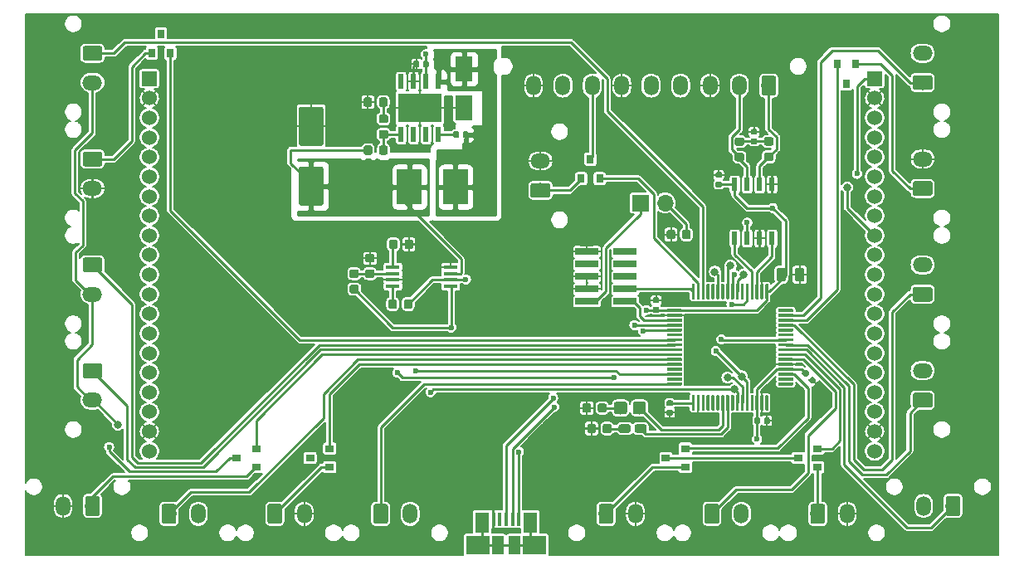
<source format=gbr>
G04 #@! TF.GenerationSoftware,KiCad,Pcbnew,(5.1.4)-1*
G04 #@! TF.CreationDate,2021-11-29T21:00:52-05:00*
G04 #@! TF.ProjectId,OpenTelemetry_Aux,4f70656e-5465-46c6-956d-657472795f41,rev?*
G04 #@! TF.SameCoordinates,Original*
G04 #@! TF.FileFunction,Copper,L2,Bot*
G04 #@! TF.FilePolarity,Positive*
%FSLAX46Y46*%
G04 Gerber Fmt 4.6, Leading zero omitted, Abs format (unit mm)*
G04 Created by KiCad (PCBNEW (5.1.4)-1) date 2021-11-29 21:00:52*
%MOMM*%
%LPD*%
G04 APERTURE LIST*
%ADD10C,0.100000*%
%ADD11C,2.500000*%
%ADD12R,2.500000X3.600000*%
%ADD13R,0.800000X0.900000*%
%ADD14O,2.020000X1.500000*%
%ADD15C,1.500000*%
%ADD16R,0.900000X0.800000*%
%ADD17R,1.175000X1.900000*%
%ADD18R,2.375000X1.900000*%
%ADD19R,1.475000X2.100000*%
%ADD20R,0.450000X1.380000*%
%ADD21O,1.500000X2.020000*%
%ADD22C,0.875000*%
%ADD23C,0.590000*%
%ADD24C,0.975000*%
%ADD25O,1.700000X1.700000*%
%ADD26R,1.700000X1.700000*%
%ADD27C,1.300000*%
%ADD28C,0.850000*%
%ADD29R,1.524000X1.524000*%
%ADD30C,1.524000*%
%ADD31C,0.600000*%
%ADD32R,0.600000X1.550000*%
%ADD33R,4.500000X2.950000*%
%ADD34R,3.100000X2.600000*%
%ADD35R,0.600000X1.400000*%
%ADD36R,1.450000X0.450000*%
%ADD37C,0.300000*%
%ADD38R,2.400000X0.740000*%
%ADD39R,1.800000X2.500000*%
%ADD40C,0.800000*%
%ADD41C,0.250000*%
%ADD42C,0.200000*%
%ADD43C,0.254000*%
G04 APERTURE END LIST*
D10*
G36*
X149324504Y-74251204D02*
G01*
X149348773Y-74254804D01*
X149372571Y-74260765D01*
X149395671Y-74269030D01*
X149417849Y-74279520D01*
X149438893Y-74292133D01*
X149458598Y-74306747D01*
X149476777Y-74323223D01*
X149493253Y-74341402D01*
X149507867Y-74361107D01*
X149520480Y-74382151D01*
X149530970Y-74404329D01*
X149539235Y-74427429D01*
X149545196Y-74451227D01*
X149548796Y-74475496D01*
X149550000Y-74500000D01*
X149550000Y-78000000D01*
X149548796Y-78024504D01*
X149545196Y-78048773D01*
X149539235Y-78072571D01*
X149530970Y-78095671D01*
X149520480Y-78117849D01*
X149507867Y-78138893D01*
X149493253Y-78158598D01*
X149476777Y-78176777D01*
X149458598Y-78193253D01*
X149438893Y-78207867D01*
X149417849Y-78220480D01*
X149395671Y-78230970D01*
X149372571Y-78239235D01*
X149348773Y-78245196D01*
X149324504Y-78248796D01*
X149300000Y-78250000D01*
X147300000Y-78250000D01*
X147275496Y-78248796D01*
X147251227Y-78245196D01*
X147227429Y-78239235D01*
X147204329Y-78230970D01*
X147182151Y-78220480D01*
X147161107Y-78207867D01*
X147141402Y-78193253D01*
X147123223Y-78176777D01*
X147106747Y-78158598D01*
X147092133Y-78138893D01*
X147079520Y-78117849D01*
X147069030Y-78095671D01*
X147060765Y-78072571D01*
X147054804Y-78048773D01*
X147051204Y-78024504D01*
X147050000Y-78000000D01*
X147050000Y-74500000D01*
X147051204Y-74475496D01*
X147054804Y-74451227D01*
X147060765Y-74427429D01*
X147069030Y-74404329D01*
X147079520Y-74382151D01*
X147092133Y-74361107D01*
X147106747Y-74341402D01*
X147123223Y-74323223D01*
X147141402Y-74306747D01*
X147161107Y-74292133D01*
X147182151Y-74279520D01*
X147204329Y-74269030D01*
X147227429Y-74260765D01*
X147251227Y-74254804D01*
X147275496Y-74251204D01*
X147300000Y-74250000D01*
X149300000Y-74250000D01*
X149324504Y-74251204D01*
X149324504Y-74251204D01*
G37*
D11*
X148300000Y-76250000D03*
D10*
G36*
X149324504Y-80351204D02*
G01*
X149348773Y-80354804D01*
X149372571Y-80360765D01*
X149395671Y-80369030D01*
X149417849Y-80379520D01*
X149438893Y-80392133D01*
X149458598Y-80406747D01*
X149476777Y-80423223D01*
X149493253Y-80441402D01*
X149507867Y-80461107D01*
X149520480Y-80482151D01*
X149530970Y-80504329D01*
X149539235Y-80527429D01*
X149545196Y-80551227D01*
X149548796Y-80575496D01*
X149550000Y-80600000D01*
X149550000Y-84100000D01*
X149548796Y-84124504D01*
X149545196Y-84148773D01*
X149539235Y-84172571D01*
X149530970Y-84195671D01*
X149520480Y-84217849D01*
X149507867Y-84238893D01*
X149493253Y-84258598D01*
X149476777Y-84276777D01*
X149458598Y-84293253D01*
X149438893Y-84307867D01*
X149417849Y-84320480D01*
X149395671Y-84330970D01*
X149372571Y-84339235D01*
X149348773Y-84345196D01*
X149324504Y-84348796D01*
X149300000Y-84350000D01*
X147300000Y-84350000D01*
X147275496Y-84348796D01*
X147251227Y-84345196D01*
X147227429Y-84339235D01*
X147204329Y-84330970D01*
X147182151Y-84320480D01*
X147161107Y-84307867D01*
X147141402Y-84293253D01*
X147123223Y-84276777D01*
X147106747Y-84258598D01*
X147092133Y-84238893D01*
X147079520Y-84217849D01*
X147069030Y-84195671D01*
X147060765Y-84172571D01*
X147054804Y-84148773D01*
X147051204Y-84124504D01*
X147050000Y-84100000D01*
X147050000Y-80600000D01*
X147051204Y-80575496D01*
X147054804Y-80551227D01*
X147060765Y-80527429D01*
X147069030Y-80504329D01*
X147079520Y-80482151D01*
X147092133Y-80461107D01*
X147106747Y-80441402D01*
X147123223Y-80423223D01*
X147141402Y-80406747D01*
X147161107Y-80392133D01*
X147182151Y-80379520D01*
X147204329Y-80369030D01*
X147227429Y-80360765D01*
X147251227Y-80354804D01*
X147275496Y-80351204D01*
X147300000Y-80350000D01*
X149300000Y-80350000D01*
X149324504Y-80351204D01*
X149324504Y-80351204D01*
G37*
D11*
X148300000Y-82350000D03*
D12*
X163030000Y-82440000D03*
X158330000Y-82440000D03*
D13*
X176800000Y-79600000D03*
X175850000Y-81600000D03*
X177750000Y-81600000D03*
D14*
X171700000Y-79800000D03*
D10*
G36*
X172484504Y-82051204D02*
G01*
X172508773Y-82054804D01*
X172532571Y-82060765D01*
X172555671Y-82069030D01*
X172577849Y-82079520D01*
X172598893Y-82092133D01*
X172618598Y-82106747D01*
X172636777Y-82123223D01*
X172653253Y-82141402D01*
X172667867Y-82161107D01*
X172680480Y-82182151D01*
X172690970Y-82204329D01*
X172699235Y-82227429D01*
X172705196Y-82251227D01*
X172708796Y-82275496D01*
X172710000Y-82300000D01*
X172710000Y-83300000D01*
X172708796Y-83324504D01*
X172705196Y-83348773D01*
X172699235Y-83372571D01*
X172690970Y-83395671D01*
X172680480Y-83417849D01*
X172667867Y-83438893D01*
X172653253Y-83458598D01*
X172636777Y-83476777D01*
X172618598Y-83493253D01*
X172598893Y-83507867D01*
X172577849Y-83520480D01*
X172555671Y-83530970D01*
X172532571Y-83539235D01*
X172508773Y-83545196D01*
X172484504Y-83548796D01*
X172460000Y-83550000D01*
X170940000Y-83550000D01*
X170915496Y-83548796D01*
X170891227Y-83545196D01*
X170867429Y-83539235D01*
X170844329Y-83530970D01*
X170822151Y-83520480D01*
X170801107Y-83507867D01*
X170781402Y-83493253D01*
X170763223Y-83476777D01*
X170746747Y-83458598D01*
X170732133Y-83438893D01*
X170719520Y-83417849D01*
X170709030Y-83395671D01*
X170700765Y-83372571D01*
X170694804Y-83348773D01*
X170691204Y-83324504D01*
X170690000Y-83300000D01*
X170690000Y-82300000D01*
X170691204Y-82275496D01*
X170694804Y-82251227D01*
X170700765Y-82227429D01*
X170709030Y-82204329D01*
X170719520Y-82182151D01*
X170732133Y-82161107D01*
X170746747Y-82141402D01*
X170763223Y-82123223D01*
X170781402Y-82106747D01*
X170801107Y-82092133D01*
X170822151Y-82079520D01*
X170844329Y-82069030D01*
X170867429Y-82060765D01*
X170891227Y-82054804D01*
X170915496Y-82051204D01*
X170940000Y-82050000D01*
X172460000Y-82050000D01*
X172484504Y-82051204D01*
X172484504Y-82051204D01*
G37*
D15*
X171700000Y-82800000D03*
D16*
X184500000Y-110100000D03*
X186500000Y-111050000D03*
X186500000Y-109150000D03*
D17*
X167360000Y-119000000D03*
X169040000Y-119000000D03*
D18*
X165290000Y-119000000D03*
X171110000Y-119000000D03*
D19*
X165737500Y-116700000D03*
X170662500Y-116700000D03*
D20*
X166900000Y-116340000D03*
X167550000Y-116340000D03*
X168200000Y-116340000D03*
X168850000Y-116340000D03*
X169500000Y-116340000D03*
D21*
X158400000Y-115800000D03*
D10*
G36*
X155924504Y-114791204D02*
G01*
X155948773Y-114794804D01*
X155972571Y-114800765D01*
X155995671Y-114809030D01*
X156017849Y-114819520D01*
X156038893Y-114832133D01*
X156058598Y-114846747D01*
X156076777Y-114863223D01*
X156093253Y-114881402D01*
X156107867Y-114901107D01*
X156120480Y-114922151D01*
X156130970Y-114944329D01*
X156139235Y-114967429D01*
X156145196Y-114991227D01*
X156148796Y-115015496D01*
X156150000Y-115040000D01*
X156150000Y-116560000D01*
X156148796Y-116584504D01*
X156145196Y-116608773D01*
X156139235Y-116632571D01*
X156130970Y-116655671D01*
X156120480Y-116677849D01*
X156107867Y-116698893D01*
X156093253Y-116718598D01*
X156076777Y-116736777D01*
X156058598Y-116753253D01*
X156038893Y-116767867D01*
X156017849Y-116780480D01*
X155995671Y-116790970D01*
X155972571Y-116799235D01*
X155948773Y-116805196D01*
X155924504Y-116808796D01*
X155900000Y-116810000D01*
X154900000Y-116810000D01*
X154875496Y-116808796D01*
X154851227Y-116805196D01*
X154827429Y-116799235D01*
X154804329Y-116790970D01*
X154782151Y-116780480D01*
X154761107Y-116767867D01*
X154741402Y-116753253D01*
X154723223Y-116736777D01*
X154706747Y-116718598D01*
X154692133Y-116698893D01*
X154679520Y-116677849D01*
X154669030Y-116655671D01*
X154660765Y-116632571D01*
X154654804Y-116608773D01*
X154651204Y-116584504D01*
X154650000Y-116560000D01*
X154650000Y-115040000D01*
X154651204Y-115015496D01*
X154654804Y-114991227D01*
X154660765Y-114967429D01*
X154669030Y-114944329D01*
X154679520Y-114922151D01*
X154692133Y-114901107D01*
X154706747Y-114881402D01*
X154723223Y-114863223D01*
X154741402Y-114846747D01*
X154761107Y-114832133D01*
X154782151Y-114819520D01*
X154804329Y-114809030D01*
X154827429Y-114800765D01*
X154851227Y-114794804D01*
X154875496Y-114791204D01*
X154900000Y-114790000D01*
X155900000Y-114790000D01*
X155924504Y-114791204D01*
X155924504Y-114791204D01*
G37*
D15*
X155400000Y-115800000D03*
D21*
X171000000Y-72100000D03*
X174000000Y-72100000D03*
X177000000Y-72100000D03*
X180000000Y-72100000D03*
X183000000Y-72100000D03*
X186000000Y-72100000D03*
X189000000Y-72100000D03*
X192000000Y-72100000D03*
D10*
G36*
X195524504Y-71091204D02*
G01*
X195548773Y-71094804D01*
X195572571Y-71100765D01*
X195595671Y-71109030D01*
X195617849Y-71119520D01*
X195638893Y-71132133D01*
X195658598Y-71146747D01*
X195676777Y-71163223D01*
X195693253Y-71181402D01*
X195707867Y-71201107D01*
X195720480Y-71222151D01*
X195730970Y-71244329D01*
X195739235Y-71267429D01*
X195745196Y-71291227D01*
X195748796Y-71315496D01*
X195750000Y-71340000D01*
X195750000Y-72860000D01*
X195748796Y-72884504D01*
X195745196Y-72908773D01*
X195739235Y-72932571D01*
X195730970Y-72955671D01*
X195720480Y-72977849D01*
X195707867Y-72998893D01*
X195693253Y-73018598D01*
X195676777Y-73036777D01*
X195658598Y-73053253D01*
X195638893Y-73067867D01*
X195617849Y-73080480D01*
X195595671Y-73090970D01*
X195572571Y-73099235D01*
X195548773Y-73105196D01*
X195524504Y-73108796D01*
X195500000Y-73110000D01*
X194500000Y-73110000D01*
X194475496Y-73108796D01*
X194451227Y-73105196D01*
X194427429Y-73099235D01*
X194404329Y-73090970D01*
X194382151Y-73080480D01*
X194361107Y-73067867D01*
X194341402Y-73053253D01*
X194323223Y-73036777D01*
X194306747Y-73018598D01*
X194292133Y-72998893D01*
X194279520Y-72977849D01*
X194269030Y-72955671D01*
X194260765Y-72932571D01*
X194254804Y-72908773D01*
X194251204Y-72884504D01*
X194250000Y-72860000D01*
X194250000Y-71340000D01*
X194251204Y-71315496D01*
X194254804Y-71291227D01*
X194260765Y-71267429D01*
X194269030Y-71244329D01*
X194279520Y-71222151D01*
X194292133Y-71201107D01*
X194306747Y-71181402D01*
X194323223Y-71163223D01*
X194341402Y-71146747D01*
X194361107Y-71132133D01*
X194382151Y-71119520D01*
X194404329Y-71109030D01*
X194427429Y-71100765D01*
X194451227Y-71094804D01*
X194475496Y-71091204D01*
X194500000Y-71090000D01*
X195500000Y-71090000D01*
X195524504Y-71091204D01*
X195524504Y-71091204D01*
G37*
D15*
X195000000Y-72100000D03*
D21*
X192200000Y-115800000D03*
D10*
G36*
X189724504Y-114791204D02*
G01*
X189748773Y-114794804D01*
X189772571Y-114800765D01*
X189795671Y-114809030D01*
X189817849Y-114819520D01*
X189838893Y-114832133D01*
X189858598Y-114846747D01*
X189876777Y-114863223D01*
X189893253Y-114881402D01*
X189907867Y-114901107D01*
X189920480Y-114922151D01*
X189930970Y-114944329D01*
X189939235Y-114967429D01*
X189945196Y-114991227D01*
X189948796Y-115015496D01*
X189950000Y-115040000D01*
X189950000Y-116560000D01*
X189948796Y-116584504D01*
X189945196Y-116608773D01*
X189939235Y-116632571D01*
X189930970Y-116655671D01*
X189920480Y-116677849D01*
X189907867Y-116698893D01*
X189893253Y-116718598D01*
X189876777Y-116736777D01*
X189858598Y-116753253D01*
X189838893Y-116767867D01*
X189817849Y-116780480D01*
X189795671Y-116790970D01*
X189772571Y-116799235D01*
X189748773Y-116805196D01*
X189724504Y-116808796D01*
X189700000Y-116810000D01*
X188700000Y-116810000D01*
X188675496Y-116808796D01*
X188651227Y-116805196D01*
X188627429Y-116799235D01*
X188604329Y-116790970D01*
X188582151Y-116780480D01*
X188561107Y-116767867D01*
X188541402Y-116753253D01*
X188523223Y-116736777D01*
X188506747Y-116718598D01*
X188492133Y-116698893D01*
X188479520Y-116677849D01*
X188469030Y-116655671D01*
X188460765Y-116632571D01*
X188454804Y-116608773D01*
X188451204Y-116584504D01*
X188450000Y-116560000D01*
X188450000Y-115040000D01*
X188451204Y-115015496D01*
X188454804Y-114991227D01*
X188460765Y-114967429D01*
X188469030Y-114944329D01*
X188479520Y-114922151D01*
X188492133Y-114901107D01*
X188506747Y-114881402D01*
X188523223Y-114863223D01*
X188541402Y-114846747D01*
X188561107Y-114832133D01*
X188582151Y-114819520D01*
X188604329Y-114809030D01*
X188627429Y-114800765D01*
X188651227Y-114794804D01*
X188675496Y-114791204D01*
X188700000Y-114790000D01*
X189700000Y-114790000D01*
X189724504Y-114791204D01*
X189724504Y-114791204D01*
G37*
D15*
X189200000Y-115800000D03*
D21*
X136800000Y-115800000D03*
D10*
G36*
X134324504Y-114791204D02*
G01*
X134348773Y-114794804D01*
X134372571Y-114800765D01*
X134395671Y-114809030D01*
X134417849Y-114819520D01*
X134438893Y-114832133D01*
X134458598Y-114846747D01*
X134476777Y-114863223D01*
X134493253Y-114881402D01*
X134507867Y-114901107D01*
X134520480Y-114922151D01*
X134530970Y-114944329D01*
X134539235Y-114967429D01*
X134545196Y-114991227D01*
X134548796Y-115015496D01*
X134550000Y-115040000D01*
X134550000Y-116560000D01*
X134548796Y-116584504D01*
X134545196Y-116608773D01*
X134539235Y-116632571D01*
X134530970Y-116655671D01*
X134520480Y-116677849D01*
X134507867Y-116698893D01*
X134493253Y-116718598D01*
X134476777Y-116736777D01*
X134458598Y-116753253D01*
X134438893Y-116767867D01*
X134417849Y-116780480D01*
X134395671Y-116790970D01*
X134372571Y-116799235D01*
X134348773Y-116805196D01*
X134324504Y-116808796D01*
X134300000Y-116810000D01*
X133300000Y-116810000D01*
X133275496Y-116808796D01*
X133251227Y-116805196D01*
X133227429Y-116799235D01*
X133204329Y-116790970D01*
X133182151Y-116780480D01*
X133161107Y-116767867D01*
X133141402Y-116753253D01*
X133123223Y-116736777D01*
X133106747Y-116718598D01*
X133092133Y-116698893D01*
X133079520Y-116677849D01*
X133069030Y-116655671D01*
X133060765Y-116632571D01*
X133054804Y-116608773D01*
X133051204Y-116584504D01*
X133050000Y-116560000D01*
X133050000Y-115040000D01*
X133051204Y-115015496D01*
X133054804Y-114991227D01*
X133060765Y-114967429D01*
X133069030Y-114944329D01*
X133079520Y-114922151D01*
X133092133Y-114901107D01*
X133106747Y-114881402D01*
X133123223Y-114863223D01*
X133141402Y-114846747D01*
X133161107Y-114832133D01*
X133182151Y-114819520D01*
X133204329Y-114809030D01*
X133227429Y-114800765D01*
X133251227Y-114794804D01*
X133275496Y-114791204D01*
X133300000Y-114790000D01*
X134300000Y-114790000D01*
X134324504Y-114791204D01*
X134324504Y-114791204D01*
G37*
D15*
X133800000Y-115800000D03*
D21*
X181400000Y-115800000D03*
D10*
G36*
X178924504Y-114791204D02*
G01*
X178948773Y-114794804D01*
X178972571Y-114800765D01*
X178995671Y-114809030D01*
X179017849Y-114819520D01*
X179038893Y-114832133D01*
X179058598Y-114846747D01*
X179076777Y-114863223D01*
X179093253Y-114881402D01*
X179107867Y-114901107D01*
X179120480Y-114922151D01*
X179130970Y-114944329D01*
X179139235Y-114967429D01*
X179145196Y-114991227D01*
X179148796Y-115015496D01*
X179150000Y-115040000D01*
X179150000Y-116560000D01*
X179148796Y-116584504D01*
X179145196Y-116608773D01*
X179139235Y-116632571D01*
X179130970Y-116655671D01*
X179120480Y-116677849D01*
X179107867Y-116698893D01*
X179093253Y-116718598D01*
X179076777Y-116736777D01*
X179058598Y-116753253D01*
X179038893Y-116767867D01*
X179017849Y-116780480D01*
X178995671Y-116790970D01*
X178972571Y-116799235D01*
X178948773Y-116805196D01*
X178924504Y-116808796D01*
X178900000Y-116810000D01*
X177900000Y-116810000D01*
X177875496Y-116808796D01*
X177851227Y-116805196D01*
X177827429Y-116799235D01*
X177804329Y-116790970D01*
X177782151Y-116780480D01*
X177761107Y-116767867D01*
X177741402Y-116753253D01*
X177723223Y-116736777D01*
X177706747Y-116718598D01*
X177692133Y-116698893D01*
X177679520Y-116677849D01*
X177669030Y-116655671D01*
X177660765Y-116632571D01*
X177654804Y-116608773D01*
X177651204Y-116584504D01*
X177650000Y-116560000D01*
X177650000Y-115040000D01*
X177651204Y-115015496D01*
X177654804Y-114991227D01*
X177660765Y-114967429D01*
X177669030Y-114944329D01*
X177679520Y-114922151D01*
X177692133Y-114901107D01*
X177706747Y-114881402D01*
X177723223Y-114863223D01*
X177741402Y-114846747D01*
X177761107Y-114832133D01*
X177782151Y-114819520D01*
X177804329Y-114809030D01*
X177827429Y-114800765D01*
X177851227Y-114794804D01*
X177875496Y-114791204D01*
X177900000Y-114790000D01*
X178900000Y-114790000D01*
X178924504Y-114791204D01*
X178924504Y-114791204D01*
G37*
D15*
X178400000Y-115800000D03*
D14*
X210700000Y-101200000D03*
D10*
G36*
X211484504Y-103451204D02*
G01*
X211508773Y-103454804D01*
X211532571Y-103460765D01*
X211555671Y-103469030D01*
X211577849Y-103479520D01*
X211598893Y-103492133D01*
X211618598Y-103506747D01*
X211636777Y-103523223D01*
X211653253Y-103541402D01*
X211667867Y-103561107D01*
X211680480Y-103582151D01*
X211690970Y-103604329D01*
X211699235Y-103627429D01*
X211705196Y-103651227D01*
X211708796Y-103675496D01*
X211710000Y-103700000D01*
X211710000Y-104700000D01*
X211708796Y-104724504D01*
X211705196Y-104748773D01*
X211699235Y-104772571D01*
X211690970Y-104795671D01*
X211680480Y-104817849D01*
X211667867Y-104838893D01*
X211653253Y-104858598D01*
X211636777Y-104876777D01*
X211618598Y-104893253D01*
X211598893Y-104907867D01*
X211577849Y-104920480D01*
X211555671Y-104930970D01*
X211532571Y-104939235D01*
X211508773Y-104945196D01*
X211484504Y-104948796D01*
X211460000Y-104950000D01*
X209940000Y-104950000D01*
X209915496Y-104948796D01*
X209891227Y-104945196D01*
X209867429Y-104939235D01*
X209844329Y-104930970D01*
X209822151Y-104920480D01*
X209801107Y-104907867D01*
X209781402Y-104893253D01*
X209763223Y-104876777D01*
X209746747Y-104858598D01*
X209732133Y-104838893D01*
X209719520Y-104817849D01*
X209709030Y-104795671D01*
X209700765Y-104772571D01*
X209694804Y-104748773D01*
X209691204Y-104724504D01*
X209690000Y-104700000D01*
X209690000Y-103700000D01*
X209691204Y-103675496D01*
X209694804Y-103651227D01*
X209700765Y-103627429D01*
X209709030Y-103604329D01*
X209719520Y-103582151D01*
X209732133Y-103561107D01*
X209746747Y-103541402D01*
X209763223Y-103523223D01*
X209781402Y-103506747D01*
X209801107Y-103492133D01*
X209822151Y-103479520D01*
X209844329Y-103469030D01*
X209867429Y-103460765D01*
X209891227Y-103454804D01*
X209915496Y-103451204D01*
X209940000Y-103450000D01*
X211460000Y-103450000D01*
X211484504Y-103451204D01*
X211484504Y-103451204D01*
G37*
D15*
X210700000Y-104200000D03*
D21*
X147600000Y-115800000D03*
D10*
G36*
X145124504Y-114791204D02*
G01*
X145148773Y-114794804D01*
X145172571Y-114800765D01*
X145195671Y-114809030D01*
X145217849Y-114819520D01*
X145238893Y-114832133D01*
X145258598Y-114846747D01*
X145276777Y-114863223D01*
X145293253Y-114881402D01*
X145307867Y-114901107D01*
X145320480Y-114922151D01*
X145330970Y-114944329D01*
X145339235Y-114967429D01*
X145345196Y-114991227D01*
X145348796Y-115015496D01*
X145350000Y-115040000D01*
X145350000Y-116560000D01*
X145348796Y-116584504D01*
X145345196Y-116608773D01*
X145339235Y-116632571D01*
X145330970Y-116655671D01*
X145320480Y-116677849D01*
X145307867Y-116698893D01*
X145293253Y-116718598D01*
X145276777Y-116736777D01*
X145258598Y-116753253D01*
X145238893Y-116767867D01*
X145217849Y-116780480D01*
X145195671Y-116790970D01*
X145172571Y-116799235D01*
X145148773Y-116805196D01*
X145124504Y-116808796D01*
X145100000Y-116810000D01*
X144100000Y-116810000D01*
X144075496Y-116808796D01*
X144051227Y-116805196D01*
X144027429Y-116799235D01*
X144004329Y-116790970D01*
X143982151Y-116780480D01*
X143961107Y-116767867D01*
X143941402Y-116753253D01*
X143923223Y-116736777D01*
X143906747Y-116718598D01*
X143892133Y-116698893D01*
X143879520Y-116677849D01*
X143869030Y-116655671D01*
X143860765Y-116632571D01*
X143854804Y-116608773D01*
X143851204Y-116584504D01*
X143850000Y-116560000D01*
X143850000Y-115040000D01*
X143851204Y-115015496D01*
X143854804Y-114991227D01*
X143860765Y-114967429D01*
X143869030Y-114944329D01*
X143879520Y-114922151D01*
X143892133Y-114901107D01*
X143906747Y-114881402D01*
X143923223Y-114863223D01*
X143941402Y-114846747D01*
X143961107Y-114832133D01*
X143982151Y-114819520D01*
X144004329Y-114809030D01*
X144027429Y-114800765D01*
X144051227Y-114794804D01*
X144075496Y-114791204D01*
X144100000Y-114790000D01*
X145100000Y-114790000D01*
X145124504Y-114791204D01*
X145124504Y-114791204D01*
G37*
D15*
X144600000Y-115800000D03*
D14*
X126000000Y-104200000D03*
D10*
G36*
X126784504Y-100451204D02*
G01*
X126808773Y-100454804D01*
X126832571Y-100460765D01*
X126855671Y-100469030D01*
X126877849Y-100479520D01*
X126898893Y-100492133D01*
X126918598Y-100506747D01*
X126936777Y-100523223D01*
X126953253Y-100541402D01*
X126967867Y-100561107D01*
X126980480Y-100582151D01*
X126990970Y-100604329D01*
X126999235Y-100627429D01*
X127005196Y-100651227D01*
X127008796Y-100675496D01*
X127010000Y-100700000D01*
X127010000Y-101700000D01*
X127008796Y-101724504D01*
X127005196Y-101748773D01*
X126999235Y-101772571D01*
X126990970Y-101795671D01*
X126980480Y-101817849D01*
X126967867Y-101838893D01*
X126953253Y-101858598D01*
X126936777Y-101876777D01*
X126918598Y-101893253D01*
X126898893Y-101907867D01*
X126877849Y-101920480D01*
X126855671Y-101930970D01*
X126832571Y-101939235D01*
X126808773Y-101945196D01*
X126784504Y-101948796D01*
X126760000Y-101950000D01*
X125240000Y-101950000D01*
X125215496Y-101948796D01*
X125191227Y-101945196D01*
X125167429Y-101939235D01*
X125144329Y-101930970D01*
X125122151Y-101920480D01*
X125101107Y-101907867D01*
X125081402Y-101893253D01*
X125063223Y-101876777D01*
X125046747Y-101858598D01*
X125032133Y-101838893D01*
X125019520Y-101817849D01*
X125009030Y-101795671D01*
X125000765Y-101772571D01*
X124994804Y-101748773D01*
X124991204Y-101724504D01*
X124990000Y-101700000D01*
X124990000Y-100700000D01*
X124991204Y-100675496D01*
X124994804Y-100651227D01*
X125000765Y-100627429D01*
X125009030Y-100604329D01*
X125019520Y-100582151D01*
X125032133Y-100561107D01*
X125046747Y-100541402D01*
X125063223Y-100523223D01*
X125081402Y-100506747D01*
X125101107Y-100492133D01*
X125122151Y-100479520D01*
X125144329Y-100469030D01*
X125167429Y-100460765D01*
X125191227Y-100454804D01*
X125215496Y-100451204D01*
X125240000Y-100450000D01*
X126760000Y-100450000D01*
X126784504Y-100451204D01*
X126784504Y-100451204D01*
G37*
D15*
X126000000Y-101200000D03*
D14*
X126000000Y-93400000D03*
D10*
G36*
X126784504Y-89651204D02*
G01*
X126808773Y-89654804D01*
X126832571Y-89660765D01*
X126855671Y-89669030D01*
X126877849Y-89679520D01*
X126898893Y-89692133D01*
X126918598Y-89706747D01*
X126936777Y-89723223D01*
X126953253Y-89741402D01*
X126967867Y-89761107D01*
X126980480Y-89782151D01*
X126990970Y-89804329D01*
X126999235Y-89827429D01*
X127005196Y-89851227D01*
X127008796Y-89875496D01*
X127010000Y-89900000D01*
X127010000Y-90900000D01*
X127008796Y-90924504D01*
X127005196Y-90948773D01*
X126999235Y-90972571D01*
X126990970Y-90995671D01*
X126980480Y-91017849D01*
X126967867Y-91038893D01*
X126953253Y-91058598D01*
X126936777Y-91076777D01*
X126918598Y-91093253D01*
X126898893Y-91107867D01*
X126877849Y-91120480D01*
X126855671Y-91130970D01*
X126832571Y-91139235D01*
X126808773Y-91145196D01*
X126784504Y-91148796D01*
X126760000Y-91150000D01*
X125240000Y-91150000D01*
X125215496Y-91148796D01*
X125191227Y-91145196D01*
X125167429Y-91139235D01*
X125144329Y-91130970D01*
X125122151Y-91120480D01*
X125101107Y-91107867D01*
X125081402Y-91093253D01*
X125063223Y-91076777D01*
X125046747Y-91058598D01*
X125032133Y-91038893D01*
X125019520Y-91017849D01*
X125009030Y-90995671D01*
X125000765Y-90972571D01*
X124994804Y-90948773D01*
X124991204Y-90924504D01*
X124990000Y-90900000D01*
X124990000Y-89900000D01*
X124991204Y-89875496D01*
X124994804Y-89851227D01*
X125000765Y-89827429D01*
X125009030Y-89804329D01*
X125019520Y-89782151D01*
X125032133Y-89761107D01*
X125046747Y-89741402D01*
X125063223Y-89723223D01*
X125081402Y-89706747D01*
X125101107Y-89692133D01*
X125122151Y-89679520D01*
X125144329Y-89669030D01*
X125167429Y-89660765D01*
X125191227Y-89654804D01*
X125215496Y-89651204D01*
X125240000Y-89650000D01*
X126760000Y-89650000D01*
X126784504Y-89651204D01*
X126784504Y-89651204D01*
G37*
D15*
X126000000Y-90400000D03*
D21*
X123000000Y-115000000D03*
D10*
G36*
X126524504Y-113991204D02*
G01*
X126548773Y-113994804D01*
X126572571Y-114000765D01*
X126595671Y-114009030D01*
X126617849Y-114019520D01*
X126638893Y-114032133D01*
X126658598Y-114046747D01*
X126676777Y-114063223D01*
X126693253Y-114081402D01*
X126707867Y-114101107D01*
X126720480Y-114122151D01*
X126730970Y-114144329D01*
X126739235Y-114167429D01*
X126745196Y-114191227D01*
X126748796Y-114215496D01*
X126750000Y-114240000D01*
X126750000Y-115760000D01*
X126748796Y-115784504D01*
X126745196Y-115808773D01*
X126739235Y-115832571D01*
X126730970Y-115855671D01*
X126720480Y-115877849D01*
X126707867Y-115898893D01*
X126693253Y-115918598D01*
X126676777Y-115936777D01*
X126658598Y-115953253D01*
X126638893Y-115967867D01*
X126617849Y-115980480D01*
X126595671Y-115990970D01*
X126572571Y-115999235D01*
X126548773Y-116005196D01*
X126524504Y-116008796D01*
X126500000Y-116010000D01*
X125500000Y-116010000D01*
X125475496Y-116008796D01*
X125451227Y-116005196D01*
X125427429Y-115999235D01*
X125404329Y-115990970D01*
X125382151Y-115980480D01*
X125361107Y-115967867D01*
X125341402Y-115953253D01*
X125323223Y-115936777D01*
X125306747Y-115918598D01*
X125292133Y-115898893D01*
X125279520Y-115877849D01*
X125269030Y-115855671D01*
X125260765Y-115832571D01*
X125254804Y-115808773D01*
X125251204Y-115784504D01*
X125250000Y-115760000D01*
X125250000Y-114240000D01*
X125251204Y-114215496D01*
X125254804Y-114191227D01*
X125260765Y-114167429D01*
X125269030Y-114144329D01*
X125279520Y-114122151D01*
X125292133Y-114101107D01*
X125306747Y-114081402D01*
X125323223Y-114063223D01*
X125341402Y-114046747D01*
X125361107Y-114032133D01*
X125382151Y-114019520D01*
X125404329Y-114009030D01*
X125427429Y-114000765D01*
X125451227Y-113994804D01*
X125475496Y-113991204D01*
X125500000Y-113990000D01*
X126500000Y-113990000D01*
X126524504Y-113991204D01*
X126524504Y-113991204D01*
G37*
D15*
X126000000Y-115000000D03*
D14*
X210700000Y-90400000D03*
D10*
G36*
X211484504Y-92651204D02*
G01*
X211508773Y-92654804D01*
X211532571Y-92660765D01*
X211555671Y-92669030D01*
X211577849Y-92679520D01*
X211598893Y-92692133D01*
X211618598Y-92706747D01*
X211636777Y-92723223D01*
X211653253Y-92741402D01*
X211667867Y-92761107D01*
X211680480Y-92782151D01*
X211690970Y-92804329D01*
X211699235Y-92827429D01*
X211705196Y-92851227D01*
X211708796Y-92875496D01*
X211710000Y-92900000D01*
X211710000Y-93900000D01*
X211708796Y-93924504D01*
X211705196Y-93948773D01*
X211699235Y-93972571D01*
X211690970Y-93995671D01*
X211680480Y-94017849D01*
X211667867Y-94038893D01*
X211653253Y-94058598D01*
X211636777Y-94076777D01*
X211618598Y-94093253D01*
X211598893Y-94107867D01*
X211577849Y-94120480D01*
X211555671Y-94130970D01*
X211532571Y-94139235D01*
X211508773Y-94145196D01*
X211484504Y-94148796D01*
X211460000Y-94150000D01*
X209940000Y-94150000D01*
X209915496Y-94148796D01*
X209891227Y-94145196D01*
X209867429Y-94139235D01*
X209844329Y-94130970D01*
X209822151Y-94120480D01*
X209801107Y-94107867D01*
X209781402Y-94093253D01*
X209763223Y-94076777D01*
X209746747Y-94058598D01*
X209732133Y-94038893D01*
X209719520Y-94017849D01*
X209709030Y-93995671D01*
X209700765Y-93972571D01*
X209694804Y-93948773D01*
X209691204Y-93924504D01*
X209690000Y-93900000D01*
X209690000Y-92900000D01*
X209691204Y-92875496D01*
X209694804Y-92851227D01*
X209700765Y-92827429D01*
X209709030Y-92804329D01*
X209719520Y-92782151D01*
X209732133Y-92761107D01*
X209746747Y-92741402D01*
X209763223Y-92723223D01*
X209781402Y-92706747D01*
X209801107Y-92692133D01*
X209822151Y-92679520D01*
X209844329Y-92669030D01*
X209867429Y-92660765D01*
X209891227Y-92654804D01*
X209915496Y-92651204D01*
X209940000Y-92650000D01*
X211460000Y-92650000D01*
X211484504Y-92651204D01*
X211484504Y-92651204D01*
G37*
D15*
X210700000Y-93400000D03*
D21*
X203000000Y-115800000D03*
D10*
G36*
X200524504Y-114791204D02*
G01*
X200548773Y-114794804D01*
X200572571Y-114800765D01*
X200595671Y-114809030D01*
X200617849Y-114819520D01*
X200638893Y-114832133D01*
X200658598Y-114846747D01*
X200676777Y-114863223D01*
X200693253Y-114881402D01*
X200707867Y-114901107D01*
X200720480Y-114922151D01*
X200730970Y-114944329D01*
X200739235Y-114967429D01*
X200745196Y-114991227D01*
X200748796Y-115015496D01*
X200750000Y-115040000D01*
X200750000Y-116560000D01*
X200748796Y-116584504D01*
X200745196Y-116608773D01*
X200739235Y-116632571D01*
X200730970Y-116655671D01*
X200720480Y-116677849D01*
X200707867Y-116698893D01*
X200693253Y-116718598D01*
X200676777Y-116736777D01*
X200658598Y-116753253D01*
X200638893Y-116767867D01*
X200617849Y-116780480D01*
X200595671Y-116790970D01*
X200572571Y-116799235D01*
X200548773Y-116805196D01*
X200524504Y-116808796D01*
X200500000Y-116810000D01*
X199500000Y-116810000D01*
X199475496Y-116808796D01*
X199451227Y-116805196D01*
X199427429Y-116799235D01*
X199404329Y-116790970D01*
X199382151Y-116780480D01*
X199361107Y-116767867D01*
X199341402Y-116753253D01*
X199323223Y-116736777D01*
X199306747Y-116718598D01*
X199292133Y-116698893D01*
X199279520Y-116677849D01*
X199269030Y-116655671D01*
X199260765Y-116632571D01*
X199254804Y-116608773D01*
X199251204Y-116584504D01*
X199250000Y-116560000D01*
X199250000Y-115040000D01*
X199251204Y-115015496D01*
X199254804Y-114991227D01*
X199260765Y-114967429D01*
X199269030Y-114944329D01*
X199279520Y-114922151D01*
X199292133Y-114901107D01*
X199306747Y-114881402D01*
X199323223Y-114863223D01*
X199341402Y-114846747D01*
X199361107Y-114832133D01*
X199382151Y-114819520D01*
X199404329Y-114809030D01*
X199427429Y-114800765D01*
X199451227Y-114794804D01*
X199475496Y-114791204D01*
X199500000Y-114790000D01*
X200500000Y-114790000D01*
X200524504Y-114791204D01*
X200524504Y-114791204D01*
G37*
D15*
X200000000Y-115800000D03*
D21*
X210800000Y-115000000D03*
D10*
G36*
X214324504Y-113991204D02*
G01*
X214348773Y-113994804D01*
X214372571Y-114000765D01*
X214395671Y-114009030D01*
X214417849Y-114019520D01*
X214438893Y-114032133D01*
X214458598Y-114046747D01*
X214476777Y-114063223D01*
X214493253Y-114081402D01*
X214507867Y-114101107D01*
X214520480Y-114122151D01*
X214530970Y-114144329D01*
X214539235Y-114167429D01*
X214545196Y-114191227D01*
X214548796Y-114215496D01*
X214550000Y-114240000D01*
X214550000Y-115760000D01*
X214548796Y-115784504D01*
X214545196Y-115808773D01*
X214539235Y-115832571D01*
X214530970Y-115855671D01*
X214520480Y-115877849D01*
X214507867Y-115898893D01*
X214493253Y-115918598D01*
X214476777Y-115936777D01*
X214458598Y-115953253D01*
X214438893Y-115967867D01*
X214417849Y-115980480D01*
X214395671Y-115990970D01*
X214372571Y-115999235D01*
X214348773Y-116005196D01*
X214324504Y-116008796D01*
X214300000Y-116010000D01*
X213300000Y-116010000D01*
X213275496Y-116008796D01*
X213251227Y-116005196D01*
X213227429Y-115999235D01*
X213204329Y-115990970D01*
X213182151Y-115980480D01*
X213161107Y-115967867D01*
X213141402Y-115953253D01*
X213123223Y-115936777D01*
X213106747Y-115918598D01*
X213092133Y-115898893D01*
X213079520Y-115877849D01*
X213069030Y-115855671D01*
X213060765Y-115832571D01*
X213054804Y-115808773D01*
X213051204Y-115784504D01*
X213050000Y-115760000D01*
X213050000Y-114240000D01*
X213051204Y-114215496D01*
X213054804Y-114191227D01*
X213060765Y-114167429D01*
X213069030Y-114144329D01*
X213079520Y-114122151D01*
X213092133Y-114101107D01*
X213106747Y-114081402D01*
X213123223Y-114063223D01*
X213141402Y-114046747D01*
X213161107Y-114032133D01*
X213182151Y-114019520D01*
X213204329Y-114009030D01*
X213227429Y-114000765D01*
X213251227Y-113994804D01*
X213275496Y-113991204D01*
X213300000Y-113990000D01*
X214300000Y-113990000D01*
X214324504Y-113991204D01*
X214324504Y-113991204D01*
G37*
D15*
X213800000Y-115000000D03*
D14*
X210700000Y-79600000D03*
D10*
G36*
X211484504Y-81851204D02*
G01*
X211508773Y-81854804D01*
X211532571Y-81860765D01*
X211555671Y-81869030D01*
X211577849Y-81879520D01*
X211598893Y-81892133D01*
X211618598Y-81906747D01*
X211636777Y-81923223D01*
X211653253Y-81941402D01*
X211667867Y-81961107D01*
X211680480Y-81982151D01*
X211690970Y-82004329D01*
X211699235Y-82027429D01*
X211705196Y-82051227D01*
X211708796Y-82075496D01*
X211710000Y-82100000D01*
X211710000Y-83100000D01*
X211708796Y-83124504D01*
X211705196Y-83148773D01*
X211699235Y-83172571D01*
X211690970Y-83195671D01*
X211680480Y-83217849D01*
X211667867Y-83238893D01*
X211653253Y-83258598D01*
X211636777Y-83276777D01*
X211618598Y-83293253D01*
X211598893Y-83307867D01*
X211577849Y-83320480D01*
X211555671Y-83330970D01*
X211532571Y-83339235D01*
X211508773Y-83345196D01*
X211484504Y-83348796D01*
X211460000Y-83350000D01*
X209940000Y-83350000D01*
X209915496Y-83348796D01*
X209891227Y-83345196D01*
X209867429Y-83339235D01*
X209844329Y-83330970D01*
X209822151Y-83320480D01*
X209801107Y-83307867D01*
X209781402Y-83293253D01*
X209763223Y-83276777D01*
X209746747Y-83258598D01*
X209732133Y-83238893D01*
X209719520Y-83217849D01*
X209709030Y-83195671D01*
X209700765Y-83172571D01*
X209694804Y-83148773D01*
X209691204Y-83124504D01*
X209690000Y-83100000D01*
X209690000Y-82100000D01*
X209691204Y-82075496D01*
X209694804Y-82051227D01*
X209700765Y-82027429D01*
X209709030Y-82004329D01*
X209719520Y-81982151D01*
X209732133Y-81961107D01*
X209746747Y-81941402D01*
X209763223Y-81923223D01*
X209781402Y-81906747D01*
X209801107Y-81892133D01*
X209822151Y-81879520D01*
X209844329Y-81869030D01*
X209867429Y-81860765D01*
X209891227Y-81854804D01*
X209915496Y-81851204D01*
X209940000Y-81850000D01*
X211460000Y-81850000D01*
X211484504Y-81851204D01*
X211484504Y-81851204D01*
G37*
D15*
X210700000Y-82600000D03*
D14*
X210700000Y-68800000D03*
D10*
G36*
X211484504Y-71051204D02*
G01*
X211508773Y-71054804D01*
X211532571Y-71060765D01*
X211555671Y-71069030D01*
X211577849Y-71079520D01*
X211598893Y-71092133D01*
X211618598Y-71106747D01*
X211636777Y-71123223D01*
X211653253Y-71141402D01*
X211667867Y-71161107D01*
X211680480Y-71182151D01*
X211690970Y-71204329D01*
X211699235Y-71227429D01*
X211705196Y-71251227D01*
X211708796Y-71275496D01*
X211710000Y-71300000D01*
X211710000Y-72300000D01*
X211708796Y-72324504D01*
X211705196Y-72348773D01*
X211699235Y-72372571D01*
X211690970Y-72395671D01*
X211680480Y-72417849D01*
X211667867Y-72438893D01*
X211653253Y-72458598D01*
X211636777Y-72476777D01*
X211618598Y-72493253D01*
X211598893Y-72507867D01*
X211577849Y-72520480D01*
X211555671Y-72530970D01*
X211532571Y-72539235D01*
X211508773Y-72545196D01*
X211484504Y-72548796D01*
X211460000Y-72550000D01*
X209940000Y-72550000D01*
X209915496Y-72548796D01*
X209891227Y-72545196D01*
X209867429Y-72539235D01*
X209844329Y-72530970D01*
X209822151Y-72520480D01*
X209801107Y-72507867D01*
X209781402Y-72493253D01*
X209763223Y-72476777D01*
X209746747Y-72458598D01*
X209732133Y-72438893D01*
X209719520Y-72417849D01*
X209709030Y-72395671D01*
X209700765Y-72372571D01*
X209694804Y-72348773D01*
X209691204Y-72324504D01*
X209690000Y-72300000D01*
X209690000Y-71300000D01*
X209691204Y-71275496D01*
X209694804Y-71251227D01*
X209700765Y-71227429D01*
X209709030Y-71204329D01*
X209719520Y-71182151D01*
X209732133Y-71161107D01*
X209746747Y-71141402D01*
X209763223Y-71123223D01*
X209781402Y-71106747D01*
X209801107Y-71092133D01*
X209822151Y-71079520D01*
X209844329Y-71069030D01*
X209867429Y-71060765D01*
X209891227Y-71054804D01*
X209915496Y-71051204D01*
X209940000Y-71050000D01*
X211460000Y-71050000D01*
X211484504Y-71051204D01*
X211484504Y-71051204D01*
G37*
D15*
X210700000Y-71800000D03*
D14*
X126000000Y-71800000D03*
D10*
G36*
X126784504Y-68051204D02*
G01*
X126808773Y-68054804D01*
X126832571Y-68060765D01*
X126855671Y-68069030D01*
X126877849Y-68079520D01*
X126898893Y-68092133D01*
X126918598Y-68106747D01*
X126936777Y-68123223D01*
X126953253Y-68141402D01*
X126967867Y-68161107D01*
X126980480Y-68182151D01*
X126990970Y-68204329D01*
X126999235Y-68227429D01*
X127005196Y-68251227D01*
X127008796Y-68275496D01*
X127010000Y-68300000D01*
X127010000Y-69300000D01*
X127008796Y-69324504D01*
X127005196Y-69348773D01*
X126999235Y-69372571D01*
X126990970Y-69395671D01*
X126980480Y-69417849D01*
X126967867Y-69438893D01*
X126953253Y-69458598D01*
X126936777Y-69476777D01*
X126918598Y-69493253D01*
X126898893Y-69507867D01*
X126877849Y-69520480D01*
X126855671Y-69530970D01*
X126832571Y-69539235D01*
X126808773Y-69545196D01*
X126784504Y-69548796D01*
X126760000Y-69550000D01*
X125240000Y-69550000D01*
X125215496Y-69548796D01*
X125191227Y-69545196D01*
X125167429Y-69539235D01*
X125144329Y-69530970D01*
X125122151Y-69520480D01*
X125101107Y-69507867D01*
X125081402Y-69493253D01*
X125063223Y-69476777D01*
X125046747Y-69458598D01*
X125032133Y-69438893D01*
X125019520Y-69417849D01*
X125009030Y-69395671D01*
X125000765Y-69372571D01*
X124994804Y-69348773D01*
X124991204Y-69324504D01*
X124990000Y-69300000D01*
X124990000Y-68300000D01*
X124991204Y-68275496D01*
X124994804Y-68251227D01*
X125000765Y-68227429D01*
X125009030Y-68204329D01*
X125019520Y-68182151D01*
X125032133Y-68161107D01*
X125046747Y-68141402D01*
X125063223Y-68123223D01*
X125081402Y-68106747D01*
X125101107Y-68092133D01*
X125122151Y-68079520D01*
X125144329Y-68069030D01*
X125167429Y-68060765D01*
X125191227Y-68054804D01*
X125215496Y-68051204D01*
X125240000Y-68050000D01*
X126760000Y-68050000D01*
X126784504Y-68051204D01*
X126784504Y-68051204D01*
G37*
D15*
X126000000Y-68800000D03*
D14*
X126000000Y-82600000D03*
D10*
G36*
X126784504Y-78851204D02*
G01*
X126808773Y-78854804D01*
X126832571Y-78860765D01*
X126855671Y-78869030D01*
X126877849Y-78879520D01*
X126898893Y-78892133D01*
X126918598Y-78906747D01*
X126936777Y-78923223D01*
X126953253Y-78941402D01*
X126967867Y-78961107D01*
X126980480Y-78982151D01*
X126990970Y-79004329D01*
X126999235Y-79027429D01*
X127005196Y-79051227D01*
X127008796Y-79075496D01*
X127010000Y-79100000D01*
X127010000Y-80100000D01*
X127008796Y-80124504D01*
X127005196Y-80148773D01*
X126999235Y-80172571D01*
X126990970Y-80195671D01*
X126980480Y-80217849D01*
X126967867Y-80238893D01*
X126953253Y-80258598D01*
X126936777Y-80276777D01*
X126918598Y-80293253D01*
X126898893Y-80307867D01*
X126877849Y-80320480D01*
X126855671Y-80330970D01*
X126832571Y-80339235D01*
X126808773Y-80345196D01*
X126784504Y-80348796D01*
X126760000Y-80350000D01*
X125240000Y-80350000D01*
X125215496Y-80348796D01*
X125191227Y-80345196D01*
X125167429Y-80339235D01*
X125144329Y-80330970D01*
X125122151Y-80320480D01*
X125101107Y-80307867D01*
X125081402Y-80293253D01*
X125063223Y-80276777D01*
X125046747Y-80258598D01*
X125032133Y-80238893D01*
X125019520Y-80217849D01*
X125009030Y-80195671D01*
X125000765Y-80172571D01*
X124994804Y-80148773D01*
X124991204Y-80124504D01*
X124990000Y-80100000D01*
X124990000Y-79100000D01*
X124991204Y-79075496D01*
X124994804Y-79051227D01*
X125000765Y-79027429D01*
X125009030Y-79004329D01*
X125019520Y-78982151D01*
X125032133Y-78961107D01*
X125046747Y-78941402D01*
X125063223Y-78923223D01*
X125081402Y-78906747D01*
X125101107Y-78892133D01*
X125122151Y-78879520D01*
X125144329Y-78869030D01*
X125167429Y-78860765D01*
X125191227Y-78854804D01*
X125215496Y-78851204D01*
X125240000Y-78850000D01*
X126760000Y-78850000D01*
X126784504Y-78851204D01*
X126784504Y-78851204D01*
G37*
D15*
X126000000Y-79600000D03*
D10*
G36*
X154330191Y-73316053D02*
G01*
X154351426Y-73319203D01*
X154372250Y-73324419D01*
X154392462Y-73331651D01*
X154411868Y-73340830D01*
X154430281Y-73351866D01*
X154447524Y-73364654D01*
X154463430Y-73379070D01*
X154477846Y-73394976D01*
X154490634Y-73412219D01*
X154501670Y-73430632D01*
X154510849Y-73450038D01*
X154518081Y-73470250D01*
X154523297Y-73491074D01*
X154526447Y-73512309D01*
X154527500Y-73533750D01*
X154527500Y-74046250D01*
X154526447Y-74067691D01*
X154523297Y-74088926D01*
X154518081Y-74109750D01*
X154510849Y-74129962D01*
X154501670Y-74149368D01*
X154490634Y-74167781D01*
X154477846Y-74185024D01*
X154463430Y-74200930D01*
X154447524Y-74215346D01*
X154430281Y-74228134D01*
X154411868Y-74239170D01*
X154392462Y-74248349D01*
X154372250Y-74255581D01*
X154351426Y-74260797D01*
X154330191Y-74263947D01*
X154308750Y-74265000D01*
X153871250Y-74265000D01*
X153849809Y-74263947D01*
X153828574Y-74260797D01*
X153807750Y-74255581D01*
X153787538Y-74248349D01*
X153768132Y-74239170D01*
X153749719Y-74228134D01*
X153732476Y-74215346D01*
X153716570Y-74200930D01*
X153702154Y-74185024D01*
X153689366Y-74167781D01*
X153678330Y-74149368D01*
X153669151Y-74129962D01*
X153661919Y-74109750D01*
X153656703Y-74088926D01*
X153653553Y-74067691D01*
X153652500Y-74046250D01*
X153652500Y-73533750D01*
X153653553Y-73512309D01*
X153656703Y-73491074D01*
X153661919Y-73470250D01*
X153669151Y-73450038D01*
X153678330Y-73430632D01*
X153689366Y-73412219D01*
X153702154Y-73394976D01*
X153716570Y-73379070D01*
X153732476Y-73364654D01*
X153749719Y-73351866D01*
X153768132Y-73340830D01*
X153787538Y-73331651D01*
X153807750Y-73324419D01*
X153828574Y-73319203D01*
X153849809Y-73316053D01*
X153871250Y-73315000D01*
X154308750Y-73315000D01*
X154330191Y-73316053D01*
X154330191Y-73316053D01*
G37*
D22*
X154090000Y-73790000D03*
D10*
G36*
X155905191Y-73316053D02*
G01*
X155926426Y-73319203D01*
X155947250Y-73324419D01*
X155967462Y-73331651D01*
X155986868Y-73340830D01*
X156005281Y-73351866D01*
X156022524Y-73364654D01*
X156038430Y-73379070D01*
X156052846Y-73394976D01*
X156065634Y-73412219D01*
X156076670Y-73430632D01*
X156085849Y-73450038D01*
X156093081Y-73470250D01*
X156098297Y-73491074D01*
X156101447Y-73512309D01*
X156102500Y-73533750D01*
X156102500Y-74046250D01*
X156101447Y-74067691D01*
X156098297Y-74088926D01*
X156093081Y-74109750D01*
X156085849Y-74129962D01*
X156076670Y-74149368D01*
X156065634Y-74167781D01*
X156052846Y-74185024D01*
X156038430Y-74200930D01*
X156022524Y-74215346D01*
X156005281Y-74228134D01*
X155986868Y-74239170D01*
X155967462Y-74248349D01*
X155947250Y-74255581D01*
X155926426Y-74260797D01*
X155905191Y-74263947D01*
X155883750Y-74265000D01*
X155446250Y-74265000D01*
X155424809Y-74263947D01*
X155403574Y-74260797D01*
X155382750Y-74255581D01*
X155362538Y-74248349D01*
X155343132Y-74239170D01*
X155324719Y-74228134D01*
X155307476Y-74215346D01*
X155291570Y-74200930D01*
X155277154Y-74185024D01*
X155264366Y-74167781D01*
X155253330Y-74149368D01*
X155244151Y-74129962D01*
X155236919Y-74109750D01*
X155231703Y-74088926D01*
X155228553Y-74067691D01*
X155227500Y-74046250D01*
X155227500Y-73533750D01*
X155228553Y-73512309D01*
X155231703Y-73491074D01*
X155236919Y-73470250D01*
X155244151Y-73450038D01*
X155253330Y-73430632D01*
X155264366Y-73412219D01*
X155277154Y-73394976D01*
X155291570Y-73379070D01*
X155307476Y-73364654D01*
X155324719Y-73351866D01*
X155343132Y-73340830D01*
X155362538Y-73331651D01*
X155382750Y-73324419D01*
X155403574Y-73319203D01*
X155424809Y-73316053D01*
X155446250Y-73315000D01*
X155883750Y-73315000D01*
X155905191Y-73316053D01*
X155905191Y-73316053D01*
G37*
D22*
X155665000Y-73790000D03*
D10*
G36*
X185086958Y-105190710D02*
G01*
X185101276Y-105192834D01*
X185115317Y-105196351D01*
X185128946Y-105201228D01*
X185142031Y-105207417D01*
X185154447Y-105214858D01*
X185166073Y-105223481D01*
X185176798Y-105233202D01*
X185186519Y-105243927D01*
X185195142Y-105255553D01*
X185202583Y-105267969D01*
X185208772Y-105281054D01*
X185213649Y-105294683D01*
X185217166Y-105308724D01*
X185219290Y-105323042D01*
X185220000Y-105337500D01*
X185220000Y-105632500D01*
X185219290Y-105646958D01*
X185217166Y-105661276D01*
X185213649Y-105675317D01*
X185208772Y-105688946D01*
X185202583Y-105702031D01*
X185195142Y-105714447D01*
X185186519Y-105726073D01*
X185176798Y-105736798D01*
X185166073Y-105746519D01*
X185154447Y-105755142D01*
X185142031Y-105762583D01*
X185128946Y-105768772D01*
X185115317Y-105773649D01*
X185101276Y-105777166D01*
X185086958Y-105779290D01*
X185072500Y-105780000D01*
X184727500Y-105780000D01*
X184713042Y-105779290D01*
X184698724Y-105777166D01*
X184684683Y-105773649D01*
X184671054Y-105768772D01*
X184657969Y-105762583D01*
X184645553Y-105755142D01*
X184633927Y-105746519D01*
X184623202Y-105736798D01*
X184613481Y-105726073D01*
X184604858Y-105714447D01*
X184597417Y-105702031D01*
X184591228Y-105688946D01*
X184586351Y-105675317D01*
X184582834Y-105661276D01*
X184580710Y-105646958D01*
X184580000Y-105632500D01*
X184580000Y-105337500D01*
X184580710Y-105323042D01*
X184582834Y-105308724D01*
X184586351Y-105294683D01*
X184591228Y-105281054D01*
X184597417Y-105267969D01*
X184604858Y-105255553D01*
X184613481Y-105243927D01*
X184623202Y-105233202D01*
X184633927Y-105223481D01*
X184645553Y-105214858D01*
X184657969Y-105207417D01*
X184671054Y-105201228D01*
X184684683Y-105196351D01*
X184698724Y-105192834D01*
X184713042Y-105190710D01*
X184727500Y-105190000D01*
X185072500Y-105190000D01*
X185086958Y-105190710D01*
X185086958Y-105190710D01*
G37*
D23*
X184900000Y-105485000D03*
D10*
G36*
X185086958Y-104220710D02*
G01*
X185101276Y-104222834D01*
X185115317Y-104226351D01*
X185128946Y-104231228D01*
X185142031Y-104237417D01*
X185154447Y-104244858D01*
X185166073Y-104253481D01*
X185176798Y-104263202D01*
X185186519Y-104273927D01*
X185195142Y-104285553D01*
X185202583Y-104297969D01*
X185208772Y-104311054D01*
X185213649Y-104324683D01*
X185217166Y-104338724D01*
X185219290Y-104353042D01*
X185220000Y-104367500D01*
X185220000Y-104662500D01*
X185219290Y-104676958D01*
X185217166Y-104691276D01*
X185213649Y-104705317D01*
X185208772Y-104718946D01*
X185202583Y-104732031D01*
X185195142Y-104744447D01*
X185186519Y-104756073D01*
X185176798Y-104766798D01*
X185166073Y-104776519D01*
X185154447Y-104785142D01*
X185142031Y-104792583D01*
X185128946Y-104798772D01*
X185115317Y-104803649D01*
X185101276Y-104807166D01*
X185086958Y-104809290D01*
X185072500Y-104810000D01*
X184727500Y-104810000D01*
X184713042Y-104809290D01*
X184698724Y-104807166D01*
X184684683Y-104803649D01*
X184671054Y-104798772D01*
X184657969Y-104792583D01*
X184645553Y-104785142D01*
X184633927Y-104776519D01*
X184623202Y-104766798D01*
X184613481Y-104756073D01*
X184604858Y-104744447D01*
X184597417Y-104732031D01*
X184591228Y-104718946D01*
X184586351Y-104705317D01*
X184582834Y-104691276D01*
X184580710Y-104676958D01*
X184580000Y-104662500D01*
X184580000Y-104367500D01*
X184580710Y-104353042D01*
X184582834Y-104338724D01*
X184586351Y-104324683D01*
X184591228Y-104311054D01*
X184597417Y-104297969D01*
X184604858Y-104285553D01*
X184613481Y-104273927D01*
X184623202Y-104263202D01*
X184633927Y-104253481D01*
X184645553Y-104244858D01*
X184657969Y-104237417D01*
X184671054Y-104231228D01*
X184684683Y-104226351D01*
X184698724Y-104222834D01*
X184713042Y-104220710D01*
X184727500Y-104220000D01*
X185072500Y-104220000D01*
X185086958Y-104220710D01*
X185086958Y-104220710D01*
G37*
D23*
X184900000Y-104515000D03*
D10*
G36*
X198420142Y-90701174D02*
G01*
X198443803Y-90704684D01*
X198467007Y-90710496D01*
X198489529Y-90718554D01*
X198511153Y-90728782D01*
X198531670Y-90741079D01*
X198550883Y-90755329D01*
X198568607Y-90771393D01*
X198584671Y-90789117D01*
X198598921Y-90808330D01*
X198611218Y-90828847D01*
X198621446Y-90850471D01*
X198629504Y-90872993D01*
X198635316Y-90896197D01*
X198638826Y-90919858D01*
X198640000Y-90943750D01*
X198640000Y-91856250D01*
X198638826Y-91880142D01*
X198635316Y-91903803D01*
X198629504Y-91927007D01*
X198621446Y-91949529D01*
X198611218Y-91971153D01*
X198598921Y-91991670D01*
X198584671Y-92010883D01*
X198568607Y-92028607D01*
X198550883Y-92044671D01*
X198531670Y-92058921D01*
X198511153Y-92071218D01*
X198489529Y-92081446D01*
X198467007Y-92089504D01*
X198443803Y-92095316D01*
X198420142Y-92098826D01*
X198396250Y-92100000D01*
X197908750Y-92100000D01*
X197884858Y-92098826D01*
X197861197Y-92095316D01*
X197837993Y-92089504D01*
X197815471Y-92081446D01*
X197793847Y-92071218D01*
X197773330Y-92058921D01*
X197754117Y-92044671D01*
X197736393Y-92028607D01*
X197720329Y-92010883D01*
X197706079Y-91991670D01*
X197693782Y-91971153D01*
X197683554Y-91949529D01*
X197675496Y-91927007D01*
X197669684Y-91903803D01*
X197666174Y-91880142D01*
X197665000Y-91856250D01*
X197665000Y-90943750D01*
X197666174Y-90919858D01*
X197669684Y-90896197D01*
X197675496Y-90872993D01*
X197683554Y-90850471D01*
X197693782Y-90828847D01*
X197706079Y-90808330D01*
X197720329Y-90789117D01*
X197736393Y-90771393D01*
X197754117Y-90755329D01*
X197773330Y-90741079D01*
X197793847Y-90728782D01*
X197815471Y-90718554D01*
X197837993Y-90710496D01*
X197861197Y-90704684D01*
X197884858Y-90701174D01*
X197908750Y-90700000D01*
X198396250Y-90700000D01*
X198420142Y-90701174D01*
X198420142Y-90701174D01*
G37*
D24*
X198152500Y-91400000D03*
D10*
G36*
X196545142Y-90701174D02*
G01*
X196568803Y-90704684D01*
X196592007Y-90710496D01*
X196614529Y-90718554D01*
X196636153Y-90728782D01*
X196656670Y-90741079D01*
X196675883Y-90755329D01*
X196693607Y-90771393D01*
X196709671Y-90789117D01*
X196723921Y-90808330D01*
X196736218Y-90828847D01*
X196746446Y-90850471D01*
X196754504Y-90872993D01*
X196760316Y-90896197D01*
X196763826Y-90919858D01*
X196765000Y-90943750D01*
X196765000Y-91856250D01*
X196763826Y-91880142D01*
X196760316Y-91903803D01*
X196754504Y-91927007D01*
X196746446Y-91949529D01*
X196736218Y-91971153D01*
X196723921Y-91991670D01*
X196709671Y-92010883D01*
X196693607Y-92028607D01*
X196675883Y-92044671D01*
X196656670Y-92058921D01*
X196636153Y-92071218D01*
X196614529Y-92081446D01*
X196592007Y-92089504D01*
X196568803Y-92095316D01*
X196545142Y-92098826D01*
X196521250Y-92100000D01*
X196033750Y-92100000D01*
X196009858Y-92098826D01*
X195986197Y-92095316D01*
X195962993Y-92089504D01*
X195940471Y-92081446D01*
X195918847Y-92071218D01*
X195898330Y-92058921D01*
X195879117Y-92044671D01*
X195861393Y-92028607D01*
X195845329Y-92010883D01*
X195831079Y-91991670D01*
X195818782Y-91971153D01*
X195808554Y-91949529D01*
X195800496Y-91927007D01*
X195794684Y-91903803D01*
X195791174Y-91880142D01*
X195790000Y-91856250D01*
X195790000Y-90943750D01*
X195791174Y-90919858D01*
X195794684Y-90896197D01*
X195800496Y-90872993D01*
X195808554Y-90850471D01*
X195818782Y-90828847D01*
X195831079Y-90808330D01*
X195845329Y-90789117D01*
X195861393Y-90771393D01*
X195879117Y-90755329D01*
X195898330Y-90741079D01*
X195918847Y-90728782D01*
X195940471Y-90718554D01*
X195962993Y-90710496D01*
X195986197Y-90704684D01*
X196009858Y-90701174D01*
X196033750Y-90700000D01*
X196521250Y-90700000D01*
X196545142Y-90701174D01*
X196545142Y-90701174D01*
G37*
D24*
X196277500Y-91400000D03*
D25*
X184440000Y-84100000D03*
D26*
X181900000Y-84100000D03*
D10*
G36*
X185265191Y-86826053D02*
G01*
X185286426Y-86829203D01*
X185307250Y-86834419D01*
X185327462Y-86841651D01*
X185346868Y-86850830D01*
X185365281Y-86861866D01*
X185382524Y-86874654D01*
X185398430Y-86889070D01*
X185412846Y-86904976D01*
X185425634Y-86922219D01*
X185436670Y-86940632D01*
X185445849Y-86960038D01*
X185453081Y-86980250D01*
X185458297Y-87001074D01*
X185461447Y-87022309D01*
X185462500Y-87043750D01*
X185462500Y-87556250D01*
X185461447Y-87577691D01*
X185458297Y-87598926D01*
X185453081Y-87619750D01*
X185445849Y-87639962D01*
X185436670Y-87659368D01*
X185425634Y-87677781D01*
X185412846Y-87695024D01*
X185398430Y-87710930D01*
X185382524Y-87725346D01*
X185365281Y-87738134D01*
X185346868Y-87749170D01*
X185327462Y-87758349D01*
X185307250Y-87765581D01*
X185286426Y-87770797D01*
X185265191Y-87773947D01*
X185243750Y-87775000D01*
X184806250Y-87775000D01*
X184784809Y-87773947D01*
X184763574Y-87770797D01*
X184742750Y-87765581D01*
X184722538Y-87758349D01*
X184703132Y-87749170D01*
X184684719Y-87738134D01*
X184667476Y-87725346D01*
X184651570Y-87710930D01*
X184637154Y-87695024D01*
X184624366Y-87677781D01*
X184613330Y-87659368D01*
X184604151Y-87639962D01*
X184596919Y-87619750D01*
X184591703Y-87598926D01*
X184588553Y-87577691D01*
X184587500Y-87556250D01*
X184587500Y-87043750D01*
X184588553Y-87022309D01*
X184591703Y-87001074D01*
X184596919Y-86980250D01*
X184604151Y-86960038D01*
X184613330Y-86940632D01*
X184624366Y-86922219D01*
X184637154Y-86904976D01*
X184651570Y-86889070D01*
X184667476Y-86874654D01*
X184684719Y-86861866D01*
X184703132Y-86850830D01*
X184722538Y-86841651D01*
X184742750Y-86834419D01*
X184763574Y-86829203D01*
X184784809Y-86826053D01*
X184806250Y-86825000D01*
X185243750Y-86825000D01*
X185265191Y-86826053D01*
X185265191Y-86826053D01*
G37*
D22*
X185025000Y-87300000D03*
D10*
G36*
X186840191Y-86826053D02*
G01*
X186861426Y-86829203D01*
X186882250Y-86834419D01*
X186902462Y-86841651D01*
X186921868Y-86850830D01*
X186940281Y-86861866D01*
X186957524Y-86874654D01*
X186973430Y-86889070D01*
X186987846Y-86904976D01*
X187000634Y-86922219D01*
X187011670Y-86940632D01*
X187020849Y-86960038D01*
X187028081Y-86980250D01*
X187033297Y-87001074D01*
X187036447Y-87022309D01*
X187037500Y-87043750D01*
X187037500Y-87556250D01*
X187036447Y-87577691D01*
X187033297Y-87598926D01*
X187028081Y-87619750D01*
X187020849Y-87639962D01*
X187011670Y-87659368D01*
X187000634Y-87677781D01*
X186987846Y-87695024D01*
X186973430Y-87710930D01*
X186957524Y-87725346D01*
X186940281Y-87738134D01*
X186921868Y-87749170D01*
X186902462Y-87758349D01*
X186882250Y-87765581D01*
X186861426Y-87770797D01*
X186840191Y-87773947D01*
X186818750Y-87775000D01*
X186381250Y-87775000D01*
X186359809Y-87773947D01*
X186338574Y-87770797D01*
X186317750Y-87765581D01*
X186297538Y-87758349D01*
X186278132Y-87749170D01*
X186259719Y-87738134D01*
X186242476Y-87725346D01*
X186226570Y-87710930D01*
X186212154Y-87695024D01*
X186199366Y-87677781D01*
X186188330Y-87659368D01*
X186179151Y-87639962D01*
X186171919Y-87619750D01*
X186166703Y-87598926D01*
X186163553Y-87577691D01*
X186162500Y-87556250D01*
X186162500Y-87043750D01*
X186163553Y-87022309D01*
X186166703Y-87001074D01*
X186171919Y-86980250D01*
X186179151Y-86960038D01*
X186188330Y-86940632D01*
X186199366Y-86922219D01*
X186212154Y-86904976D01*
X186226570Y-86889070D01*
X186242476Y-86874654D01*
X186259719Y-86861866D01*
X186278132Y-86850830D01*
X186297538Y-86841651D01*
X186317750Y-86834419D01*
X186338574Y-86829203D01*
X186359809Y-86826053D01*
X186381250Y-86825000D01*
X186818750Y-86825000D01*
X186840191Y-86826053D01*
X186840191Y-86826053D01*
G37*
D22*
X186600000Y-87300000D03*
D10*
G36*
X194961958Y-105980710D02*
G01*
X194976276Y-105982834D01*
X194990317Y-105986351D01*
X195003946Y-105991228D01*
X195017031Y-105997417D01*
X195029447Y-106004858D01*
X195041073Y-106013481D01*
X195051798Y-106023202D01*
X195061519Y-106033927D01*
X195070142Y-106045553D01*
X195077583Y-106057969D01*
X195083772Y-106071054D01*
X195088649Y-106084683D01*
X195092166Y-106098724D01*
X195094290Y-106113042D01*
X195095000Y-106127500D01*
X195095000Y-106472500D01*
X195094290Y-106486958D01*
X195092166Y-106501276D01*
X195088649Y-106515317D01*
X195083772Y-106528946D01*
X195077583Y-106542031D01*
X195070142Y-106554447D01*
X195061519Y-106566073D01*
X195051798Y-106576798D01*
X195041073Y-106586519D01*
X195029447Y-106595142D01*
X195017031Y-106602583D01*
X195003946Y-106608772D01*
X194990317Y-106613649D01*
X194976276Y-106617166D01*
X194961958Y-106619290D01*
X194947500Y-106620000D01*
X194652500Y-106620000D01*
X194638042Y-106619290D01*
X194623724Y-106617166D01*
X194609683Y-106613649D01*
X194596054Y-106608772D01*
X194582969Y-106602583D01*
X194570553Y-106595142D01*
X194558927Y-106586519D01*
X194548202Y-106576798D01*
X194538481Y-106566073D01*
X194529858Y-106554447D01*
X194522417Y-106542031D01*
X194516228Y-106528946D01*
X194511351Y-106515317D01*
X194507834Y-106501276D01*
X194505710Y-106486958D01*
X194505000Y-106472500D01*
X194505000Y-106127500D01*
X194505710Y-106113042D01*
X194507834Y-106098724D01*
X194511351Y-106084683D01*
X194516228Y-106071054D01*
X194522417Y-106057969D01*
X194529858Y-106045553D01*
X194538481Y-106033927D01*
X194548202Y-106023202D01*
X194558927Y-106013481D01*
X194570553Y-106004858D01*
X194582969Y-105997417D01*
X194596054Y-105991228D01*
X194609683Y-105986351D01*
X194623724Y-105982834D01*
X194638042Y-105980710D01*
X194652500Y-105980000D01*
X194947500Y-105980000D01*
X194961958Y-105980710D01*
X194961958Y-105980710D01*
G37*
D23*
X194800000Y-106300000D03*
D10*
G36*
X193991958Y-105980710D02*
G01*
X194006276Y-105982834D01*
X194020317Y-105986351D01*
X194033946Y-105991228D01*
X194047031Y-105997417D01*
X194059447Y-106004858D01*
X194071073Y-106013481D01*
X194081798Y-106023202D01*
X194091519Y-106033927D01*
X194100142Y-106045553D01*
X194107583Y-106057969D01*
X194113772Y-106071054D01*
X194118649Y-106084683D01*
X194122166Y-106098724D01*
X194124290Y-106113042D01*
X194125000Y-106127500D01*
X194125000Y-106472500D01*
X194124290Y-106486958D01*
X194122166Y-106501276D01*
X194118649Y-106515317D01*
X194113772Y-106528946D01*
X194107583Y-106542031D01*
X194100142Y-106554447D01*
X194091519Y-106566073D01*
X194081798Y-106576798D01*
X194071073Y-106586519D01*
X194059447Y-106595142D01*
X194047031Y-106602583D01*
X194033946Y-106608772D01*
X194020317Y-106613649D01*
X194006276Y-106617166D01*
X193991958Y-106619290D01*
X193977500Y-106620000D01*
X193682500Y-106620000D01*
X193668042Y-106619290D01*
X193653724Y-106617166D01*
X193639683Y-106613649D01*
X193626054Y-106608772D01*
X193612969Y-106602583D01*
X193600553Y-106595142D01*
X193588927Y-106586519D01*
X193578202Y-106576798D01*
X193568481Y-106566073D01*
X193559858Y-106554447D01*
X193552417Y-106542031D01*
X193546228Y-106528946D01*
X193541351Y-106515317D01*
X193537834Y-106501276D01*
X193535710Y-106486958D01*
X193535000Y-106472500D01*
X193535000Y-106127500D01*
X193535710Y-106113042D01*
X193537834Y-106098724D01*
X193541351Y-106084683D01*
X193546228Y-106071054D01*
X193552417Y-106057969D01*
X193559858Y-106045553D01*
X193568481Y-106033927D01*
X193578202Y-106023202D01*
X193588927Y-106013481D01*
X193600553Y-106004858D01*
X193612969Y-105997417D01*
X193626054Y-105991228D01*
X193639683Y-105986351D01*
X193653724Y-105982834D01*
X193668042Y-105980710D01*
X193682500Y-105980000D01*
X193977500Y-105980000D01*
X193991958Y-105980710D01*
X193991958Y-105980710D01*
G37*
D23*
X193830000Y-106300000D03*
D10*
G36*
X199460083Y-101769883D02*
G01*
X199474401Y-101772007D01*
X199488442Y-101775524D01*
X199502071Y-101780401D01*
X199515156Y-101786590D01*
X199527572Y-101794031D01*
X199539198Y-101802654D01*
X199549923Y-101812375D01*
X199758519Y-102020971D01*
X199768240Y-102031696D01*
X199776863Y-102043322D01*
X199784304Y-102055738D01*
X199790493Y-102068823D01*
X199795370Y-102082452D01*
X199798887Y-102096493D01*
X199801011Y-102110811D01*
X199801721Y-102125269D01*
X199801011Y-102139727D01*
X199798887Y-102154045D01*
X199795370Y-102168086D01*
X199790493Y-102181715D01*
X199784304Y-102194800D01*
X199776863Y-102207216D01*
X199768240Y-102218842D01*
X199758519Y-102229567D01*
X199514567Y-102473519D01*
X199503842Y-102483240D01*
X199492216Y-102491863D01*
X199479800Y-102499304D01*
X199466715Y-102505493D01*
X199453086Y-102510370D01*
X199439045Y-102513887D01*
X199424727Y-102516011D01*
X199410269Y-102516721D01*
X199395811Y-102516011D01*
X199381493Y-102513887D01*
X199367452Y-102510370D01*
X199353823Y-102505493D01*
X199340738Y-102499304D01*
X199328322Y-102491863D01*
X199316696Y-102483240D01*
X199305971Y-102473519D01*
X199097375Y-102264923D01*
X199087654Y-102254198D01*
X199079031Y-102242572D01*
X199071590Y-102230156D01*
X199065401Y-102217071D01*
X199060524Y-102203442D01*
X199057007Y-102189401D01*
X199054883Y-102175083D01*
X199054173Y-102160625D01*
X199054883Y-102146167D01*
X199057007Y-102131849D01*
X199060524Y-102117808D01*
X199065401Y-102104179D01*
X199071590Y-102091094D01*
X199079031Y-102078678D01*
X199087654Y-102067052D01*
X199097375Y-102056327D01*
X199341327Y-101812375D01*
X199352052Y-101802654D01*
X199363678Y-101794031D01*
X199376094Y-101786590D01*
X199389179Y-101780401D01*
X199402808Y-101775524D01*
X199416849Y-101772007D01*
X199431167Y-101769883D01*
X199445625Y-101769173D01*
X199460083Y-101769883D01*
X199460083Y-101769883D01*
G37*
D23*
X199427947Y-102142947D03*
D10*
G36*
X198774189Y-101083989D02*
G01*
X198788507Y-101086113D01*
X198802548Y-101089630D01*
X198816177Y-101094507D01*
X198829262Y-101100696D01*
X198841678Y-101108137D01*
X198853304Y-101116760D01*
X198864029Y-101126481D01*
X199072625Y-101335077D01*
X199082346Y-101345802D01*
X199090969Y-101357428D01*
X199098410Y-101369844D01*
X199104599Y-101382929D01*
X199109476Y-101396558D01*
X199112993Y-101410599D01*
X199115117Y-101424917D01*
X199115827Y-101439375D01*
X199115117Y-101453833D01*
X199112993Y-101468151D01*
X199109476Y-101482192D01*
X199104599Y-101495821D01*
X199098410Y-101508906D01*
X199090969Y-101521322D01*
X199082346Y-101532948D01*
X199072625Y-101543673D01*
X198828673Y-101787625D01*
X198817948Y-101797346D01*
X198806322Y-101805969D01*
X198793906Y-101813410D01*
X198780821Y-101819599D01*
X198767192Y-101824476D01*
X198753151Y-101827993D01*
X198738833Y-101830117D01*
X198724375Y-101830827D01*
X198709917Y-101830117D01*
X198695599Y-101827993D01*
X198681558Y-101824476D01*
X198667929Y-101819599D01*
X198654844Y-101813410D01*
X198642428Y-101805969D01*
X198630802Y-101797346D01*
X198620077Y-101787625D01*
X198411481Y-101579029D01*
X198401760Y-101568304D01*
X198393137Y-101556678D01*
X198385696Y-101544262D01*
X198379507Y-101531177D01*
X198374630Y-101517548D01*
X198371113Y-101503507D01*
X198368989Y-101489189D01*
X198368279Y-101474731D01*
X198368989Y-101460273D01*
X198371113Y-101445955D01*
X198374630Y-101431914D01*
X198379507Y-101418285D01*
X198385696Y-101405200D01*
X198393137Y-101392784D01*
X198401760Y-101381158D01*
X198411481Y-101370433D01*
X198655433Y-101126481D01*
X198666158Y-101116760D01*
X198677784Y-101108137D01*
X198690200Y-101100696D01*
X198703285Y-101094507D01*
X198716914Y-101089630D01*
X198730955Y-101086113D01*
X198745273Y-101083989D01*
X198759731Y-101083279D01*
X198774189Y-101083989D01*
X198774189Y-101083989D01*
G37*
D23*
X198742053Y-101457053D03*
D10*
G36*
X183686958Y-93720710D02*
G01*
X183701276Y-93722834D01*
X183715317Y-93726351D01*
X183728946Y-93731228D01*
X183742031Y-93737417D01*
X183754447Y-93744858D01*
X183766073Y-93753481D01*
X183776798Y-93763202D01*
X183786519Y-93773927D01*
X183795142Y-93785553D01*
X183802583Y-93797969D01*
X183808772Y-93811054D01*
X183813649Y-93824683D01*
X183817166Y-93838724D01*
X183819290Y-93853042D01*
X183820000Y-93867500D01*
X183820000Y-94162500D01*
X183819290Y-94176958D01*
X183817166Y-94191276D01*
X183813649Y-94205317D01*
X183808772Y-94218946D01*
X183802583Y-94232031D01*
X183795142Y-94244447D01*
X183786519Y-94256073D01*
X183776798Y-94266798D01*
X183766073Y-94276519D01*
X183754447Y-94285142D01*
X183742031Y-94292583D01*
X183728946Y-94298772D01*
X183715317Y-94303649D01*
X183701276Y-94307166D01*
X183686958Y-94309290D01*
X183672500Y-94310000D01*
X183327500Y-94310000D01*
X183313042Y-94309290D01*
X183298724Y-94307166D01*
X183284683Y-94303649D01*
X183271054Y-94298772D01*
X183257969Y-94292583D01*
X183245553Y-94285142D01*
X183233927Y-94276519D01*
X183223202Y-94266798D01*
X183213481Y-94256073D01*
X183204858Y-94244447D01*
X183197417Y-94232031D01*
X183191228Y-94218946D01*
X183186351Y-94205317D01*
X183182834Y-94191276D01*
X183180710Y-94176958D01*
X183180000Y-94162500D01*
X183180000Y-93867500D01*
X183180710Y-93853042D01*
X183182834Y-93838724D01*
X183186351Y-93824683D01*
X183191228Y-93811054D01*
X183197417Y-93797969D01*
X183204858Y-93785553D01*
X183213481Y-93773927D01*
X183223202Y-93763202D01*
X183233927Y-93753481D01*
X183245553Y-93744858D01*
X183257969Y-93737417D01*
X183271054Y-93731228D01*
X183284683Y-93726351D01*
X183298724Y-93722834D01*
X183313042Y-93720710D01*
X183327500Y-93720000D01*
X183672500Y-93720000D01*
X183686958Y-93720710D01*
X183686958Y-93720710D01*
G37*
D23*
X183500000Y-94015000D03*
D10*
G36*
X183686958Y-94690710D02*
G01*
X183701276Y-94692834D01*
X183715317Y-94696351D01*
X183728946Y-94701228D01*
X183742031Y-94707417D01*
X183754447Y-94714858D01*
X183766073Y-94723481D01*
X183776798Y-94733202D01*
X183786519Y-94743927D01*
X183795142Y-94755553D01*
X183802583Y-94767969D01*
X183808772Y-94781054D01*
X183813649Y-94794683D01*
X183817166Y-94808724D01*
X183819290Y-94823042D01*
X183820000Y-94837500D01*
X183820000Y-95132500D01*
X183819290Y-95146958D01*
X183817166Y-95161276D01*
X183813649Y-95175317D01*
X183808772Y-95188946D01*
X183802583Y-95202031D01*
X183795142Y-95214447D01*
X183786519Y-95226073D01*
X183776798Y-95236798D01*
X183766073Y-95246519D01*
X183754447Y-95255142D01*
X183742031Y-95262583D01*
X183728946Y-95268772D01*
X183715317Y-95273649D01*
X183701276Y-95277166D01*
X183686958Y-95279290D01*
X183672500Y-95280000D01*
X183327500Y-95280000D01*
X183313042Y-95279290D01*
X183298724Y-95277166D01*
X183284683Y-95273649D01*
X183271054Y-95268772D01*
X183257969Y-95262583D01*
X183245553Y-95255142D01*
X183233927Y-95246519D01*
X183223202Y-95236798D01*
X183213481Y-95226073D01*
X183204858Y-95214447D01*
X183197417Y-95202031D01*
X183191228Y-95188946D01*
X183186351Y-95175317D01*
X183182834Y-95161276D01*
X183180710Y-95146958D01*
X183180000Y-95132500D01*
X183180000Y-94837500D01*
X183180710Y-94823042D01*
X183182834Y-94808724D01*
X183186351Y-94794683D01*
X183191228Y-94781054D01*
X183197417Y-94767969D01*
X183204858Y-94755553D01*
X183213481Y-94743927D01*
X183223202Y-94733202D01*
X183233927Y-94723481D01*
X183245553Y-94714858D01*
X183257969Y-94707417D01*
X183271054Y-94701228D01*
X183284683Y-94696351D01*
X183298724Y-94692834D01*
X183313042Y-94690710D01*
X183327500Y-94690000D01*
X183672500Y-94690000D01*
X183686958Y-94690710D01*
X183686958Y-94690710D01*
G37*
D23*
X183500000Y-94985000D03*
D10*
G36*
X182237004Y-104351204D02*
G01*
X182261273Y-104354804D01*
X182285071Y-104360765D01*
X182308171Y-104369030D01*
X182330349Y-104379520D01*
X182351393Y-104392133D01*
X182371098Y-104406747D01*
X182389277Y-104423223D01*
X182405753Y-104441402D01*
X182420367Y-104461107D01*
X182432980Y-104482151D01*
X182443470Y-104504329D01*
X182451735Y-104527429D01*
X182457696Y-104551227D01*
X182461296Y-104575496D01*
X182462500Y-104600000D01*
X182462500Y-105400000D01*
X182461296Y-105424504D01*
X182457696Y-105448773D01*
X182451735Y-105472571D01*
X182443470Y-105495671D01*
X182432980Y-105517849D01*
X182420367Y-105538893D01*
X182405753Y-105558598D01*
X182389277Y-105576777D01*
X182371098Y-105593253D01*
X182351393Y-105607867D01*
X182330349Y-105620480D01*
X182308171Y-105630970D01*
X182285071Y-105639235D01*
X182261273Y-105645196D01*
X182237004Y-105648796D01*
X182212500Y-105650000D01*
X181387500Y-105650000D01*
X181362996Y-105648796D01*
X181338727Y-105645196D01*
X181314929Y-105639235D01*
X181291829Y-105630970D01*
X181269651Y-105620480D01*
X181248607Y-105607867D01*
X181228902Y-105593253D01*
X181210723Y-105576777D01*
X181194247Y-105558598D01*
X181179633Y-105538893D01*
X181167020Y-105517849D01*
X181156530Y-105495671D01*
X181148265Y-105472571D01*
X181142304Y-105448773D01*
X181138704Y-105424504D01*
X181137500Y-105400000D01*
X181137500Y-104600000D01*
X181138704Y-104575496D01*
X181142304Y-104551227D01*
X181148265Y-104527429D01*
X181156530Y-104504329D01*
X181167020Y-104482151D01*
X181179633Y-104461107D01*
X181194247Y-104441402D01*
X181210723Y-104423223D01*
X181228902Y-104406747D01*
X181248607Y-104392133D01*
X181269651Y-104379520D01*
X181291829Y-104369030D01*
X181314929Y-104360765D01*
X181338727Y-104354804D01*
X181362996Y-104351204D01*
X181387500Y-104350000D01*
X182212500Y-104350000D01*
X182237004Y-104351204D01*
X182237004Y-104351204D01*
G37*
D27*
X181800000Y-105000000D03*
D10*
G36*
X180312004Y-104351204D02*
G01*
X180336273Y-104354804D01*
X180360071Y-104360765D01*
X180383171Y-104369030D01*
X180405349Y-104379520D01*
X180426393Y-104392133D01*
X180446098Y-104406747D01*
X180464277Y-104423223D01*
X180480753Y-104441402D01*
X180495367Y-104461107D01*
X180507980Y-104482151D01*
X180518470Y-104504329D01*
X180526735Y-104527429D01*
X180532696Y-104551227D01*
X180536296Y-104575496D01*
X180537500Y-104600000D01*
X180537500Y-105400000D01*
X180536296Y-105424504D01*
X180532696Y-105448773D01*
X180526735Y-105472571D01*
X180518470Y-105495671D01*
X180507980Y-105517849D01*
X180495367Y-105538893D01*
X180480753Y-105558598D01*
X180464277Y-105576777D01*
X180446098Y-105593253D01*
X180426393Y-105607867D01*
X180405349Y-105620480D01*
X180383171Y-105630970D01*
X180360071Y-105639235D01*
X180336273Y-105645196D01*
X180312004Y-105648796D01*
X180287500Y-105650000D01*
X179462500Y-105650000D01*
X179437996Y-105648796D01*
X179413727Y-105645196D01*
X179389929Y-105639235D01*
X179366829Y-105630970D01*
X179344651Y-105620480D01*
X179323607Y-105607867D01*
X179303902Y-105593253D01*
X179285723Y-105576777D01*
X179269247Y-105558598D01*
X179254633Y-105538893D01*
X179242020Y-105517849D01*
X179231530Y-105495671D01*
X179223265Y-105472571D01*
X179217304Y-105448773D01*
X179213704Y-105424504D01*
X179212500Y-105400000D01*
X179212500Y-104600000D01*
X179213704Y-104575496D01*
X179217304Y-104551227D01*
X179223265Y-104527429D01*
X179231530Y-104504329D01*
X179242020Y-104482151D01*
X179254633Y-104461107D01*
X179269247Y-104441402D01*
X179285723Y-104423223D01*
X179303902Y-104406747D01*
X179323607Y-104392133D01*
X179344651Y-104379520D01*
X179366829Y-104369030D01*
X179389929Y-104360765D01*
X179413727Y-104354804D01*
X179437996Y-104351204D01*
X179462500Y-104350000D01*
X180287500Y-104350000D01*
X180312004Y-104351204D01*
X180312004Y-104351204D01*
G37*
D27*
X179875000Y-105000000D03*
D10*
G36*
X178740191Y-106626053D02*
G01*
X178761426Y-106629203D01*
X178782250Y-106634419D01*
X178802462Y-106641651D01*
X178821868Y-106650830D01*
X178840281Y-106661866D01*
X178857524Y-106674654D01*
X178873430Y-106689070D01*
X178887846Y-106704976D01*
X178900634Y-106722219D01*
X178911670Y-106740632D01*
X178920849Y-106760038D01*
X178928081Y-106780250D01*
X178933297Y-106801074D01*
X178936447Y-106822309D01*
X178937500Y-106843750D01*
X178937500Y-107356250D01*
X178936447Y-107377691D01*
X178933297Y-107398926D01*
X178928081Y-107419750D01*
X178920849Y-107439962D01*
X178911670Y-107459368D01*
X178900634Y-107477781D01*
X178887846Y-107495024D01*
X178873430Y-107510930D01*
X178857524Y-107525346D01*
X178840281Y-107538134D01*
X178821868Y-107549170D01*
X178802462Y-107558349D01*
X178782250Y-107565581D01*
X178761426Y-107570797D01*
X178740191Y-107573947D01*
X178718750Y-107575000D01*
X178281250Y-107575000D01*
X178259809Y-107573947D01*
X178238574Y-107570797D01*
X178217750Y-107565581D01*
X178197538Y-107558349D01*
X178178132Y-107549170D01*
X178159719Y-107538134D01*
X178142476Y-107525346D01*
X178126570Y-107510930D01*
X178112154Y-107495024D01*
X178099366Y-107477781D01*
X178088330Y-107459368D01*
X178079151Y-107439962D01*
X178071919Y-107419750D01*
X178066703Y-107398926D01*
X178063553Y-107377691D01*
X178062500Y-107356250D01*
X178062500Y-106843750D01*
X178063553Y-106822309D01*
X178066703Y-106801074D01*
X178071919Y-106780250D01*
X178079151Y-106760038D01*
X178088330Y-106740632D01*
X178099366Y-106722219D01*
X178112154Y-106704976D01*
X178126570Y-106689070D01*
X178142476Y-106674654D01*
X178159719Y-106661866D01*
X178178132Y-106650830D01*
X178197538Y-106641651D01*
X178217750Y-106634419D01*
X178238574Y-106629203D01*
X178259809Y-106626053D01*
X178281250Y-106625000D01*
X178718750Y-106625000D01*
X178740191Y-106626053D01*
X178740191Y-106626053D01*
G37*
D22*
X178500000Y-107100000D03*
D10*
G36*
X177165191Y-106626053D02*
G01*
X177186426Y-106629203D01*
X177207250Y-106634419D01*
X177227462Y-106641651D01*
X177246868Y-106650830D01*
X177265281Y-106661866D01*
X177282524Y-106674654D01*
X177298430Y-106689070D01*
X177312846Y-106704976D01*
X177325634Y-106722219D01*
X177336670Y-106740632D01*
X177345849Y-106760038D01*
X177353081Y-106780250D01*
X177358297Y-106801074D01*
X177361447Y-106822309D01*
X177362500Y-106843750D01*
X177362500Y-107356250D01*
X177361447Y-107377691D01*
X177358297Y-107398926D01*
X177353081Y-107419750D01*
X177345849Y-107439962D01*
X177336670Y-107459368D01*
X177325634Y-107477781D01*
X177312846Y-107495024D01*
X177298430Y-107510930D01*
X177282524Y-107525346D01*
X177265281Y-107538134D01*
X177246868Y-107549170D01*
X177227462Y-107558349D01*
X177207250Y-107565581D01*
X177186426Y-107570797D01*
X177165191Y-107573947D01*
X177143750Y-107575000D01*
X176706250Y-107575000D01*
X176684809Y-107573947D01*
X176663574Y-107570797D01*
X176642750Y-107565581D01*
X176622538Y-107558349D01*
X176603132Y-107549170D01*
X176584719Y-107538134D01*
X176567476Y-107525346D01*
X176551570Y-107510930D01*
X176537154Y-107495024D01*
X176524366Y-107477781D01*
X176513330Y-107459368D01*
X176504151Y-107439962D01*
X176496919Y-107419750D01*
X176491703Y-107398926D01*
X176488553Y-107377691D01*
X176487500Y-107356250D01*
X176487500Y-106843750D01*
X176488553Y-106822309D01*
X176491703Y-106801074D01*
X176496919Y-106780250D01*
X176504151Y-106760038D01*
X176513330Y-106740632D01*
X176524366Y-106722219D01*
X176537154Y-106704976D01*
X176551570Y-106689070D01*
X176567476Y-106674654D01*
X176584719Y-106661866D01*
X176603132Y-106650830D01*
X176622538Y-106641651D01*
X176642750Y-106634419D01*
X176663574Y-106629203D01*
X176684809Y-106626053D01*
X176706250Y-106625000D01*
X177143750Y-106625000D01*
X177165191Y-106626053D01*
X177165191Y-106626053D01*
G37*
D22*
X176925000Y-107100000D03*
D10*
G36*
X182333329Y-106676023D02*
G01*
X182353957Y-106679083D01*
X182374185Y-106684150D01*
X182393820Y-106691176D01*
X182412672Y-106700092D01*
X182430559Y-106710813D01*
X182447309Y-106723235D01*
X182462760Y-106737240D01*
X182476765Y-106752691D01*
X182489187Y-106769441D01*
X182499908Y-106787328D01*
X182508824Y-106806180D01*
X182515850Y-106825815D01*
X182520917Y-106846043D01*
X182523977Y-106866671D01*
X182525000Y-106887500D01*
X182525000Y-107312500D01*
X182523977Y-107333329D01*
X182520917Y-107353957D01*
X182515850Y-107374185D01*
X182508824Y-107393820D01*
X182499908Y-107412672D01*
X182489187Y-107430559D01*
X182476765Y-107447309D01*
X182462760Y-107462760D01*
X182447309Y-107476765D01*
X182430559Y-107489187D01*
X182412672Y-107499908D01*
X182393820Y-107508824D01*
X182374185Y-107515850D01*
X182353957Y-107520917D01*
X182333329Y-107523977D01*
X182312500Y-107525000D01*
X181512500Y-107525000D01*
X181491671Y-107523977D01*
X181471043Y-107520917D01*
X181450815Y-107515850D01*
X181431180Y-107508824D01*
X181412328Y-107499908D01*
X181394441Y-107489187D01*
X181377691Y-107476765D01*
X181362240Y-107462760D01*
X181348235Y-107447309D01*
X181335813Y-107430559D01*
X181325092Y-107412672D01*
X181316176Y-107393820D01*
X181309150Y-107374185D01*
X181304083Y-107353957D01*
X181301023Y-107333329D01*
X181300000Y-107312500D01*
X181300000Y-106887500D01*
X181301023Y-106866671D01*
X181304083Y-106846043D01*
X181309150Y-106825815D01*
X181316176Y-106806180D01*
X181325092Y-106787328D01*
X181335813Y-106769441D01*
X181348235Y-106752691D01*
X181362240Y-106737240D01*
X181377691Y-106723235D01*
X181394441Y-106710813D01*
X181412328Y-106700092D01*
X181431180Y-106691176D01*
X181450815Y-106684150D01*
X181471043Y-106679083D01*
X181491671Y-106676023D01*
X181512500Y-106675000D01*
X182312500Y-106675000D01*
X182333329Y-106676023D01*
X182333329Y-106676023D01*
G37*
D28*
X181912500Y-107100000D03*
D10*
G36*
X180708329Y-106676023D02*
G01*
X180728957Y-106679083D01*
X180749185Y-106684150D01*
X180768820Y-106691176D01*
X180787672Y-106700092D01*
X180805559Y-106710813D01*
X180822309Y-106723235D01*
X180837760Y-106737240D01*
X180851765Y-106752691D01*
X180864187Y-106769441D01*
X180874908Y-106787328D01*
X180883824Y-106806180D01*
X180890850Y-106825815D01*
X180895917Y-106846043D01*
X180898977Y-106866671D01*
X180900000Y-106887500D01*
X180900000Y-107312500D01*
X180898977Y-107333329D01*
X180895917Y-107353957D01*
X180890850Y-107374185D01*
X180883824Y-107393820D01*
X180874908Y-107412672D01*
X180864187Y-107430559D01*
X180851765Y-107447309D01*
X180837760Y-107462760D01*
X180822309Y-107476765D01*
X180805559Y-107489187D01*
X180787672Y-107499908D01*
X180768820Y-107508824D01*
X180749185Y-107515850D01*
X180728957Y-107520917D01*
X180708329Y-107523977D01*
X180687500Y-107525000D01*
X179887500Y-107525000D01*
X179866671Y-107523977D01*
X179846043Y-107520917D01*
X179825815Y-107515850D01*
X179806180Y-107508824D01*
X179787328Y-107499908D01*
X179769441Y-107489187D01*
X179752691Y-107476765D01*
X179737240Y-107462760D01*
X179723235Y-107447309D01*
X179710813Y-107430559D01*
X179700092Y-107412672D01*
X179691176Y-107393820D01*
X179684150Y-107374185D01*
X179679083Y-107353957D01*
X179676023Y-107333329D01*
X179675000Y-107312500D01*
X179675000Y-106887500D01*
X179676023Y-106866671D01*
X179679083Y-106846043D01*
X179684150Y-106825815D01*
X179691176Y-106806180D01*
X179700092Y-106787328D01*
X179710813Y-106769441D01*
X179723235Y-106752691D01*
X179737240Y-106737240D01*
X179752691Y-106723235D01*
X179769441Y-106710813D01*
X179787328Y-106700092D01*
X179806180Y-106691176D01*
X179825815Y-106684150D01*
X179846043Y-106679083D01*
X179866671Y-106676023D01*
X179887500Y-106675000D01*
X180687500Y-106675000D01*
X180708329Y-106676023D01*
X180708329Y-106676023D01*
G37*
D28*
X180287500Y-107100000D03*
D10*
G36*
X178240191Y-104526053D02*
G01*
X178261426Y-104529203D01*
X178282250Y-104534419D01*
X178302462Y-104541651D01*
X178321868Y-104550830D01*
X178340281Y-104561866D01*
X178357524Y-104574654D01*
X178373430Y-104589070D01*
X178387846Y-104604976D01*
X178400634Y-104622219D01*
X178411670Y-104640632D01*
X178420849Y-104660038D01*
X178428081Y-104680250D01*
X178433297Y-104701074D01*
X178436447Y-104722309D01*
X178437500Y-104743750D01*
X178437500Y-105256250D01*
X178436447Y-105277691D01*
X178433297Y-105298926D01*
X178428081Y-105319750D01*
X178420849Y-105339962D01*
X178411670Y-105359368D01*
X178400634Y-105377781D01*
X178387846Y-105395024D01*
X178373430Y-105410930D01*
X178357524Y-105425346D01*
X178340281Y-105438134D01*
X178321868Y-105449170D01*
X178302462Y-105458349D01*
X178282250Y-105465581D01*
X178261426Y-105470797D01*
X178240191Y-105473947D01*
X178218750Y-105475000D01*
X177781250Y-105475000D01*
X177759809Y-105473947D01*
X177738574Y-105470797D01*
X177717750Y-105465581D01*
X177697538Y-105458349D01*
X177678132Y-105449170D01*
X177659719Y-105438134D01*
X177642476Y-105425346D01*
X177626570Y-105410930D01*
X177612154Y-105395024D01*
X177599366Y-105377781D01*
X177588330Y-105359368D01*
X177579151Y-105339962D01*
X177571919Y-105319750D01*
X177566703Y-105298926D01*
X177563553Y-105277691D01*
X177562500Y-105256250D01*
X177562500Y-104743750D01*
X177563553Y-104722309D01*
X177566703Y-104701074D01*
X177571919Y-104680250D01*
X177579151Y-104660038D01*
X177588330Y-104640632D01*
X177599366Y-104622219D01*
X177612154Y-104604976D01*
X177626570Y-104589070D01*
X177642476Y-104574654D01*
X177659719Y-104561866D01*
X177678132Y-104550830D01*
X177697538Y-104541651D01*
X177717750Y-104534419D01*
X177738574Y-104529203D01*
X177759809Y-104526053D01*
X177781250Y-104525000D01*
X178218750Y-104525000D01*
X178240191Y-104526053D01*
X178240191Y-104526053D01*
G37*
D22*
X178000000Y-105000000D03*
D10*
G36*
X176665191Y-104526053D02*
G01*
X176686426Y-104529203D01*
X176707250Y-104534419D01*
X176727462Y-104541651D01*
X176746868Y-104550830D01*
X176765281Y-104561866D01*
X176782524Y-104574654D01*
X176798430Y-104589070D01*
X176812846Y-104604976D01*
X176825634Y-104622219D01*
X176836670Y-104640632D01*
X176845849Y-104660038D01*
X176853081Y-104680250D01*
X176858297Y-104701074D01*
X176861447Y-104722309D01*
X176862500Y-104743750D01*
X176862500Y-105256250D01*
X176861447Y-105277691D01*
X176858297Y-105298926D01*
X176853081Y-105319750D01*
X176845849Y-105339962D01*
X176836670Y-105359368D01*
X176825634Y-105377781D01*
X176812846Y-105395024D01*
X176798430Y-105410930D01*
X176782524Y-105425346D01*
X176765281Y-105438134D01*
X176746868Y-105449170D01*
X176727462Y-105458349D01*
X176707250Y-105465581D01*
X176686426Y-105470797D01*
X176665191Y-105473947D01*
X176643750Y-105475000D01*
X176206250Y-105475000D01*
X176184809Y-105473947D01*
X176163574Y-105470797D01*
X176142750Y-105465581D01*
X176122538Y-105458349D01*
X176103132Y-105449170D01*
X176084719Y-105438134D01*
X176067476Y-105425346D01*
X176051570Y-105410930D01*
X176037154Y-105395024D01*
X176024366Y-105377781D01*
X176013330Y-105359368D01*
X176004151Y-105339962D01*
X175996919Y-105319750D01*
X175991703Y-105298926D01*
X175988553Y-105277691D01*
X175987500Y-105256250D01*
X175987500Y-104743750D01*
X175988553Y-104722309D01*
X175991703Y-104701074D01*
X175996919Y-104680250D01*
X176004151Y-104660038D01*
X176013330Y-104640632D01*
X176024366Y-104622219D01*
X176037154Y-104604976D01*
X176051570Y-104589070D01*
X176067476Y-104574654D01*
X176084719Y-104561866D01*
X176103132Y-104550830D01*
X176122538Y-104541651D01*
X176142750Y-104534419D01*
X176163574Y-104529203D01*
X176184809Y-104526053D01*
X176206250Y-104525000D01*
X176643750Y-104525000D01*
X176665191Y-104526053D01*
X176665191Y-104526053D01*
G37*
D22*
X176425000Y-105000000D03*
D10*
G36*
X158440191Y-93926053D02*
G01*
X158461426Y-93929203D01*
X158482250Y-93934419D01*
X158502462Y-93941651D01*
X158521868Y-93950830D01*
X158540281Y-93961866D01*
X158557524Y-93974654D01*
X158573430Y-93989070D01*
X158587846Y-94004976D01*
X158600634Y-94022219D01*
X158611670Y-94040632D01*
X158620849Y-94060038D01*
X158628081Y-94080250D01*
X158633297Y-94101074D01*
X158636447Y-94122309D01*
X158637500Y-94143750D01*
X158637500Y-94656250D01*
X158636447Y-94677691D01*
X158633297Y-94698926D01*
X158628081Y-94719750D01*
X158620849Y-94739962D01*
X158611670Y-94759368D01*
X158600634Y-94777781D01*
X158587846Y-94795024D01*
X158573430Y-94810930D01*
X158557524Y-94825346D01*
X158540281Y-94838134D01*
X158521868Y-94849170D01*
X158502462Y-94858349D01*
X158482250Y-94865581D01*
X158461426Y-94870797D01*
X158440191Y-94873947D01*
X158418750Y-94875000D01*
X157981250Y-94875000D01*
X157959809Y-94873947D01*
X157938574Y-94870797D01*
X157917750Y-94865581D01*
X157897538Y-94858349D01*
X157878132Y-94849170D01*
X157859719Y-94838134D01*
X157842476Y-94825346D01*
X157826570Y-94810930D01*
X157812154Y-94795024D01*
X157799366Y-94777781D01*
X157788330Y-94759368D01*
X157779151Y-94739962D01*
X157771919Y-94719750D01*
X157766703Y-94698926D01*
X157763553Y-94677691D01*
X157762500Y-94656250D01*
X157762500Y-94143750D01*
X157763553Y-94122309D01*
X157766703Y-94101074D01*
X157771919Y-94080250D01*
X157779151Y-94060038D01*
X157788330Y-94040632D01*
X157799366Y-94022219D01*
X157812154Y-94004976D01*
X157826570Y-93989070D01*
X157842476Y-93974654D01*
X157859719Y-93961866D01*
X157878132Y-93950830D01*
X157897538Y-93941651D01*
X157917750Y-93934419D01*
X157938574Y-93929203D01*
X157959809Y-93926053D01*
X157981250Y-93925000D01*
X158418750Y-93925000D01*
X158440191Y-93926053D01*
X158440191Y-93926053D01*
G37*
D22*
X158200000Y-94400000D03*
D10*
G36*
X156865191Y-93926053D02*
G01*
X156886426Y-93929203D01*
X156907250Y-93934419D01*
X156927462Y-93941651D01*
X156946868Y-93950830D01*
X156965281Y-93961866D01*
X156982524Y-93974654D01*
X156998430Y-93989070D01*
X157012846Y-94004976D01*
X157025634Y-94022219D01*
X157036670Y-94040632D01*
X157045849Y-94060038D01*
X157053081Y-94080250D01*
X157058297Y-94101074D01*
X157061447Y-94122309D01*
X157062500Y-94143750D01*
X157062500Y-94656250D01*
X157061447Y-94677691D01*
X157058297Y-94698926D01*
X157053081Y-94719750D01*
X157045849Y-94739962D01*
X157036670Y-94759368D01*
X157025634Y-94777781D01*
X157012846Y-94795024D01*
X156998430Y-94810930D01*
X156982524Y-94825346D01*
X156965281Y-94838134D01*
X156946868Y-94849170D01*
X156927462Y-94858349D01*
X156907250Y-94865581D01*
X156886426Y-94870797D01*
X156865191Y-94873947D01*
X156843750Y-94875000D01*
X156406250Y-94875000D01*
X156384809Y-94873947D01*
X156363574Y-94870797D01*
X156342750Y-94865581D01*
X156322538Y-94858349D01*
X156303132Y-94849170D01*
X156284719Y-94838134D01*
X156267476Y-94825346D01*
X156251570Y-94810930D01*
X156237154Y-94795024D01*
X156224366Y-94777781D01*
X156213330Y-94759368D01*
X156204151Y-94739962D01*
X156196919Y-94719750D01*
X156191703Y-94698926D01*
X156188553Y-94677691D01*
X156187500Y-94656250D01*
X156187500Y-94143750D01*
X156188553Y-94122309D01*
X156191703Y-94101074D01*
X156196919Y-94080250D01*
X156204151Y-94060038D01*
X156213330Y-94040632D01*
X156224366Y-94022219D01*
X156237154Y-94004976D01*
X156251570Y-93989070D01*
X156267476Y-93974654D01*
X156284719Y-93961866D01*
X156303132Y-93950830D01*
X156322538Y-93941651D01*
X156342750Y-93934419D01*
X156363574Y-93929203D01*
X156384809Y-93926053D01*
X156406250Y-93925000D01*
X156843750Y-93925000D01*
X156865191Y-93926053D01*
X156865191Y-93926053D01*
G37*
D22*
X156625000Y-94400000D03*
D10*
G36*
X152977691Y-90863553D02*
G01*
X152998926Y-90866703D01*
X153019750Y-90871919D01*
X153039962Y-90879151D01*
X153059368Y-90888330D01*
X153077781Y-90899366D01*
X153095024Y-90912154D01*
X153110930Y-90926570D01*
X153125346Y-90942476D01*
X153138134Y-90959719D01*
X153149170Y-90978132D01*
X153158349Y-90997538D01*
X153165581Y-91017750D01*
X153170797Y-91038574D01*
X153173947Y-91059809D01*
X153175000Y-91081250D01*
X153175000Y-91518750D01*
X153173947Y-91540191D01*
X153170797Y-91561426D01*
X153165581Y-91582250D01*
X153158349Y-91602462D01*
X153149170Y-91621868D01*
X153138134Y-91640281D01*
X153125346Y-91657524D01*
X153110930Y-91673430D01*
X153095024Y-91687846D01*
X153077781Y-91700634D01*
X153059368Y-91711670D01*
X153039962Y-91720849D01*
X153019750Y-91728081D01*
X152998926Y-91733297D01*
X152977691Y-91736447D01*
X152956250Y-91737500D01*
X152443750Y-91737500D01*
X152422309Y-91736447D01*
X152401074Y-91733297D01*
X152380250Y-91728081D01*
X152360038Y-91720849D01*
X152340632Y-91711670D01*
X152322219Y-91700634D01*
X152304976Y-91687846D01*
X152289070Y-91673430D01*
X152274654Y-91657524D01*
X152261866Y-91640281D01*
X152250830Y-91621868D01*
X152241651Y-91602462D01*
X152234419Y-91582250D01*
X152229203Y-91561426D01*
X152226053Y-91540191D01*
X152225000Y-91518750D01*
X152225000Y-91081250D01*
X152226053Y-91059809D01*
X152229203Y-91038574D01*
X152234419Y-91017750D01*
X152241651Y-90997538D01*
X152250830Y-90978132D01*
X152261866Y-90959719D01*
X152274654Y-90942476D01*
X152289070Y-90926570D01*
X152304976Y-90912154D01*
X152322219Y-90899366D01*
X152340632Y-90888330D01*
X152360038Y-90879151D01*
X152380250Y-90871919D01*
X152401074Y-90866703D01*
X152422309Y-90863553D01*
X152443750Y-90862500D01*
X152956250Y-90862500D01*
X152977691Y-90863553D01*
X152977691Y-90863553D01*
G37*
D22*
X152700000Y-91300000D03*
D10*
G36*
X152977691Y-92438553D02*
G01*
X152998926Y-92441703D01*
X153019750Y-92446919D01*
X153039962Y-92454151D01*
X153059368Y-92463330D01*
X153077781Y-92474366D01*
X153095024Y-92487154D01*
X153110930Y-92501570D01*
X153125346Y-92517476D01*
X153138134Y-92534719D01*
X153149170Y-92553132D01*
X153158349Y-92572538D01*
X153165581Y-92592750D01*
X153170797Y-92613574D01*
X153173947Y-92634809D01*
X153175000Y-92656250D01*
X153175000Y-93093750D01*
X153173947Y-93115191D01*
X153170797Y-93136426D01*
X153165581Y-93157250D01*
X153158349Y-93177462D01*
X153149170Y-93196868D01*
X153138134Y-93215281D01*
X153125346Y-93232524D01*
X153110930Y-93248430D01*
X153095024Y-93262846D01*
X153077781Y-93275634D01*
X153059368Y-93286670D01*
X153039962Y-93295849D01*
X153019750Y-93303081D01*
X152998926Y-93308297D01*
X152977691Y-93311447D01*
X152956250Y-93312500D01*
X152443750Y-93312500D01*
X152422309Y-93311447D01*
X152401074Y-93308297D01*
X152380250Y-93303081D01*
X152360038Y-93295849D01*
X152340632Y-93286670D01*
X152322219Y-93275634D01*
X152304976Y-93262846D01*
X152289070Y-93248430D01*
X152274654Y-93232524D01*
X152261866Y-93215281D01*
X152250830Y-93196868D01*
X152241651Y-93177462D01*
X152234419Y-93157250D01*
X152229203Y-93136426D01*
X152226053Y-93115191D01*
X152225000Y-93093750D01*
X152225000Y-92656250D01*
X152226053Y-92634809D01*
X152229203Y-92613574D01*
X152234419Y-92592750D01*
X152241651Y-92572538D01*
X152250830Y-92553132D01*
X152261866Y-92534719D01*
X152274654Y-92517476D01*
X152289070Y-92501570D01*
X152304976Y-92487154D01*
X152322219Y-92474366D01*
X152340632Y-92463330D01*
X152360038Y-92454151D01*
X152380250Y-92446919D01*
X152401074Y-92441703D01*
X152422309Y-92438553D01*
X152443750Y-92437500D01*
X152956250Y-92437500D01*
X152977691Y-92438553D01*
X152977691Y-92438553D01*
G37*
D22*
X152700000Y-92875000D03*
D29*
X205800000Y-71400000D03*
D30*
X205800000Y-73400000D03*
X205800000Y-75400000D03*
X205800000Y-77400000D03*
X205800000Y-79400000D03*
X205800000Y-81400000D03*
X205800000Y-83400000D03*
X205800000Y-85400000D03*
X205800000Y-87400000D03*
X205800000Y-89400000D03*
X205800000Y-91400000D03*
X205800000Y-93400000D03*
X205800000Y-95400000D03*
X205800000Y-97400000D03*
X205800000Y-99400000D03*
X205800000Y-101400000D03*
X205800000Y-103400000D03*
X205800000Y-105400000D03*
X205800000Y-107400000D03*
X205800000Y-109400000D03*
X131800000Y-109400000D03*
X131800000Y-107400000D03*
X131800000Y-105400000D03*
X131800000Y-103400000D03*
X131800000Y-101400000D03*
X131800000Y-99400000D03*
X131800000Y-97400000D03*
X131800000Y-95400000D03*
X131800000Y-93400000D03*
X131800000Y-91400000D03*
X131800000Y-89400000D03*
X131800000Y-87400000D03*
X131800000Y-85400000D03*
X131800000Y-83400000D03*
X131800000Y-81400000D03*
X131800000Y-79400000D03*
X131800000Y-77400000D03*
X131800000Y-75400000D03*
X131800000Y-73400000D03*
D29*
X131800000Y-71400000D03*
D31*
X157600000Y-73800000D03*
X158700000Y-73800000D03*
X158700000Y-75000000D03*
X157600000Y-75000000D03*
X161200000Y-73800000D03*
X160000000Y-73800000D03*
X160000000Y-75000000D03*
X161200000Y-75000000D03*
D32*
X161305000Y-71700000D03*
X160035000Y-71700000D03*
X158765000Y-71700000D03*
X157495000Y-71700000D03*
X157495000Y-77100000D03*
X158765000Y-77100000D03*
X160035000Y-77100000D03*
X161305000Y-77100000D03*
D33*
X159400000Y-74400000D03*
D34*
X159400000Y-74400000D03*
D35*
X191530000Y-87700000D03*
X191530000Y-82200000D03*
X192800000Y-87700000D03*
X192800000Y-82200000D03*
X194070000Y-87700000D03*
X194070000Y-82200000D03*
X195340000Y-87700000D03*
X195340000Y-82200000D03*
D36*
X162550000Y-92575000D03*
X162550000Y-91925000D03*
X162550000Y-91275000D03*
X162550000Y-90625000D03*
X156650000Y-90625000D03*
X156650000Y-91275000D03*
X156650000Y-91925000D03*
X156650000Y-92575000D03*
D10*
G36*
X194882351Y-92350361D02*
G01*
X194889632Y-92351441D01*
X194896771Y-92353229D01*
X194903701Y-92355709D01*
X194910355Y-92358856D01*
X194916668Y-92362640D01*
X194922579Y-92367024D01*
X194928033Y-92371967D01*
X194932976Y-92377421D01*
X194937360Y-92383332D01*
X194941144Y-92389645D01*
X194944291Y-92396299D01*
X194946771Y-92403229D01*
X194948559Y-92410368D01*
X194949639Y-92417649D01*
X194950000Y-92425000D01*
X194950000Y-93825000D01*
X194949639Y-93832351D01*
X194948559Y-93839632D01*
X194946771Y-93846771D01*
X194944291Y-93853701D01*
X194941144Y-93860355D01*
X194937360Y-93866668D01*
X194932976Y-93872579D01*
X194928033Y-93878033D01*
X194922579Y-93882976D01*
X194916668Y-93887360D01*
X194910355Y-93891144D01*
X194903701Y-93894291D01*
X194896771Y-93896771D01*
X194889632Y-93898559D01*
X194882351Y-93899639D01*
X194875000Y-93900000D01*
X194725000Y-93900000D01*
X194717649Y-93899639D01*
X194710368Y-93898559D01*
X194703229Y-93896771D01*
X194696299Y-93894291D01*
X194689645Y-93891144D01*
X194683332Y-93887360D01*
X194677421Y-93882976D01*
X194671967Y-93878033D01*
X194667024Y-93872579D01*
X194662640Y-93866668D01*
X194658856Y-93860355D01*
X194655709Y-93853701D01*
X194653229Y-93846771D01*
X194651441Y-93839632D01*
X194650361Y-93832351D01*
X194650000Y-93825000D01*
X194650000Y-92425000D01*
X194650361Y-92417649D01*
X194651441Y-92410368D01*
X194653229Y-92403229D01*
X194655709Y-92396299D01*
X194658856Y-92389645D01*
X194662640Y-92383332D01*
X194667024Y-92377421D01*
X194671967Y-92371967D01*
X194677421Y-92367024D01*
X194683332Y-92362640D01*
X194689645Y-92358856D01*
X194696299Y-92355709D01*
X194703229Y-92353229D01*
X194710368Y-92351441D01*
X194717649Y-92350361D01*
X194725000Y-92350000D01*
X194875000Y-92350000D01*
X194882351Y-92350361D01*
X194882351Y-92350361D01*
G37*
D37*
X194800000Y-93125000D03*
D10*
G36*
X194382351Y-92350361D02*
G01*
X194389632Y-92351441D01*
X194396771Y-92353229D01*
X194403701Y-92355709D01*
X194410355Y-92358856D01*
X194416668Y-92362640D01*
X194422579Y-92367024D01*
X194428033Y-92371967D01*
X194432976Y-92377421D01*
X194437360Y-92383332D01*
X194441144Y-92389645D01*
X194444291Y-92396299D01*
X194446771Y-92403229D01*
X194448559Y-92410368D01*
X194449639Y-92417649D01*
X194450000Y-92425000D01*
X194450000Y-93825000D01*
X194449639Y-93832351D01*
X194448559Y-93839632D01*
X194446771Y-93846771D01*
X194444291Y-93853701D01*
X194441144Y-93860355D01*
X194437360Y-93866668D01*
X194432976Y-93872579D01*
X194428033Y-93878033D01*
X194422579Y-93882976D01*
X194416668Y-93887360D01*
X194410355Y-93891144D01*
X194403701Y-93894291D01*
X194396771Y-93896771D01*
X194389632Y-93898559D01*
X194382351Y-93899639D01*
X194375000Y-93900000D01*
X194225000Y-93900000D01*
X194217649Y-93899639D01*
X194210368Y-93898559D01*
X194203229Y-93896771D01*
X194196299Y-93894291D01*
X194189645Y-93891144D01*
X194183332Y-93887360D01*
X194177421Y-93882976D01*
X194171967Y-93878033D01*
X194167024Y-93872579D01*
X194162640Y-93866668D01*
X194158856Y-93860355D01*
X194155709Y-93853701D01*
X194153229Y-93846771D01*
X194151441Y-93839632D01*
X194150361Y-93832351D01*
X194150000Y-93825000D01*
X194150000Y-92425000D01*
X194150361Y-92417649D01*
X194151441Y-92410368D01*
X194153229Y-92403229D01*
X194155709Y-92396299D01*
X194158856Y-92389645D01*
X194162640Y-92383332D01*
X194167024Y-92377421D01*
X194171967Y-92371967D01*
X194177421Y-92367024D01*
X194183332Y-92362640D01*
X194189645Y-92358856D01*
X194196299Y-92355709D01*
X194203229Y-92353229D01*
X194210368Y-92351441D01*
X194217649Y-92350361D01*
X194225000Y-92350000D01*
X194375000Y-92350000D01*
X194382351Y-92350361D01*
X194382351Y-92350361D01*
G37*
D37*
X194300000Y-93125000D03*
D10*
G36*
X193882351Y-92350361D02*
G01*
X193889632Y-92351441D01*
X193896771Y-92353229D01*
X193903701Y-92355709D01*
X193910355Y-92358856D01*
X193916668Y-92362640D01*
X193922579Y-92367024D01*
X193928033Y-92371967D01*
X193932976Y-92377421D01*
X193937360Y-92383332D01*
X193941144Y-92389645D01*
X193944291Y-92396299D01*
X193946771Y-92403229D01*
X193948559Y-92410368D01*
X193949639Y-92417649D01*
X193950000Y-92425000D01*
X193950000Y-93825000D01*
X193949639Y-93832351D01*
X193948559Y-93839632D01*
X193946771Y-93846771D01*
X193944291Y-93853701D01*
X193941144Y-93860355D01*
X193937360Y-93866668D01*
X193932976Y-93872579D01*
X193928033Y-93878033D01*
X193922579Y-93882976D01*
X193916668Y-93887360D01*
X193910355Y-93891144D01*
X193903701Y-93894291D01*
X193896771Y-93896771D01*
X193889632Y-93898559D01*
X193882351Y-93899639D01*
X193875000Y-93900000D01*
X193725000Y-93900000D01*
X193717649Y-93899639D01*
X193710368Y-93898559D01*
X193703229Y-93896771D01*
X193696299Y-93894291D01*
X193689645Y-93891144D01*
X193683332Y-93887360D01*
X193677421Y-93882976D01*
X193671967Y-93878033D01*
X193667024Y-93872579D01*
X193662640Y-93866668D01*
X193658856Y-93860355D01*
X193655709Y-93853701D01*
X193653229Y-93846771D01*
X193651441Y-93839632D01*
X193650361Y-93832351D01*
X193650000Y-93825000D01*
X193650000Y-92425000D01*
X193650361Y-92417649D01*
X193651441Y-92410368D01*
X193653229Y-92403229D01*
X193655709Y-92396299D01*
X193658856Y-92389645D01*
X193662640Y-92383332D01*
X193667024Y-92377421D01*
X193671967Y-92371967D01*
X193677421Y-92367024D01*
X193683332Y-92362640D01*
X193689645Y-92358856D01*
X193696299Y-92355709D01*
X193703229Y-92353229D01*
X193710368Y-92351441D01*
X193717649Y-92350361D01*
X193725000Y-92350000D01*
X193875000Y-92350000D01*
X193882351Y-92350361D01*
X193882351Y-92350361D01*
G37*
D37*
X193800000Y-93125000D03*
D10*
G36*
X193382351Y-92350361D02*
G01*
X193389632Y-92351441D01*
X193396771Y-92353229D01*
X193403701Y-92355709D01*
X193410355Y-92358856D01*
X193416668Y-92362640D01*
X193422579Y-92367024D01*
X193428033Y-92371967D01*
X193432976Y-92377421D01*
X193437360Y-92383332D01*
X193441144Y-92389645D01*
X193444291Y-92396299D01*
X193446771Y-92403229D01*
X193448559Y-92410368D01*
X193449639Y-92417649D01*
X193450000Y-92425000D01*
X193450000Y-93825000D01*
X193449639Y-93832351D01*
X193448559Y-93839632D01*
X193446771Y-93846771D01*
X193444291Y-93853701D01*
X193441144Y-93860355D01*
X193437360Y-93866668D01*
X193432976Y-93872579D01*
X193428033Y-93878033D01*
X193422579Y-93882976D01*
X193416668Y-93887360D01*
X193410355Y-93891144D01*
X193403701Y-93894291D01*
X193396771Y-93896771D01*
X193389632Y-93898559D01*
X193382351Y-93899639D01*
X193375000Y-93900000D01*
X193225000Y-93900000D01*
X193217649Y-93899639D01*
X193210368Y-93898559D01*
X193203229Y-93896771D01*
X193196299Y-93894291D01*
X193189645Y-93891144D01*
X193183332Y-93887360D01*
X193177421Y-93882976D01*
X193171967Y-93878033D01*
X193167024Y-93872579D01*
X193162640Y-93866668D01*
X193158856Y-93860355D01*
X193155709Y-93853701D01*
X193153229Y-93846771D01*
X193151441Y-93839632D01*
X193150361Y-93832351D01*
X193150000Y-93825000D01*
X193150000Y-92425000D01*
X193150361Y-92417649D01*
X193151441Y-92410368D01*
X193153229Y-92403229D01*
X193155709Y-92396299D01*
X193158856Y-92389645D01*
X193162640Y-92383332D01*
X193167024Y-92377421D01*
X193171967Y-92371967D01*
X193177421Y-92367024D01*
X193183332Y-92362640D01*
X193189645Y-92358856D01*
X193196299Y-92355709D01*
X193203229Y-92353229D01*
X193210368Y-92351441D01*
X193217649Y-92350361D01*
X193225000Y-92350000D01*
X193375000Y-92350000D01*
X193382351Y-92350361D01*
X193382351Y-92350361D01*
G37*
D37*
X193300000Y-93125000D03*
D10*
G36*
X192882351Y-92350361D02*
G01*
X192889632Y-92351441D01*
X192896771Y-92353229D01*
X192903701Y-92355709D01*
X192910355Y-92358856D01*
X192916668Y-92362640D01*
X192922579Y-92367024D01*
X192928033Y-92371967D01*
X192932976Y-92377421D01*
X192937360Y-92383332D01*
X192941144Y-92389645D01*
X192944291Y-92396299D01*
X192946771Y-92403229D01*
X192948559Y-92410368D01*
X192949639Y-92417649D01*
X192950000Y-92425000D01*
X192950000Y-93825000D01*
X192949639Y-93832351D01*
X192948559Y-93839632D01*
X192946771Y-93846771D01*
X192944291Y-93853701D01*
X192941144Y-93860355D01*
X192937360Y-93866668D01*
X192932976Y-93872579D01*
X192928033Y-93878033D01*
X192922579Y-93882976D01*
X192916668Y-93887360D01*
X192910355Y-93891144D01*
X192903701Y-93894291D01*
X192896771Y-93896771D01*
X192889632Y-93898559D01*
X192882351Y-93899639D01*
X192875000Y-93900000D01*
X192725000Y-93900000D01*
X192717649Y-93899639D01*
X192710368Y-93898559D01*
X192703229Y-93896771D01*
X192696299Y-93894291D01*
X192689645Y-93891144D01*
X192683332Y-93887360D01*
X192677421Y-93882976D01*
X192671967Y-93878033D01*
X192667024Y-93872579D01*
X192662640Y-93866668D01*
X192658856Y-93860355D01*
X192655709Y-93853701D01*
X192653229Y-93846771D01*
X192651441Y-93839632D01*
X192650361Y-93832351D01*
X192650000Y-93825000D01*
X192650000Y-92425000D01*
X192650361Y-92417649D01*
X192651441Y-92410368D01*
X192653229Y-92403229D01*
X192655709Y-92396299D01*
X192658856Y-92389645D01*
X192662640Y-92383332D01*
X192667024Y-92377421D01*
X192671967Y-92371967D01*
X192677421Y-92367024D01*
X192683332Y-92362640D01*
X192689645Y-92358856D01*
X192696299Y-92355709D01*
X192703229Y-92353229D01*
X192710368Y-92351441D01*
X192717649Y-92350361D01*
X192725000Y-92350000D01*
X192875000Y-92350000D01*
X192882351Y-92350361D01*
X192882351Y-92350361D01*
G37*
D37*
X192800000Y-93125000D03*
D10*
G36*
X192382351Y-92350361D02*
G01*
X192389632Y-92351441D01*
X192396771Y-92353229D01*
X192403701Y-92355709D01*
X192410355Y-92358856D01*
X192416668Y-92362640D01*
X192422579Y-92367024D01*
X192428033Y-92371967D01*
X192432976Y-92377421D01*
X192437360Y-92383332D01*
X192441144Y-92389645D01*
X192444291Y-92396299D01*
X192446771Y-92403229D01*
X192448559Y-92410368D01*
X192449639Y-92417649D01*
X192450000Y-92425000D01*
X192450000Y-93825000D01*
X192449639Y-93832351D01*
X192448559Y-93839632D01*
X192446771Y-93846771D01*
X192444291Y-93853701D01*
X192441144Y-93860355D01*
X192437360Y-93866668D01*
X192432976Y-93872579D01*
X192428033Y-93878033D01*
X192422579Y-93882976D01*
X192416668Y-93887360D01*
X192410355Y-93891144D01*
X192403701Y-93894291D01*
X192396771Y-93896771D01*
X192389632Y-93898559D01*
X192382351Y-93899639D01*
X192375000Y-93900000D01*
X192225000Y-93900000D01*
X192217649Y-93899639D01*
X192210368Y-93898559D01*
X192203229Y-93896771D01*
X192196299Y-93894291D01*
X192189645Y-93891144D01*
X192183332Y-93887360D01*
X192177421Y-93882976D01*
X192171967Y-93878033D01*
X192167024Y-93872579D01*
X192162640Y-93866668D01*
X192158856Y-93860355D01*
X192155709Y-93853701D01*
X192153229Y-93846771D01*
X192151441Y-93839632D01*
X192150361Y-93832351D01*
X192150000Y-93825000D01*
X192150000Y-92425000D01*
X192150361Y-92417649D01*
X192151441Y-92410368D01*
X192153229Y-92403229D01*
X192155709Y-92396299D01*
X192158856Y-92389645D01*
X192162640Y-92383332D01*
X192167024Y-92377421D01*
X192171967Y-92371967D01*
X192177421Y-92367024D01*
X192183332Y-92362640D01*
X192189645Y-92358856D01*
X192196299Y-92355709D01*
X192203229Y-92353229D01*
X192210368Y-92351441D01*
X192217649Y-92350361D01*
X192225000Y-92350000D01*
X192375000Y-92350000D01*
X192382351Y-92350361D01*
X192382351Y-92350361D01*
G37*
D37*
X192300000Y-93125000D03*
D10*
G36*
X191882351Y-92350361D02*
G01*
X191889632Y-92351441D01*
X191896771Y-92353229D01*
X191903701Y-92355709D01*
X191910355Y-92358856D01*
X191916668Y-92362640D01*
X191922579Y-92367024D01*
X191928033Y-92371967D01*
X191932976Y-92377421D01*
X191937360Y-92383332D01*
X191941144Y-92389645D01*
X191944291Y-92396299D01*
X191946771Y-92403229D01*
X191948559Y-92410368D01*
X191949639Y-92417649D01*
X191950000Y-92425000D01*
X191950000Y-93825000D01*
X191949639Y-93832351D01*
X191948559Y-93839632D01*
X191946771Y-93846771D01*
X191944291Y-93853701D01*
X191941144Y-93860355D01*
X191937360Y-93866668D01*
X191932976Y-93872579D01*
X191928033Y-93878033D01*
X191922579Y-93882976D01*
X191916668Y-93887360D01*
X191910355Y-93891144D01*
X191903701Y-93894291D01*
X191896771Y-93896771D01*
X191889632Y-93898559D01*
X191882351Y-93899639D01*
X191875000Y-93900000D01*
X191725000Y-93900000D01*
X191717649Y-93899639D01*
X191710368Y-93898559D01*
X191703229Y-93896771D01*
X191696299Y-93894291D01*
X191689645Y-93891144D01*
X191683332Y-93887360D01*
X191677421Y-93882976D01*
X191671967Y-93878033D01*
X191667024Y-93872579D01*
X191662640Y-93866668D01*
X191658856Y-93860355D01*
X191655709Y-93853701D01*
X191653229Y-93846771D01*
X191651441Y-93839632D01*
X191650361Y-93832351D01*
X191650000Y-93825000D01*
X191650000Y-92425000D01*
X191650361Y-92417649D01*
X191651441Y-92410368D01*
X191653229Y-92403229D01*
X191655709Y-92396299D01*
X191658856Y-92389645D01*
X191662640Y-92383332D01*
X191667024Y-92377421D01*
X191671967Y-92371967D01*
X191677421Y-92367024D01*
X191683332Y-92362640D01*
X191689645Y-92358856D01*
X191696299Y-92355709D01*
X191703229Y-92353229D01*
X191710368Y-92351441D01*
X191717649Y-92350361D01*
X191725000Y-92350000D01*
X191875000Y-92350000D01*
X191882351Y-92350361D01*
X191882351Y-92350361D01*
G37*
D37*
X191800000Y-93125000D03*
D10*
G36*
X191382351Y-92350361D02*
G01*
X191389632Y-92351441D01*
X191396771Y-92353229D01*
X191403701Y-92355709D01*
X191410355Y-92358856D01*
X191416668Y-92362640D01*
X191422579Y-92367024D01*
X191428033Y-92371967D01*
X191432976Y-92377421D01*
X191437360Y-92383332D01*
X191441144Y-92389645D01*
X191444291Y-92396299D01*
X191446771Y-92403229D01*
X191448559Y-92410368D01*
X191449639Y-92417649D01*
X191450000Y-92425000D01*
X191450000Y-93825000D01*
X191449639Y-93832351D01*
X191448559Y-93839632D01*
X191446771Y-93846771D01*
X191444291Y-93853701D01*
X191441144Y-93860355D01*
X191437360Y-93866668D01*
X191432976Y-93872579D01*
X191428033Y-93878033D01*
X191422579Y-93882976D01*
X191416668Y-93887360D01*
X191410355Y-93891144D01*
X191403701Y-93894291D01*
X191396771Y-93896771D01*
X191389632Y-93898559D01*
X191382351Y-93899639D01*
X191375000Y-93900000D01*
X191225000Y-93900000D01*
X191217649Y-93899639D01*
X191210368Y-93898559D01*
X191203229Y-93896771D01*
X191196299Y-93894291D01*
X191189645Y-93891144D01*
X191183332Y-93887360D01*
X191177421Y-93882976D01*
X191171967Y-93878033D01*
X191167024Y-93872579D01*
X191162640Y-93866668D01*
X191158856Y-93860355D01*
X191155709Y-93853701D01*
X191153229Y-93846771D01*
X191151441Y-93839632D01*
X191150361Y-93832351D01*
X191150000Y-93825000D01*
X191150000Y-92425000D01*
X191150361Y-92417649D01*
X191151441Y-92410368D01*
X191153229Y-92403229D01*
X191155709Y-92396299D01*
X191158856Y-92389645D01*
X191162640Y-92383332D01*
X191167024Y-92377421D01*
X191171967Y-92371967D01*
X191177421Y-92367024D01*
X191183332Y-92362640D01*
X191189645Y-92358856D01*
X191196299Y-92355709D01*
X191203229Y-92353229D01*
X191210368Y-92351441D01*
X191217649Y-92350361D01*
X191225000Y-92350000D01*
X191375000Y-92350000D01*
X191382351Y-92350361D01*
X191382351Y-92350361D01*
G37*
D37*
X191300000Y-93125000D03*
D10*
G36*
X190882351Y-92350361D02*
G01*
X190889632Y-92351441D01*
X190896771Y-92353229D01*
X190903701Y-92355709D01*
X190910355Y-92358856D01*
X190916668Y-92362640D01*
X190922579Y-92367024D01*
X190928033Y-92371967D01*
X190932976Y-92377421D01*
X190937360Y-92383332D01*
X190941144Y-92389645D01*
X190944291Y-92396299D01*
X190946771Y-92403229D01*
X190948559Y-92410368D01*
X190949639Y-92417649D01*
X190950000Y-92425000D01*
X190950000Y-93825000D01*
X190949639Y-93832351D01*
X190948559Y-93839632D01*
X190946771Y-93846771D01*
X190944291Y-93853701D01*
X190941144Y-93860355D01*
X190937360Y-93866668D01*
X190932976Y-93872579D01*
X190928033Y-93878033D01*
X190922579Y-93882976D01*
X190916668Y-93887360D01*
X190910355Y-93891144D01*
X190903701Y-93894291D01*
X190896771Y-93896771D01*
X190889632Y-93898559D01*
X190882351Y-93899639D01*
X190875000Y-93900000D01*
X190725000Y-93900000D01*
X190717649Y-93899639D01*
X190710368Y-93898559D01*
X190703229Y-93896771D01*
X190696299Y-93894291D01*
X190689645Y-93891144D01*
X190683332Y-93887360D01*
X190677421Y-93882976D01*
X190671967Y-93878033D01*
X190667024Y-93872579D01*
X190662640Y-93866668D01*
X190658856Y-93860355D01*
X190655709Y-93853701D01*
X190653229Y-93846771D01*
X190651441Y-93839632D01*
X190650361Y-93832351D01*
X190650000Y-93825000D01*
X190650000Y-92425000D01*
X190650361Y-92417649D01*
X190651441Y-92410368D01*
X190653229Y-92403229D01*
X190655709Y-92396299D01*
X190658856Y-92389645D01*
X190662640Y-92383332D01*
X190667024Y-92377421D01*
X190671967Y-92371967D01*
X190677421Y-92367024D01*
X190683332Y-92362640D01*
X190689645Y-92358856D01*
X190696299Y-92355709D01*
X190703229Y-92353229D01*
X190710368Y-92351441D01*
X190717649Y-92350361D01*
X190725000Y-92350000D01*
X190875000Y-92350000D01*
X190882351Y-92350361D01*
X190882351Y-92350361D01*
G37*
D37*
X190800000Y-93125000D03*
D10*
G36*
X190382351Y-92350361D02*
G01*
X190389632Y-92351441D01*
X190396771Y-92353229D01*
X190403701Y-92355709D01*
X190410355Y-92358856D01*
X190416668Y-92362640D01*
X190422579Y-92367024D01*
X190428033Y-92371967D01*
X190432976Y-92377421D01*
X190437360Y-92383332D01*
X190441144Y-92389645D01*
X190444291Y-92396299D01*
X190446771Y-92403229D01*
X190448559Y-92410368D01*
X190449639Y-92417649D01*
X190450000Y-92425000D01*
X190450000Y-93825000D01*
X190449639Y-93832351D01*
X190448559Y-93839632D01*
X190446771Y-93846771D01*
X190444291Y-93853701D01*
X190441144Y-93860355D01*
X190437360Y-93866668D01*
X190432976Y-93872579D01*
X190428033Y-93878033D01*
X190422579Y-93882976D01*
X190416668Y-93887360D01*
X190410355Y-93891144D01*
X190403701Y-93894291D01*
X190396771Y-93896771D01*
X190389632Y-93898559D01*
X190382351Y-93899639D01*
X190375000Y-93900000D01*
X190225000Y-93900000D01*
X190217649Y-93899639D01*
X190210368Y-93898559D01*
X190203229Y-93896771D01*
X190196299Y-93894291D01*
X190189645Y-93891144D01*
X190183332Y-93887360D01*
X190177421Y-93882976D01*
X190171967Y-93878033D01*
X190167024Y-93872579D01*
X190162640Y-93866668D01*
X190158856Y-93860355D01*
X190155709Y-93853701D01*
X190153229Y-93846771D01*
X190151441Y-93839632D01*
X190150361Y-93832351D01*
X190150000Y-93825000D01*
X190150000Y-92425000D01*
X190150361Y-92417649D01*
X190151441Y-92410368D01*
X190153229Y-92403229D01*
X190155709Y-92396299D01*
X190158856Y-92389645D01*
X190162640Y-92383332D01*
X190167024Y-92377421D01*
X190171967Y-92371967D01*
X190177421Y-92367024D01*
X190183332Y-92362640D01*
X190189645Y-92358856D01*
X190196299Y-92355709D01*
X190203229Y-92353229D01*
X190210368Y-92351441D01*
X190217649Y-92350361D01*
X190225000Y-92350000D01*
X190375000Y-92350000D01*
X190382351Y-92350361D01*
X190382351Y-92350361D01*
G37*
D37*
X190300000Y-93125000D03*
D10*
G36*
X189882351Y-92350361D02*
G01*
X189889632Y-92351441D01*
X189896771Y-92353229D01*
X189903701Y-92355709D01*
X189910355Y-92358856D01*
X189916668Y-92362640D01*
X189922579Y-92367024D01*
X189928033Y-92371967D01*
X189932976Y-92377421D01*
X189937360Y-92383332D01*
X189941144Y-92389645D01*
X189944291Y-92396299D01*
X189946771Y-92403229D01*
X189948559Y-92410368D01*
X189949639Y-92417649D01*
X189950000Y-92425000D01*
X189950000Y-93825000D01*
X189949639Y-93832351D01*
X189948559Y-93839632D01*
X189946771Y-93846771D01*
X189944291Y-93853701D01*
X189941144Y-93860355D01*
X189937360Y-93866668D01*
X189932976Y-93872579D01*
X189928033Y-93878033D01*
X189922579Y-93882976D01*
X189916668Y-93887360D01*
X189910355Y-93891144D01*
X189903701Y-93894291D01*
X189896771Y-93896771D01*
X189889632Y-93898559D01*
X189882351Y-93899639D01*
X189875000Y-93900000D01*
X189725000Y-93900000D01*
X189717649Y-93899639D01*
X189710368Y-93898559D01*
X189703229Y-93896771D01*
X189696299Y-93894291D01*
X189689645Y-93891144D01*
X189683332Y-93887360D01*
X189677421Y-93882976D01*
X189671967Y-93878033D01*
X189667024Y-93872579D01*
X189662640Y-93866668D01*
X189658856Y-93860355D01*
X189655709Y-93853701D01*
X189653229Y-93846771D01*
X189651441Y-93839632D01*
X189650361Y-93832351D01*
X189650000Y-93825000D01*
X189650000Y-92425000D01*
X189650361Y-92417649D01*
X189651441Y-92410368D01*
X189653229Y-92403229D01*
X189655709Y-92396299D01*
X189658856Y-92389645D01*
X189662640Y-92383332D01*
X189667024Y-92377421D01*
X189671967Y-92371967D01*
X189677421Y-92367024D01*
X189683332Y-92362640D01*
X189689645Y-92358856D01*
X189696299Y-92355709D01*
X189703229Y-92353229D01*
X189710368Y-92351441D01*
X189717649Y-92350361D01*
X189725000Y-92350000D01*
X189875000Y-92350000D01*
X189882351Y-92350361D01*
X189882351Y-92350361D01*
G37*
D37*
X189800000Y-93125000D03*
D10*
G36*
X189382351Y-92350361D02*
G01*
X189389632Y-92351441D01*
X189396771Y-92353229D01*
X189403701Y-92355709D01*
X189410355Y-92358856D01*
X189416668Y-92362640D01*
X189422579Y-92367024D01*
X189428033Y-92371967D01*
X189432976Y-92377421D01*
X189437360Y-92383332D01*
X189441144Y-92389645D01*
X189444291Y-92396299D01*
X189446771Y-92403229D01*
X189448559Y-92410368D01*
X189449639Y-92417649D01*
X189450000Y-92425000D01*
X189450000Y-93825000D01*
X189449639Y-93832351D01*
X189448559Y-93839632D01*
X189446771Y-93846771D01*
X189444291Y-93853701D01*
X189441144Y-93860355D01*
X189437360Y-93866668D01*
X189432976Y-93872579D01*
X189428033Y-93878033D01*
X189422579Y-93882976D01*
X189416668Y-93887360D01*
X189410355Y-93891144D01*
X189403701Y-93894291D01*
X189396771Y-93896771D01*
X189389632Y-93898559D01*
X189382351Y-93899639D01*
X189375000Y-93900000D01*
X189225000Y-93900000D01*
X189217649Y-93899639D01*
X189210368Y-93898559D01*
X189203229Y-93896771D01*
X189196299Y-93894291D01*
X189189645Y-93891144D01*
X189183332Y-93887360D01*
X189177421Y-93882976D01*
X189171967Y-93878033D01*
X189167024Y-93872579D01*
X189162640Y-93866668D01*
X189158856Y-93860355D01*
X189155709Y-93853701D01*
X189153229Y-93846771D01*
X189151441Y-93839632D01*
X189150361Y-93832351D01*
X189150000Y-93825000D01*
X189150000Y-92425000D01*
X189150361Y-92417649D01*
X189151441Y-92410368D01*
X189153229Y-92403229D01*
X189155709Y-92396299D01*
X189158856Y-92389645D01*
X189162640Y-92383332D01*
X189167024Y-92377421D01*
X189171967Y-92371967D01*
X189177421Y-92367024D01*
X189183332Y-92362640D01*
X189189645Y-92358856D01*
X189196299Y-92355709D01*
X189203229Y-92353229D01*
X189210368Y-92351441D01*
X189217649Y-92350361D01*
X189225000Y-92350000D01*
X189375000Y-92350000D01*
X189382351Y-92350361D01*
X189382351Y-92350361D01*
G37*
D37*
X189300000Y-93125000D03*
D10*
G36*
X188882351Y-92350361D02*
G01*
X188889632Y-92351441D01*
X188896771Y-92353229D01*
X188903701Y-92355709D01*
X188910355Y-92358856D01*
X188916668Y-92362640D01*
X188922579Y-92367024D01*
X188928033Y-92371967D01*
X188932976Y-92377421D01*
X188937360Y-92383332D01*
X188941144Y-92389645D01*
X188944291Y-92396299D01*
X188946771Y-92403229D01*
X188948559Y-92410368D01*
X188949639Y-92417649D01*
X188950000Y-92425000D01*
X188950000Y-93825000D01*
X188949639Y-93832351D01*
X188948559Y-93839632D01*
X188946771Y-93846771D01*
X188944291Y-93853701D01*
X188941144Y-93860355D01*
X188937360Y-93866668D01*
X188932976Y-93872579D01*
X188928033Y-93878033D01*
X188922579Y-93882976D01*
X188916668Y-93887360D01*
X188910355Y-93891144D01*
X188903701Y-93894291D01*
X188896771Y-93896771D01*
X188889632Y-93898559D01*
X188882351Y-93899639D01*
X188875000Y-93900000D01*
X188725000Y-93900000D01*
X188717649Y-93899639D01*
X188710368Y-93898559D01*
X188703229Y-93896771D01*
X188696299Y-93894291D01*
X188689645Y-93891144D01*
X188683332Y-93887360D01*
X188677421Y-93882976D01*
X188671967Y-93878033D01*
X188667024Y-93872579D01*
X188662640Y-93866668D01*
X188658856Y-93860355D01*
X188655709Y-93853701D01*
X188653229Y-93846771D01*
X188651441Y-93839632D01*
X188650361Y-93832351D01*
X188650000Y-93825000D01*
X188650000Y-92425000D01*
X188650361Y-92417649D01*
X188651441Y-92410368D01*
X188653229Y-92403229D01*
X188655709Y-92396299D01*
X188658856Y-92389645D01*
X188662640Y-92383332D01*
X188667024Y-92377421D01*
X188671967Y-92371967D01*
X188677421Y-92367024D01*
X188683332Y-92362640D01*
X188689645Y-92358856D01*
X188696299Y-92355709D01*
X188703229Y-92353229D01*
X188710368Y-92351441D01*
X188717649Y-92350361D01*
X188725000Y-92350000D01*
X188875000Y-92350000D01*
X188882351Y-92350361D01*
X188882351Y-92350361D01*
G37*
D37*
X188800000Y-93125000D03*
D10*
G36*
X188382351Y-92350361D02*
G01*
X188389632Y-92351441D01*
X188396771Y-92353229D01*
X188403701Y-92355709D01*
X188410355Y-92358856D01*
X188416668Y-92362640D01*
X188422579Y-92367024D01*
X188428033Y-92371967D01*
X188432976Y-92377421D01*
X188437360Y-92383332D01*
X188441144Y-92389645D01*
X188444291Y-92396299D01*
X188446771Y-92403229D01*
X188448559Y-92410368D01*
X188449639Y-92417649D01*
X188450000Y-92425000D01*
X188450000Y-93825000D01*
X188449639Y-93832351D01*
X188448559Y-93839632D01*
X188446771Y-93846771D01*
X188444291Y-93853701D01*
X188441144Y-93860355D01*
X188437360Y-93866668D01*
X188432976Y-93872579D01*
X188428033Y-93878033D01*
X188422579Y-93882976D01*
X188416668Y-93887360D01*
X188410355Y-93891144D01*
X188403701Y-93894291D01*
X188396771Y-93896771D01*
X188389632Y-93898559D01*
X188382351Y-93899639D01*
X188375000Y-93900000D01*
X188225000Y-93900000D01*
X188217649Y-93899639D01*
X188210368Y-93898559D01*
X188203229Y-93896771D01*
X188196299Y-93894291D01*
X188189645Y-93891144D01*
X188183332Y-93887360D01*
X188177421Y-93882976D01*
X188171967Y-93878033D01*
X188167024Y-93872579D01*
X188162640Y-93866668D01*
X188158856Y-93860355D01*
X188155709Y-93853701D01*
X188153229Y-93846771D01*
X188151441Y-93839632D01*
X188150361Y-93832351D01*
X188150000Y-93825000D01*
X188150000Y-92425000D01*
X188150361Y-92417649D01*
X188151441Y-92410368D01*
X188153229Y-92403229D01*
X188155709Y-92396299D01*
X188158856Y-92389645D01*
X188162640Y-92383332D01*
X188167024Y-92377421D01*
X188171967Y-92371967D01*
X188177421Y-92367024D01*
X188183332Y-92362640D01*
X188189645Y-92358856D01*
X188196299Y-92355709D01*
X188203229Y-92353229D01*
X188210368Y-92351441D01*
X188217649Y-92350361D01*
X188225000Y-92350000D01*
X188375000Y-92350000D01*
X188382351Y-92350361D01*
X188382351Y-92350361D01*
G37*
D37*
X188300000Y-93125000D03*
D10*
G36*
X187882351Y-92350361D02*
G01*
X187889632Y-92351441D01*
X187896771Y-92353229D01*
X187903701Y-92355709D01*
X187910355Y-92358856D01*
X187916668Y-92362640D01*
X187922579Y-92367024D01*
X187928033Y-92371967D01*
X187932976Y-92377421D01*
X187937360Y-92383332D01*
X187941144Y-92389645D01*
X187944291Y-92396299D01*
X187946771Y-92403229D01*
X187948559Y-92410368D01*
X187949639Y-92417649D01*
X187950000Y-92425000D01*
X187950000Y-93825000D01*
X187949639Y-93832351D01*
X187948559Y-93839632D01*
X187946771Y-93846771D01*
X187944291Y-93853701D01*
X187941144Y-93860355D01*
X187937360Y-93866668D01*
X187932976Y-93872579D01*
X187928033Y-93878033D01*
X187922579Y-93882976D01*
X187916668Y-93887360D01*
X187910355Y-93891144D01*
X187903701Y-93894291D01*
X187896771Y-93896771D01*
X187889632Y-93898559D01*
X187882351Y-93899639D01*
X187875000Y-93900000D01*
X187725000Y-93900000D01*
X187717649Y-93899639D01*
X187710368Y-93898559D01*
X187703229Y-93896771D01*
X187696299Y-93894291D01*
X187689645Y-93891144D01*
X187683332Y-93887360D01*
X187677421Y-93882976D01*
X187671967Y-93878033D01*
X187667024Y-93872579D01*
X187662640Y-93866668D01*
X187658856Y-93860355D01*
X187655709Y-93853701D01*
X187653229Y-93846771D01*
X187651441Y-93839632D01*
X187650361Y-93832351D01*
X187650000Y-93825000D01*
X187650000Y-92425000D01*
X187650361Y-92417649D01*
X187651441Y-92410368D01*
X187653229Y-92403229D01*
X187655709Y-92396299D01*
X187658856Y-92389645D01*
X187662640Y-92383332D01*
X187667024Y-92377421D01*
X187671967Y-92371967D01*
X187677421Y-92367024D01*
X187683332Y-92362640D01*
X187689645Y-92358856D01*
X187696299Y-92355709D01*
X187703229Y-92353229D01*
X187710368Y-92351441D01*
X187717649Y-92350361D01*
X187725000Y-92350000D01*
X187875000Y-92350000D01*
X187882351Y-92350361D01*
X187882351Y-92350361D01*
G37*
D37*
X187800000Y-93125000D03*
D10*
G36*
X187382351Y-92350361D02*
G01*
X187389632Y-92351441D01*
X187396771Y-92353229D01*
X187403701Y-92355709D01*
X187410355Y-92358856D01*
X187416668Y-92362640D01*
X187422579Y-92367024D01*
X187428033Y-92371967D01*
X187432976Y-92377421D01*
X187437360Y-92383332D01*
X187441144Y-92389645D01*
X187444291Y-92396299D01*
X187446771Y-92403229D01*
X187448559Y-92410368D01*
X187449639Y-92417649D01*
X187450000Y-92425000D01*
X187450000Y-93825000D01*
X187449639Y-93832351D01*
X187448559Y-93839632D01*
X187446771Y-93846771D01*
X187444291Y-93853701D01*
X187441144Y-93860355D01*
X187437360Y-93866668D01*
X187432976Y-93872579D01*
X187428033Y-93878033D01*
X187422579Y-93882976D01*
X187416668Y-93887360D01*
X187410355Y-93891144D01*
X187403701Y-93894291D01*
X187396771Y-93896771D01*
X187389632Y-93898559D01*
X187382351Y-93899639D01*
X187375000Y-93900000D01*
X187225000Y-93900000D01*
X187217649Y-93899639D01*
X187210368Y-93898559D01*
X187203229Y-93896771D01*
X187196299Y-93894291D01*
X187189645Y-93891144D01*
X187183332Y-93887360D01*
X187177421Y-93882976D01*
X187171967Y-93878033D01*
X187167024Y-93872579D01*
X187162640Y-93866668D01*
X187158856Y-93860355D01*
X187155709Y-93853701D01*
X187153229Y-93846771D01*
X187151441Y-93839632D01*
X187150361Y-93832351D01*
X187150000Y-93825000D01*
X187150000Y-92425000D01*
X187150361Y-92417649D01*
X187151441Y-92410368D01*
X187153229Y-92403229D01*
X187155709Y-92396299D01*
X187158856Y-92389645D01*
X187162640Y-92383332D01*
X187167024Y-92377421D01*
X187171967Y-92371967D01*
X187177421Y-92367024D01*
X187183332Y-92362640D01*
X187189645Y-92358856D01*
X187196299Y-92355709D01*
X187203229Y-92353229D01*
X187210368Y-92351441D01*
X187217649Y-92350361D01*
X187225000Y-92350000D01*
X187375000Y-92350000D01*
X187382351Y-92350361D01*
X187382351Y-92350361D01*
G37*
D37*
X187300000Y-93125000D03*
D10*
G36*
X186082351Y-94900361D02*
G01*
X186089632Y-94901441D01*
X186096771Y-94903229D01*
X186103701Y-94905709D01*
X186110355Y-94908856D01*
X186116668Y-94912640D01*
X186122579Y-94917024D01*
X186128033Y-94921967D01*
X186132976Y-94927421D01*
X186137360Y-94933332D01*
X186141144Y-94939645D01*
X186144291Y-94946299D01*
X186146771Y-94953229D01*
X186148559Y-94960368D01*
X186149639Y-94967649D01*
X186150000Y-94975000D01*
X186150000Y-95125000D01*
X186149639Y-95132351D01*
X186148559Y-95139632D01*
X186146771Y-95146771D01*
X186144291Y-95153701D01*
X186141144Y-95160355D01*
X186137360Y-95166668D01*
X186132976Y-95172579D01*
X186128033Y-95178033D01*
X186122579Y-95182976D01*
X186116668Y-95187360D01*
X186110355Y-95191144D01*
X186103701Y-95194291D01*
X186096771Y-95196771D01*
X186089632Y-95198559D01*
X186082351Y-95199639D01*
X186075000Y-95200000D01*
X184675000Y-95200000D01*
X184667649Y-95199639D01*
X184660368Y-95198559D01*
X184653229Y-95196771D01*
X184646299Y-95194291D01*
X184639645Y-95191144D01*
X184633332Y-95187360D01*
X184627421Y-95182976D01*
X184621967Y-95178033D01*
X184617024Y-95172579D01*
X184612640Y-95166668D01*
X184608856Y-95160355D01*
X184605709Y-95153701D01*
X184603229Y-95146771D01*
X184601441Y-95139632D01*
X184600361Y-95132351D01*
X184600000Y-95125000D01*
X184600000Y-94975000D01*
X184600361Y-94967649D01*
X184601441Y-94960368D01*
X184603229Y-94953229D01*
X184605709Y-94946299D01*
X184608856Y-94939645D01*
X184612640Y-94933332D01*
X184617024Y-94927421D01*
X184621967Y-94921967D01*
X184627421Y-94917024D01*
X184633332Y-94912640D01*
X184639645Y-94908856D01*
X184646299Y-94905709D01*
X184653229Y-94903229D01*
X184660368Y-94901441D01*
X184667649Y-94900361D01*
X184675000Y-94900000D01*
X186075000Y-94900000D01*
X186082351Y-94900361D01*
X186082351Y-94900361D01*
G37*
D37*
X185375000Y-95050000D03*
D10*
G36*
X186082351Y-95400361D02*
G01*
X186089632Y-95401441D01*
X186096771Y-95403229D01*
X186103701Y-95405709D01*
X186110355Y-95408856D01*
X186116668Y-95412640D01*
X186122579Y-95417024D01*
X186128033Y-95421967D01*
X186132976Y-95427421D01*
X186137360Y-95433332D01*
X186141144Y-95439645D01*
X186144291Y-95446299D01*
X186146771Y-95453229D01*
X186148559Y-95460368D01*
X186149639Y-95467649D01*
X186150000Y-95475000D01*
X186150000Y-95625000D01*
X186149639Y-95632351D01*
X186148559Y-95639632D01*
X186146771Y-95646771D01*
X186144291Y-95653701D01*
X186141144Y-95660355D01*
X186137360Y-95666668D01*
X186132976Y-95672579D01*
X186128033Y-95678033D01*
X186122579Y-95682976D01*
X186116668Y-95687360D01*
X186110355Y-95691144D01*
X186103701Y-95694291D01*
X186096771Y-95696771D01*
X186089632Y-95698559D01*
X186082351Y-95699639D01*
X186075000Y-95700000D01*
X184675000Y-95700000D01*
X184667649Y-95699639D01*
X184660368Y-95698559D01*
X184653229Y-95696771D01*
X184646299Y-95694291D01*
X184639645Y-95691144D01*
X184633332Y-95687360D01*
X184627421Y-95682976D01*
X184621967Y-95678033D01*
X184617024Y-95672579D01*
X184612640Y-95666668D01*
X184608856Y-95660355D01*
X184605709Y-95653701D01*
X184603229Y-95646771D01*
X184601441Y-95639632D01*
X184600361Y-95632351D01*
X184600000Y-95625000D01*
X184600000Y-95475000D01*
X184600361Y-95467649D01*
X184601441Y-95460368D01*
X184603229Y-95453229D01*
X184605709Y-95446299D01*
X184608856Y-95439645D01*
X184612640Y-95433332D01*
X184617024Y-95427421D01*
X184621967Y-95421967D01*
X184627421Y-95417024D01*
X184633332Y-95412640D01*
X184639645Y-95408856D01*
X184646299Y-95405709D01*
X184653229Y-95403229D01*
X184660368Y-95401441D01*
X184667649Y-95400361D01*
X184675000Y-95400000D01*
X186075000Y-95400000D01*
X186082351Y-95400361D01*
X186082351Y-95400361D01*
G37*
D37*
X185375000Y-95550000D03*
D10*
G36*
X186082351Y-95900361D02*
G01*
X186089632Y-95901441D01*
X186096771Y-95903229D01*
X186103701Y-95905709D01*
X186110355Y-95908856D01*
X186116668Y-95912640D01*
X186122579Y-95917024D01*
X186128033Y-95921967D01*
X186132976Y-95927421D01*
X186137360Y-95933332D01*
X186141144Y-95939645D01*
X186144291Y-95946299D01*
X186146771Y-95953229D01*
X186148559Y-95960368D01*
X186149639Y-95967649D01*
X186150000Y-95975000D01*
X186150000Y-96125000D01*
X186149639Y-96132351D01*
X186148559Y-96139632D01*
X186146771Y-96146771D01*
X186144291Y-96153701D01*
X186141144Y-96160355D01*
X186137360Y-96166668D01*
X186132976Y-96172579D01*
X186128033Y-96178033D01*
X186122579Y-96182976D01*
X186116668Y-96187360D01*
X186110355Y-96191144D01*
X186103701Y-96194291D01*
X186096771Y-96196771D01*
X186089632Y-96198559D01*
X186082351Y-96199639D01*
X186075000Y-96200000D01*
X184675000Y-96200000D01*
X184667649Y-96199639D01*
X184660368Y-96198559D01*
X184653229Y-96196771D01*
X184646299Y-96194291D01*
X184639645Y-96191144D01*
X184633332Y-96187360D01*
X184627421Y-96182976D01*
X184621967Y-96178033D01*
X184617024Y-96172579D01*
X184612640Y-96166668D01*
X184608856Y-96160355D01*
X184605709Y-96153701D01*
X184603229Y-96146771D01*
X184601441Y-96139632D01*
X184600361Y-96132351D01*
X184600000Y-96125000D01*
X184600000Y-95975000D01*
X184600361Y-95967649D01*
X184601441Y-95960368D01*
X184603229Y-95953229D01*
X184605709Y-95946299D01*
X184608856Y-95939645D01*
X184612640Y-95933332D01*
X184617024Y-95927421D01*
X184621967Y-95921967D01*
X184627421Y-95917024D01*
X184633332Y-95912640D01*
X184639645Y-95908856D01*
X184646299Y-95905709D01*
X184653229Y-95903229D01*
X184660368Y-95901441D01*
X184667649Y-95900361D01*
X184675000Y-95900000D01*
X186075000Y-95900000D01*
X186082351Y-95900361D01*
X186082351Y-95900361D01*
G37*
D37*
X185375000Y-96050000D03*
D10*
G36*
X186082351Y-96400361D02*
G01*
X186089632Y-96401441D01*
X186096771Y-96403229D01*
X186103701Y-96405709D01*
X186110355Y-96408856D01*
X186116668Y-96412640D01*
X186122579Y-96417024D01*
X186128033Y-96421967D01*
X186132976Y-96427421D01*
X186137360Y-96433332D01*
X186141144Y-96439645D01*
X186144291Y-96446299D01*
X186146771Y-96453229D01*
X186148559Y-96460368D01*
X186149639Y-96467649D01*
X186150000Y-96475000D01*
X186150000Y-96625000D01*
X186149639Y-96632351D01*
X186148559Y-96639632D01*
X186146771Y-96646771D01*
X186144291Y-96653701D01*
X186141144Y-96660355D01*
X186137360Y-96666668D01*
X186132976Y-96672579D01*
X186128033Y-96678033D01*
X186122579Y-96682976D01*
X186116668Y-96687360D01*
X186110355Y-96691144D01*
X186103701Y-96694291D01*
X186096771Y-96696771D01*
X186089632Y-96698559D01*
X186082351Y-96699639D01*
X186075000Y-96700000D01*
X184675000Y-96700000D01*
X184667649Y-96699639D01*
X184660368Y-96698559D01*
X184653229Y-96696771D01*
X184646299Y-96694291D01*
X184639645Y-96691144D01*
X184633332Y-96687360D01*
X184627421Y-96682976D01*
X184621967Y-96678033D01*
X184617024Y-96672579D01*
X184612640Y-96666668D01*
X184608856Y-96660355D01*
X184605709Y-96653701D01*
X184603229Y-96646771D01*
X184601441Y-96639632D01*
X184600361Y-96632351D01*
X184600000Y-96625000D01*
X184600000Y-96475000D01*
X184600361Y-96467649D01*
X184601441Y-96460368D01*
X184603229Y-96453229D01*
X184605709Y-96446299D01*
X184608856Y-96439645D01*
X184612640Y-96433332D01*
X184617024Y-96427421D01*
X184621967Y-96421967D01*
X184627421Y-96417024D01*
X184633332Y-96412640D01*
X184639645Y-96408856D01*
X184646299Y-96405709D01*
X184653229Y-96403229D01*
X184660368Y-96401441D01*
X184667649Y-96400361D01*
X184675000Y-96400000D01*
X186075000Y-96400000D01*
X186082351Y-96400361D01*
X186082351Y-96400361D01*
G37*
D37*
X185375000Y-96550000D03*
D10*
G36*
X186082351Y-96900361D02*
G01*
X186089632Y-96901441D01*
X186096771Y-96903229D01*
X186103701Y-96905709D01*
X186110355Y-96908856D01*
X186116668Y-96912640D01*
X186122579Y-96917024D01*
X186128033Y-96921967D01*
X186132976Y-96927421D01*
X186137360Y-96933332D01*
X186141144Y-96939645D01*
X186144291Y-96946299D01*
X186146771Y-96953229D01*
X186148559Y-96960368D01*
X186149639Y-96967649D01*
X186150000Y-96975000D01*
X186150000Y-97125000D01*
X186149639Y-97132351D01*
X186148559Y-97139632D01*
X186146771Y-97146771D01*
X186144291Y-97153701D01*
X186141144Y-97160355D01*
X186137360Y-97166668D01*
X186132976Y-97172579D01*
X186128033Y-97178033D01*
X186122579Y-97182976D01*
X186116668Y-97187360D01*
X186110355Y-97191144D01*
X186103701Y-97194291D01*
X186096771Y-97196771D01*
X186089632Y-97198559D01*
X186082351Y-97199639D01*
X186075000Y-97200000D01*
X184675000Y-97200000D01*
X184667649Y-97199639D01*
X184660368Y-97198559D01*
X184653229Y-97196771D01*
X184646299Y-97194291D01*
X184639645Y-97191144D01*
X184633332Y-97187360D01*
X184627421Y-97182976D01*
X184621967Y-97178033D01*
X184617024Y-97172579D01*
X184612640Y-97166668D01*
X184608856Y-97160355D01*
X184605709Y-97153701D01*
X184603229Y-97146771D01*
X184601441Y-97139632D01*
X184600361Y-97132351D01*
X184600000Y-97125000D01*
X184600000Y-96975000D01*
X184600361Y-96967649D01*
X184601441Y-96960368D01*
X184603229Y-96953229D01*
X184605709Y-96946299D01*
X184608856Y-96939645D01*
X184612640Y-96933332D01*
X184617024Y-96927421D01*
X184621967Y-96921967D01*
X184627421Y-96917024D01*
X184633332Y-96912640D01*
X184639645Y-96908856D01*
X184646299Y-96905709D01*
X184653229Y-96903229D01*
X184660368Y-96901441D01*
X184667649Y-96900361D01*
X184675000Y-96900000D01*
X186075000Y-96900000D01*
X186082351Y-96900361D01*
X186082351Y-96900361D01*
G37*
D37*
X185375000Y-97050000D03*
D10*
G36*
X186082351Y-97400361D02*
G01*
X186089632Y-97401441D01*
X186096771Y-97403229D01*
X186103701Y-97405709D01*
X186110355Y-97408856D01*
X186116668Y-97412640D01*
X186122579Y-97417024D01*
X186128033Y-97421967D01*
X186132976Y-97427421D01*
X186137360Y-97433332D01*
X186141144Y-97439645D01*
X186144291Y-97446299D01*
X186146771Y-97453229D01*
X186148559Y-97460368D01*
X186149639Y-97467649D01*
X186150000Y-97475000D01*
X186150000Y-97625000D01*
X186149639Y-97632351D01*
X186148559Y-97639632D01*
X186146771Y-97646771D01*
X186144291Y-97653701D01*
X186141144Y-97660355D01*
X186137360Y-97666668D01*
X186132976Y-97672579D01*
X186128033Y-97678033D01*
X186122579Y-97682976D01*
X186116668Y-97687360D01*
X186110355Y-97691144D01*
X186103701Y-97694291D01*
X186096771Y-97696771D01*
X186089632Y-97698559D01*
X186082351Y-97699639D01*
X186075000Y-97700000D01*
X184675000Y-97700000D01*
X184667649Y-97699639D01*
X184660368Y-97698559D01*
X184653229Y-97696771D01*
X184646299Y-97694291D01*
X184639645Y-97691144D01*
X184633332Y-97687360D01*
X184627421Y-97682976D01*
X184621967Y-97678033D01*
X184617024Y-97672579D01*
X184612640Y-97666668D01*
X184608856Y-97660355D01*
X184605709Y-97653701D01*
X184603229Y-97646771D01*
X184601441Y-97639632D01*
X184600361Y-97632351D01*
X184600000Y-97625000D01*
X184600000Y-97475000D01*
X184600361Y-97467649D01*
X184601441Y-97460368D01*
X184603229Y-97453229D01*
X184605709Y-97446299D01*
X184608856Y-97439645D01*
X184612640Y-97433332D01*
X184617024Y-97427421D01*
X184621967Y-97421967D01*
X184627421Y-97417024D01*
X184633332Y-97412640D01*
X184639645Y-97408856D01*
X184646299Y-97405709D01*
X184653229Y-97403229D01*
X184660368Y-97401441D01*
X184667649Y-97400361D01*
X184675000Y-97400000D01*
X186075000Y-97400000D01*
X186082351Y-97400361D01*
X186082351Y-97400361D01*
G37*
D37*
X185375000Y-97550000D03*
D10*
G36*
X186082351Y-97900361D02*
G01*
X186089632Y-97901441D01*
X186096771Y-97903229D01*
X186103701Y-97905709D01*
X186110355Y-97908856D01*
X186116668Y-97912640D01*
X186122579Y-97917024D01*
X186128033Y-97921967D01*
X186132976Y-97927421D01*
X186137360Y-97933332D01*
X186141144Y-97939645D01*
X186144291Y-97946299D01*
X186146771Y-97953229D01*
X186148559Y-97960368D01*
X186149639Y-97967649D01*
X186150000Y-97975000D01*
X186150000Y-98125000D01*
X186149639Y-98132351D01*
X186148559Y-98139632D01*
X186146771Y-98146771D01*
X186144291Y-98153701D01*
X186141144Y-98160355D01*
X186137360Y-98166668D01*
X186132976Y-98172579D01*
X186128033Y-98178033D01*
X186122579Y-98182976D01*
X186116668Y-98187360D01*
X186110355Y-98191144D01*
X186103701Y-98194291D01*
X186096771Y-98196771D01*
X186089632Y-98198559D01*
X186082351Y-98199639D01*
X186075000Y-98200000D01*
X184675000Y-98200000D01*
X184667649Y-98199639D01*
X184660368Y-98198559D01*
X184653229Y-98196771D01*
X184646299Y-98194291D01*
X184639645Y-98191144D01*
X184633332Y-98187360D01*
X184627421Y-98182976D01*
X184621967Y-98178033D01*
X184617024Y-98172579D01*
X184612640Y-98166668D01*
X184608856Y-98160355D01*
X184605709Y-98153701D01*
X184603229Y-98146771D01*
X184601441Y-98139632D01*
X184600361Y-98132351D01*
X184600000Y-98125000D01*
X184600000Y-97975000D01*
X184600361Y-97967649D01*
X184601441Y-97960368D01*
X184603229Y-97953229D01*
X184605709Y-97946299D01*
X184608856Y-97939645D01*
X184612640Y-97933332D01*
X184617024Y-97927421D01*
X184621967Y-97921967D01*
X184627421Y-97917024D01*
X184633332Y-97912640D01*
X184639645Y-97908856D01*
X184646299Y-97905709D01*
X184653229Y-97903229D01*
X184660368Y-97901441D01*
X184667649Y-97900361D01*
X184675000Y-97900000D01*
X186075000Y-97900000D01*
X186082351Y-97900361D01*
X186082351Y-97900361D01*
G37*
D37*
X185375000Y-98050000D03*
D10*
G36*
X186082351Y-98400361D02*
G01*
X186089632Y-98401441D01*
X186096771Y-98403229D01*
X186103701Y-98405709D01*
X186110355Y-98408856D01*
X186116668Y-98412640D01*
X186122579Y-98417024D01*
X186128033Y-98421967D01*
X186132976Y-98427421D01*
X186137360Y-98433332D01*
X186141144Y-98439645D01*
X186144291Y-98446299D01*
X186146771Y-98453229D01*
X186148559Y-98460368D01*
X186149639Y-98467649D01*
X186150000Y-98475000D01*
X186150000Y-98625000D01*
X186149639Y-98632351D01*
X186148559Y-98639632D01*
X186146771Y-98646771D01*
X186144291Y-98653701D01*
X186141144Y-98660355D01*
X186137360Y-98666668D01*
X186132976Y-98672579D01*
X186128033Y-98678033D01*
X186122579Y-98682976D01*
X186116668Y-98687360D01*
X186110355Y-98691144D01*
X186103701Y-98694291D01*
X186096771Y-98696771D01*
X186089632Y-98698559D01*
X186082351Y-98699639D01*
X186075000Y-98700000D01*
X184675000Y-98700000D01*
X184667649Y-98699639D01*
X184660368Y-98698559D01*
X184653229Y-98696771D01*
X184646299Y-98694291D01*
X184639645Y-98691144D01*
X184633332Y-98687360D01*
X184627421Y-98682976D01*
X184621967Y-98678033D01*
X184617024Y-98672579D01*
X184612640Y-98666668D01*
X184608856Y-98660355D01*
X184605709Y-98653701D01*
X184603229Y-98646771D01*
X184601441Y-98639632D01*
X184600361Y-98632351D01*
X184600000Y-98625000D01*
X184600000Y-98475000D01*
X184600361Y-98467649D01*
X184601441Y-98460368D01*
X184603229Y-98453229D01*
X184605709Y-98446299D01*
X184608856Y-98439645D01*
X184612640Y-98433332D01*
X184617024Y-98427421D01*
X184621967Y-98421967D01*
X184627421Y-98417024D01*
X184633332Y-98412640D01*
X184639645Y-98408856D01*
X184646299Y-98405709D01*
X184653229Y-98403229D01*
X184660368Y-98401441D01*
X184667649Y-98400361D01*
X184675000Y-98400000D01*
X186075000Y-98400000D01*
X186082351Y-98400361D01*
X186082351Y-98400361D01*
G37*
D37*
X185375000Y-98550000D03*
D10*
G36*
X186082351Y-98900361D02*
G01*
X186089632Y-98901441D01*
X186096771Y-98903229D01*
X186103701Y-98905709D01*
X186110355Y-98908856D01*
X186116668Y-98912640D01*
X186122579Y-98917024D01*
X186128033Y-98921967D01*
X186132976Y-98927421D01*
X186137360Y-98933332D01*
X186141144Y-98939645D01*
X186144291Y-98946299D01*
X186146771Y-98953229D01*
X186148559Y-98960368D01*
X186149639Y-98967649D01*
X186150000Y-98975000D01*
X186150000Y-99125000D01*
X186149639Y-99132351D01*
X186148559Y-99139632D01*
X186146771Y-99146771D01*
X186144291Y-99153701D01*
X186141144Y-99160355D01*
X186137360Y-99166668D01*
X186132976Y-99172579D01*
X186128033Y-99178033D01*
X186122579Y-99182976D01*
X186116668Y-99187360D01*
X186110355Y-99191144D01*
X186103701Y-99194291D01*
X186096771Y-99196771D01*
X186089632Y-99198559D01*
X186082351Y-99199639D01*
X186075000Y-99200000D01*
X184675000Y-99200000D01*
X184667649Y-99199639D01*
X184660368Y-99198559D01*
X184653229Y-99196771D01*
X184646299Y-99194291D01*
X184639645Y-99191144D01*
X184633332Y-99187360D01*
X184627421Y-99182976D01*
X184621967Y-99178033D01*
X184617024Y-99172579D01*
X184612640Y-99166668D01*
X184608856Y-99160355D01*
X184605709Y-99153701D01*
X184603229Y-99146771D01*
X184601441Y-99139632D01*
X184600361Y-99132351D01*
X184600000Y-99125000D01*
X184600000Y-98975000D01*
X184600361Y-98967649D01*
X184601441Y-98960368D01*
X184603229Y-98953229D01*
X184605709Y-98946299D01*
X184608856Y-98939645D01*
X184612640Y-98933332D01*
X184617024Y-98927421D01*
X184621967Y-98921967D01*
X184627421Y-98917024D01*
X184633332Y-98912640D01*
X184639645Y-98908856D01*
X184646299Y-98905709D01*
X184653229Y-98903229D01*
X184660368Y-98901441D01*
X184667649Y-98900361D01*
X184675000Y-98900000D01*
X186075000Y-98900000D01*
X186082351Y-98900361D01*
X186082351Y-98900361D01*
G37*
D37*
X185375000Y-99050000D03*
D10*
G36*
X186082351Y-99400361D02*
G01*
X186089632Y-99401441D01*
X186096771Y-99403229D01*
X186103701Y-99405709D01*
X186110355Y-99408856D01*
X186116668Y-99412640D01*
X186122579Y-99417024D01*
X186128033Y-99421967D01*
X186132976Y-99427421D01*
X186137360Y-99433332D01*
X186141144Y-99439645D01*
X186144291Y-99446299D01*
X186146771Y-99453229D01*
X186148559Y-99460368D01*
X186149639Y-99467649D01*
X186150000Y-99475000D01*
X186150000Y-99625000D01*
X186149639Y-99632351D01*
X186148559Y-99639632D01*
X186146771Y-99646771D01*
X186144291Y-99653701D01*
X186141144Y-99660355D01*
X186137360Y-99666668D01*
X186132976Y-99672579D01*
X186128033Y-99678033D01*
X186122579Y-99682976D01*
X186116668Y-99687360D01*
X186110355Y-99691144D01*
X186103701Y-99694291D01*
X186096771Y-99696771D01*
X186089632Y-99698559D01*
X186082351Y-99699639D01*
X186075000Y-99700000D01*
X184675000Y-99700000D01*
X184667649Y-99699639D01*
X184660368Y-99698559D01*
X184653229Y-99696771D01*
X184646299Y-99694291D01*
X184639645Y-99691144D01*
X184633332Y-99687360D01*
X184627421Y-99682976D01*
X184621967Y-99678033D01*
X184617024Y-99672579D01*
X184612640Y-99666668D01*
X184608856Y-99660355D01*
X184605709Y-99653701D01*
X184603229Y-99646771D01*
X184601441Y-99639632D01*
X184600361Y-99632351D01*
X184600000Y-99625000D01*
X184600000Y-99475000D01*
X184600361Y-99467649D01*
X184601441Y-99460368D01*
X184603229Y-99453229D01*
X184605709Y-99446299D01*
X184608856Y-99439645D01*
X184612640Y-99433332D01*
X184617024Y-99427421D01*
X184621967Y-99421967D01*
X184627421Y-99417024D01*
X184633332Y-99412640D01*
X184639645Y-99408856D01*
X184646299Y-99405709D01*
X184653229Y-99403229D01*
X184660368Y-99401441D01*
X184667649Y-99400361D01*
X184675000Y-99400000D01*
X186075000Y-99400000D01*
X186082351Y-99400361D01*
X186082351Y-99400361D01*
G37*
D37*
X185375000Y-99550000D03*
D10*
G36*
X186082351Y-99900361D02*
G01*
X186089632Y-99901441D01*
X186096771Y-99903229D01*
X186103701Y-99905709D01*
X186110355Y-99908856D01*
X186116668Y-99912640D01*
X186122579Y-99917024D01*
X186128033Y-99921967D01*
X186132976Y-99927421D01*
X186137360Y-99933332D01*
X186141144Y-99939645D01*
X186144291Y-99946299D01*
X186146771Y-99953229D01*
X186148559Y-99960368D01*
X186149639Y-99967649D01*
X186150000Y-99975000D01*
X186150000Y-100125000D01*
X186149639Y-100132351D01*
X186148559Y-100139632D01*
X186146771Y-100146771D01*
X186144291Y-100153701D01*
X186141144Y-100160355D01*
X186137360Y-100166668D01*
X186132976Y-100172579D01*
X186128033Y-100178033D01*
X186122579Y-100182976D01*
X186116668Y-100187360D01*
X186110355Y-100191144D01*
X186103701Y-100194291D01*
X186096771Y-100196771D01*
X186089632Y-100198559D01*
X186082351Y-100199639D01*
X186075000Y-100200000D01*
X184675000Y-100200000D01*
X184667649Y-100199639D01*
X184660368Y-100198559D01*
X184653229Y-100196771D01*
X184646299Y-100194291D01*
X184639645Y-100191144D01*
X184633332Y-100187360D01*
X184627421Y-100182976D01*
X184621967Y-100178033D01*
X184617024Y-100172579D01*
X184612640Y-100166668D01*
X184608856Y-100160355D01*
X184605709Y-100153701D01*
X184603229Y-100146771D01*
X184601441Y-100139632D01*
X184600361Y-100132351D01*
X184600000Y-100125000D01*
X184600000Y-99975000D01*
X184600361Y-99967649D01*
X184601441Y-99960368D01*
X184603229Y-99953229D01*
X184605709Y-99946299D01*
X184608856Y-99939645D01*
X184612640Y-99933332D01*
X184617024Y-99927421D01*
X184621967Y-99921967D01*
X184627421Y-99917024D01*
X184633332Y-99912640D01*
X184639645Y-99908856D01*
X184646299Y-99905709D01*
X184653229Y-99903229D01*
X184660368Y-99901441D01*
X184667649Y-99900361D01*
X184675000Y-99900000D01*
X186075000Y-99900000D01*
X186082351Y-99900361D01*
X186082351Y-99900361D01*
G37*
D37*
X185375000Y-100050000D03*
D10*
G36*
X186082351Y-100400361D02*
G01*
X186089632Y-100401441D01*
X186096771Y-100403229D01*
X186103701Y-100405709D01*
X186110355Y-100408856D01*
X186116668Y-100412640D01*
X186122579Y-100417024D01*
X186128033Y-100421967D01*
X186132976Y-100427421D01*
X186137360Y-100433332D01*
X186141144Y-100439645D01*
X186144291Y-100446299D01*
X186146771Y-100453229D01*
X186148559Y-100460368D01*
X186149639Y-100467649D01*
X186150000Y-100475000D01*
X186150000Y-100625000D01*
X186149639Y-100632351D01*
X186148559Y-100639632D01*
X186146771Y-100646771D01*
X186144291Y-100653701D01*
X186141144Y-100660355D01*
X186137360Y-100666668D01*
X186132976Y-100672579D01*
X186128033Y-100678033D01*
X186122579Y-100682976D01*
X186116668Y-100687360D01*
X186110355Y-100691144D01*
X186103701Y-100694291D01*
X186096771Y-100696771D01*
X186089632Y-100698559D01*
X186082351Y-100699639D01*
X186075000Y-100700000D01*
X184675000Y-100700000D01*
X184667649Y-100699639D01*
X184660368Y-100698559D01*
X184653229Y-100696771D01*
X184646299Y-100694291D01*
X184639645Y-100691144D01*
X184633332Y-100687360D01*
X184627421Y-100682976D01*
X184621967Y-100678033D01*
X184617024Y-100672579D01*
X184612640Y-100666668D01*
X184608856Y-100660355D01*
X184605709Y-100653701D01*
X184603229Y-100646771D01*
X184601441Y-100639632D01*
X184600361Y-100632351D01*
X184600000Y-100625000D01*
X184600000Y-100475000D01*
X184600361Y-100467649D01*
X184601441Y-100460368D01*
X184603229Y-100453229D01*
X184605709Y-100446299D01*
X184608856Y-100439645D01*
X184612640Y-100433332D01*
X184617024Y-100427421D01*
X184621967Y-100421967D01*
X184627421Y-100417024D01*
X184633332Y-100412640D01*
X184639645Y-100408856D01*
X184646299Y-100405709D01*
X184653229Y-100403229D01*
X184660368Y-100401441D01*
X184667649Y-100400361D01*
X184675000Y-100400000D01*
X186075000Y-100400000D01*
X186082351Y-100400361D01*
X186082351Y-100400361D01*
G37*
D37*
X185375000Y-100550000D03*
D10*
G36*
X186082351Y-100900361D02*
G01*
X186089632Y-100901441D01*
X186096771Y-100903229D01*
X186103701Y-100905709D01*
X186110355Y-100908856D01*
X186116668Y-100912640D01*
X186122579Y-100917024D01*
X186128033Y-100921967D01*
X186132976Y-100927421D01*
X186137360Y-100933332D01*
X186141144Y-100939645D01*
X186144291Y-100946299D01*
X186146771Y-100953229D01*
X186148559Y-100960368D01*
X186149639Y-100967649D01*
X186150000Y-100975000D01*
X186150000Y-101125000D01*
X186149639Y-101132351D01*
X186148559Y-101139632D01*
X186146771Y-101146771D01*
X186144291Y-101153701D01*
X186141144Y-101160355D01*
X186137360Y-101166668D01*
X186132976Y-101172579D01*
X186128033Y-101178033D01*
X186122579Y-101182976D01*
X186116668Y-101187360D01*
X186110355Y-101191144D01*
X186103701Y-101194291D01*
X186096771Y-101196771D01*
X186089632Y-101198559D01*
X186082351Y-101199639D01*
X186075000Y-101200000D01*
X184675000Y-101200000D01*
X184667649Y-101199639D01*
X184660368Y-101198559D01*
X184653229Y-101196771D01*
X184646299Y-101194291D01*
X184639645Y-101191144D01*
X184633332Y-101187360D01*
X184627421Y-101182976D01*
X184621967Y-101178033D01*
X184617024Y-101172579D01*
X184612640Y-101166668D01*
X184608856Y-101160355D01*
X184605709Y-101153701D01*
X184603229Y-101146771D01*
X184601441Y-101139632D01*
X184600361Y-101132351D01*
X184600000Y-101125000D01*
X184600000Y-100975000D01*
X184600361Y-100967649D01*
X184601441Y-100960368D01*
X184603229Y-100953229D01*
X184605709Y-100946299D01*
X184608856Y-100939645D01*
X184612640Y-100933332D01*
X184617024Y-100927421D01*
X184621967Y-100921967D01*
X184627421Y-100917024D01*
X184633332Y-100912640D01*
X184639645Y-100908856D01*
X184646299Y-100905709D01*
X184653229Y-100903229D01*
X184660368Y-100901441D01*
X184667649Y-100900361D01*
X184675000Y-100900000D01*
X186075000Y-100900000D01*
X186082351Y-100900361D01*
X186082351Y-100900361D01*
G37*
D37*
X185375000Y-101050000D03*
D10*
G36*
X186082351Y-101400361D02*
G01*
X186089632Y-101401441D01*
X186096771Y-101403229D01*
X186103701Y-101405709D01*
X186110355Y-101408856D01*
X186116668Y-101412640D01*
X186122579Y-101417024D01*
X186128033Y-101421967D01*
X186132976Y-101427421D01*
X186137360Y-101433332D01*
X186141144Y-101439645D01*
X186144291Y-101446299D01*
X186146771Y-101453229D01*
X186148559Y-101460368D01*
X186149639Y-101467649D01*
X186150000Y-101475000D01*
X186150000Y-101625000D01*
X186149639Y-101632351D01*
X186148559Y-101639632D01*
X186146771Y-101646771D01*
X186144291Y-101653701D01*
X186141144Y-101660355D01*
X186137360Y-101666668D01*
X186132976Y-101672579D01*
X186128033Y-101678033D01*
X186122579Y-101682976D01*
X186116668Y-101687360D01*
X186110355Y-101691144D01*
X186103701Y-101694291D01*
X186096771Y-101696771D01*
X186089632Y-101698559D01*
X186082351Y-101699639D01*
X186075000Y-101700000D01*
X184675000Y-101700000D01*
X184667649Y-101699639D01*
X184660368Y-101698559D01*
X184653229Y-101696771D01*
X184646299Y-101694291D01*
X184639645Y-101691144D01*
X184633332Y-101687360D01*
X184627421Y-101682976D01*
X184621967Y-101678033D01*
X184617024Y-101672579D01*
X184612640Y-101666668D01*
X184608856Y-101660355D01*
X184605709Y-101653701D01*
X184603229Y-101646771D01*
X184601441Y-101639632D01*
X184600361Y-101632351D01*
X184600000Y-101625000D01*
X184600000Y-101475000D01*
X184600361Y-101467649D01*
X184601441Y-101460368D01*
X184603229Y-101453229D01*
X184605709Y-101446299D01*
X184608856Y-101439645D01*
X184612640Y-101433332D01*
X184617024Y-101427421D01*
X184621967Y-101421967D01*
X184627421Y-101417024D01*
X184633332Y-101412640D01*
X184639645Y-101408856D01*
X184646299Y-101405709D01*
X184653229Y-101403229D01*
X184660368Y-101401441D01*
X184667649Y-101400361D01*
X184675000Y-101400000D01*
X186075000Y-101400000D01*
X186082351Y-101400361D01*
X186082351Y-101400361D01*
G37*
D37*
X185375000Y-101550000D03*
D10*
G36*
X186082351Y-101900361D02*
G01*
X186089632Y-101901441D01*
X186096771Y-101903229D01*
X186103701Y-101905709D01*
X186110355Y-101908856D01*
X186116668Y-101912640D01*
X186122579Y-101917024D01*
X186128033Y-101921967D01*
X186132976Y-101927421D01*
X186137360Y-101933332D01*
X186141144Y-101939645D01*
X186144291Y-101946299D01*
X186146771Y-101953229D01*
X186148559Y-101960368D01*
X186149639Y-101967649D01*
X186150000Y-101975000D01*
X186150000Y-102125000D01*
X186149639Y-102132351D01*
X186148559Y-102139632D01*
X186146771Y-102146771D01*
X186144291Y-102153701D01*
X186141144Y-102160355D01*
X186137360Y-102166668D01*
X186132976Y-102172579D01*
X186128033Y-102178033D01*
X186122579Y-102182976D01*
X186116668Y-102187360D01*
X186110355Y-102191144D01*
X186103701Y-102194291D01*
X186096771Y-102196771D01*
X186089632Y-102198559D01*
X186082351Y-102199639D01*
X186075000Y-102200000D01*
X184675000Y-102200000D01*
X184667649Y-102199639D01*
X184660368Y-102198559D01*
X184653229Y-102196771D01*
X184646299Y-102194291D01*
X184639645Y-102191144D01*
X184633332Y-102187360D01*
X184627421Y-102182976D01*
X184621967Y-102178033D01*
X184617024Y-102172579D01*
X184612640Y-102166668D01*
X184608856Y-102160355D01*
X184605709Y-102153701D01*
X184603229Y-102146771D01*
X184601441Y-102139632D01*
X184600361Y-102132351D01*
X184600000Y-102125000D01*
X184600000Y-101975000D01*
X184600361Y-101967649D01*
X184601441Y-101960368D01*
X184603229Y-101953229D01*
X184605709Y-101946299D01*
X184608856Y-101939645D01*
X184612640Y-101933332D01*
X184617024Y-101927421D01*
X184621967Y-101921967D01*
X184627421Y-101917024D01*
X184633332Y-101912640D01*
X184639645Y-101908856D01*
X184646299Y-101905709D01*
X184653229Y-101903229D01*
X184660368Y-101901441D01*
X184667649Y-101900361D01*
X184675000Y-101900000D01*
X186075000Y-101900000D01*
X186082351Y-101900361D01*
X186082351Y-101900361D01*
G37*
D37*
X185375000Y-102050000D03*
D10*
G36*
X186082351Y-102400361D02*
G01*
X186089632Y-102401441D01*
X186096771Y-102403229D01*
X186103701Y-102405709D01*
X186110355Y-102408856D01*
X186116668Y-102412640D01*
X186122579Y-102417024D01*
X186128033Y-102421967D01*
X186132976Y-102427421D01*
X186137360Y-102433332D01*
X186141144Y-102439645D01*
X186144291Y-102446299D01*
X186146771Y-102453229D01*
X186148559Y-102460368D01*
X186149639Y-102467649D01*
X186150000Y-102475000D01*
X186150000Y-102625000D01*
X186149639Y-102632351D01*
X186148559Y-102639632D01*
X186146771Y-102646771D01*
X186144291Y-102653701D01*
X186141144Y-102660355D01*
X186137360Y-102666668D01*
X186132976Y-102672579D01*
X186128033Y-102678033D01*
X186122579Y-102682976D01*
X186116668Y-102687360D01*
X186110355Y-102691144D01*
X186103701Y-102694291D01*
X186096771Y-102696771D01*
X186089632Y-102698559D01*
X186082351Y-102699639D01*
X186075000Y-102700000D01*
X184675000Y-102700000D01*
X184667649Y-102699639D01*
X184660368Y-102698559D01*
X184653229Y-102696771D01*
X184646299Y-102694291D01*
X184639645Y-102691144D01*
X184633332Y-102687360D01*
X184627421Y-102682976D01*
X184621967Y-102678033D01*
X184617024Y-102672579D01*
X184612640Y-102666668D01*
X184608856Y-102660355D01*
X184605709Y-102653701D01*
X184603229Y-102646771D01*
X184601441Y-102639632D01*
X184600361Y-102632351D01*
X184600000Y-102625000D01*
X184600000Y-102475000D01*
X184600361Y-102467649D01*
X184601441Y-102460368D01*
X184603229Y-102453229D01*
X184605709Y-102446299D01*
X184608856Y-102439645D01*
X184612640Y-102433332D01*
X184617024Y-102427421D01*
X184621967Y-102421967D01*
X184627421Y-102417024D01*
X184633332Y-102412640D01*
X184639645Y-102408856D01*
X184646299Y-102405709D01*
X184653229Y-102403229D01*
X184660368Y-102401441D01*
X184667649Y-102400361D01*
X184675000Y-102400000D01*
X186075000Y-102400000D01*
X186082351Y-102400361D01*
X186082351Y-102400361D01*
G37*
D37*
X185375000Y-102550000D03*
D10*
G36*
X187382351Y-103700361D02*
G01*
X187389632Y-103701441D01*
X187396771Y-103703229D01*
X187403701Y-103705709D01*
X187410355Y-103708856D01*
X187416668Y-103712640D01*
X187422579Y-103717024D01*
X187428033Y-103721967D01*
X187432976Y-103727421D01*
X187437360Y-103733332D01*
X187441144Y-103739645D01*
X187444291Y-103746299D01*
X187446771Y-103753229D01*
X187448559Y-103760368D01*
X187449639Y-103767649D01*
X187450000Y-103775000D01*
X187450000Y-105175000D01*
X187449639Y-105182351D01*
X187448559Y-105189632D01*
X187446771Y-105196771D01*
X187444291Y-105203701D01*
X187441144Y-105210355D01*
X187437360Y-105216668D01*
X187432976Y-105222579D01*
X187428033Y-105228033D01*
X187422579Y-105232976D01*
X187416668Y-105237360D01*
X187410355Y-105241144D01*
X187403701Y-105244291D01*
X187396771Y-105246771D01*
X187389632Y-105248559D01*
X187382351Y-105249639D01*
X187375000Y-105250000D01*
X187225000Y-105250000D01*
X187217649Y-105249639D01*
X187210368Y-105248559D01*
X187203229Y-105246771D01*
X187196299Y-105244291D01*
X187189645Y-105241144D01*
X187183332Y-105237360D01*
X187177421Y-105232976D01*
X187171967Y-105228033D01*
X187167024Y-105222579D01*
X187162640Y-105216668D01*
X187158856Y-105210355D01*
X187155709Y-105203701D01*
X187153229Y-105196771D01*
X187151441Y-105189632D01*
X187150361Y-105182351D01*
X187150000Y-105175000D01*
X187150000Y-103775000D01*
X187150361Y-103767649D01*
X187151441Y-103760368D01*
X187153229Y-103753229D01*
X187155709Y-103746299D01*
X187158856Y-103739645D01*
X187162640Y-103733332D01*
X187167024Y-103727421D01*
X187171967Y-103721967D01*
X187177421Y-103717024D01*
X187183332Y-103712640D01*
X187189645Y-103708856D01*
X187196299Y-103705709D01*
X187203229Y-103703229D01*
X187210368Y-103701441D01*
X187217649Y-103700361D01*
X187225000Y-103700000D01*
X187375000Y-103700000D01*
X187382351Y-103700361D01*
X187382351Y-103700361D01*
G37*
D37*
X187300000Y-104475000D03*
D10*
G36*
X187882351Y-103700361D02*
G01*
X187889632Y-103701441D01*
X187896771Y-103703229D01*
X187903701Y-103705709D01*
X187910355Y-103708856D01*
X187916668Y-103712640D01*
X187922579Y-103717024D01*
X187928033Y-103721967D01*
X187932976Y-103727421D01*
X187937360Y-103733332D01*
X187941144Y-103739645D01*
X187944291Y-103746299D01*
X187946771Y-103753229D01*
X187948559Y-103760368D01*
X187949639Y-103767649D01*
X187950000Y-103775000D01*
X187950000Y-105175000D01*
X187949639Y-105182351D01*
X187948559Y-105189632D01*
X187946771Y-105196771D01*
X187944291Y-105203701D01*
X187941144Y-105210355D01*
X187937360Y-105216668D01*
X187932976Y-105222579D01*
X187928033Y-105228033D01*
X187922579Y-105232976D01*
X187916668Y-105237360D01*
X187910355Y-105241144D01*
X187903701Y-105244291D01*
X187896771Y-105246771D01*
X187889632Y-105248559D01*
X187882351Y-105249639D01*
X187875000Y-105250000D01*
X187725000Y-105250000D01*
X187717649Y-105249639D01*
X187710368Y-105248559D01*
X187703229Y-105246771D01*
X187696299Y-105244291D01*
X187689645Y-105241144D01*
X187683332Y-105237360D01*
X187677421Y-105232976D01*
X187671967Y-105228033D01*
X187667024Y-105222579D01*
X187662640Y-105216668D01*
X187658856Y-105210355D01*
X187655709Y-105203701D01*
X187653229Y-105196771D01*
X187651441Y-105189632D01*
X187650361Y-105182351D01*
X187650000Y-105175000D01*
X187650000Y-103775000D01*
X187650361Y-103767649D01*
X187651441Y-103760368D01*
X187653229Y-103753229D01*
X187655709Y-103746299D01*
X187658856Y-103739645D01*
X187662640Y-103733332D01*
X187667024Y-103727421D01*
X187671967Y-103721967D01*
X187677421Y-103717024D01*
X187683332Y-103712640D01*
X187689645Y-103708856D01*
X187696299Y-103705709D01*
X187703229Y-103703229D01*
X187710368Y-103701441D01*
X187717649Y-103700361D01*
X187725000Y-103700000D01*
X187875000Y-103700000D01*
X187882351Y-103700361D01*
X187882351Y-103700361D01*
G37*
D37*
X187800000Y-104475000D03*
D10*
G36*
X188382351Y-103700361D02*
G01*
X188389632Y-103701441D01*
X188396771Y-103703229D01*
X188403701Y-103705709D01*
X188410355Y-103708856D01*
X188416668Y-103712640D01*
X188422579Y-103717024D01*
X188428033Y-103721967D01*
X188432976Y-103727421D01*
X188437360Y-103733332D01*
X188441144Y-103739645D01*
X188444291Y-103746299D01*
X188446771Y-103753229D01*
X188448559Y-103760368D01*
X188449639Y-103767649D01*
X188450000Y-103775000D01*
X188450000Y-105175000D01*
X188449639Y-105182351D01*
X188448559Y-105189632D01*
X188446771Y-105196771D01*
X188444291Y-105203701D01*
X188441144Y-105210355D01*
X188437360Y-105216668D01*
X188432976Y-105222579D01*
X188428033Y-105228033D01*
X188422579Y-105232976D01*
X188416668Y-105237360D01*
X188410355Y-105241144D01*
X188403701Y-105244291D01*
X188396771Y-105246771D01*
X188389632Y-105248559D01*
X188382351Y-105249639D01*
X188375000Y-105250000D01*
X188225000Y-105250000D01*
X188217649Y-105249639D01*
X188210368Y-105248559D01*
X188203229Y-105246771D01*
X188196299Y-105244291D01*
X188189645Y-105241144D01*
X188183332Y-105237360D01*
X188177421Y-105232976D01*
X188171967Y-105228033D01*
X188167024Y-105222579D01*
X188162640Y-105216668D01*
X188158856Y-105210355D01*
X188155709Y-105203701D01*
X188153229Y-105196771D01*
X188151441Y-105189632D01*
X188150361Y-105182351D01*
X188150000Y-105175000D01*
X188150000Y-103775000D01*
X188150361Y-103767649D01*
X188151441Y-103760368D01*
X188153229Y-103753229D01*
X188155709Y-103746299D01*
X188158856Y-103739645D01*
X188162640Y-103733332D01*
X188167024Y-103727421D01*
X188171967Y-103721967D01*
X188177421Y-103717024D01*
X188183332Y-103712640D01*
X188189645Y-103708856D01*
X188196299Y-103705709D01*
X188203229Y-103703229D01*
X188210368Y-103701441D01*
X188217649Y-103700361D01*
X188225000Y-103700000D01*
X188375000Y-103700000D01*
X188382351Y-103700361D01*
X188382351Y-103700361D01*
G37*
D37*
X188300000Y-104475000D03*
D10*
G36*
X188882351Y-103700361D02*
G01*
X188889632Y-103701441D01*
X188896771Y-103703229D01*
X188903701Y-103705709D01*
X188910355Y-103708856D01*
X188916668Y-103712640D01*
X188922579Y-103717024D01*
X188928033Y-103721967D01*
X188932976Y-103727421D01*
X188937360Y-103733332D01*
X188941144Y-103739645D01*
X188944291Y-103746299D01*
X188946771Y-103753229D01*
X188948559Y-103760368D01*
X188949639Y-103767649D01*
X188950000Y-103775000D01*
X188950000Y-105175000D01*
X188949639Y-105182351D01*
X188948559Y-105189632D01*
X188946771Y-105196771D01*
X188944291Y-105203701D01*
X188941144Y-105210355D01*
X188937360Y-105216668D01*
X188932976Y-105222579D01*
X188928033Y-105228033D01*
X188922579Y-105232976D01*
X188916668Y-105237360D01*
X188910355Y-105241144D01*
X188903701Y-105244291D01*
X188896771Y-105246771D01*
X188889632Y-105248559D01*
X188882351Y-105249639D01*
X188875000Y-105250000D01*
X188725000Y-105250000D01*
X188717649Y-105249639D01*
X188710368Y-105248559D01*
X188703229Y-105246771D01*
X188696299Y-105244291D01*
X188689645Y-105241144D01*
X188683332Y-105237360D01*
X188677421Y-105232976D01*
X188671967Y-105228033D01*
X188667024Y-105222579D01*
X188662640Y-105216668D01*
X188658856Y-105210355D01*
X188655709Y-105203701D01*
X188653229Y-105196771D01*
X188651441Y-105189632D01*
X188650361Y-105182351D01*
X188650000Y-105175000D01*
X188650000Y-103775000D01*
X188650361Y-103767649D01*
X188651441Y-103760368D01*
X188653229Y-103753229D01*
X188655709Y-103746299D01*
X188658856Y-103739645D01*
X188662640Y-103733332D01*
X188667024Y-103727421D01*
X188671967Y-103721967D01*
X188677421Y-103717024D01*
X188683332Y-103712640D01*
X188689645Y-103708856D01*
X188696299Y-103705709D01*
X188703229Y-103703229D01*
X188710368Y-103701441D01*
X188717649Y-103700361D01*
X188725000Y-103700000D01*
X188875000Y-103700000D01*
X188882351Y-103700361D01*
X188882351Y-103700361D01*
G37*
D37*
X188800000Y-104475000D03*
D10*
G36*
X189382351Y-103700361D02*
G01*
X189389632Y-103701441D01*
X189396771Y-103703229D01*
X189403701Y-103705709D01*
X189410355Y-103708856D01*
X189416668Y-103712640D01*
X189422579Y-103717024D01*
X189428033Y-103721967D01*
X189432976Y-103727421D01*
X189437360Y-103733332D01*
X189441144Y-103739645D01*
X189444291Y-103746299D01*
X189446771Y-103753229D01*
X189448559Y-103760368D01*
X189449639Y-103767649D01*
X189450000Y-103775000D01*
X189450000Y-105175000D01*
X189449639Y-105182351D01*
X189448559Y-105189632D01*
X189446771Y-105196771D01*
X189444291Y-105203701D01*
X189441144Y-105210355D01*
X189437360Y-105216668D01*
X189432976Y-105222579D01*
X189428033Y-105228033D01*
X189422579Y-105232976D01*
X189416668Y-105237360D01*
X189410355Y-105241144D01*
X189403701Y-105244291D01*
X189396771Y-105246771D01*
X189389632Y-105248559D01*
X189382351Y-105249639D01*
X189375000Y-105250000D01*
X189225000Y-105250000D01*
X189217649Y-105249639D01*
X189210368Y-105248559D01*
X189203229Y-105246771D01*
X189196299Y-105244291D01*
X189189645Y-105241144D01*
X189183332Y-105237360D01*
X189177421Y-105232976D01*
X189171967Y-105228033D01*
X189167024Y-105222579D01*
X189162640Y-105216668D01*
X189158856Y-105210355D01*
X189155709Y-105203701D01*
X189153229Y-105196771D01*
X189151441Y-105189632D01*
X189150361Y-105182351D01*
X189150000Y-105175000D01*
X189150000Y-103775000D01*
X189150361Y-103767649D01*
X189151441Y-103760368D01*
X189153229Y-103753229D01*
X189155709Y-103746299D01*
X189158856Y-103739645D01*
X189162640Y-103733332D01*
X189167024Y-103727421D01*
X189171967Y-103721967D01*
X189177421Y-103717024D01*
X189183332Y-103712640D01*
X189189645Y-103708856D01*
X189196299Y-103705709D01*
X189203229Y-103703229D01*
X189210368Y-103701441D01*
X189217649Y-103700361D01*
X189225000Y-103700000D01*
X189375000Y-103700000D01*
X189382351Y-103700361D01*
X189382351Y-103700361D01*
G37*
D37*
X189300000Y-104475000D03*
D10*
G36*
X189882351Y-103700361D02*
G01*
X189889632Y-103701441D01*
X189896771Y-103703229D01*
X189903701Y-103705709D01*
X189910355Y-103708856D01*
X189916668Y-103712640D01*
X189922579Y-103717024D01*
X189928033Y-103721967D01*
X189932976Y-103727421D01*
X189937360Y-103733332D01*
X189941144Y-103739645D01*
X189944291Y-103746299D01*
X189946771Y-103753229D01*
X189948559Y-103760368D01*
X189949639Y-103767649D01*
X189950000Y-103775000D01*
X189950000Y-105175000D01*
X189949639Y-105182351D01*
X189948559Y-105189632D01*
X189946771Y-105196771D01*
X189944291Y-105203701D01*
X189941144Y-105210355D01*
X189937360Y-105216668D01*
X189932976Y-105222579D01*
X189928033Y-105228033D01*
X189922579Y-105232976D01*
X189916668Y-105237360D01*
X189910355Y-105241144D01*
X189903701Y-105244291D01*
X189896771Y-105246771D01*
X189889632Y-105248559D01*
X189882351Y-105249639D01*
X189875000Y-105250000D01*
X189725000Y-105250000D01*
X189717649Y-105249639D01*
X189710368Y-105248559D01*
X189703229Y-105246771D01*
X189696299Y-105244291D01*
X189689645Y-105241144D01*
X189683332Y-105237360D01*
X189677421Y-105232976D01*
X189671967Y-105228033D01*
X189667024Y-105222579D01*
X189662640Y-105216668D01*
X189658856Y-105210355D01*
X189655709Y-105203701D01*
X189653229Y-105196771D01*
X189651441Y-105189632D01*
X189650361Y-105182351D01*
X189650000Y-105175000D01*
X189650000Y-103775000D01*
X189650361Y-103767649D01*
X189651441Y-103760368D01*
X189653229Y-103753229D01*
X189655709Y-103746299D01*
X189658856Y-103739645D01*
X189662640Y-103733332D01*
X189667024Y-103727421D01*
X189671967Y-103721967D01*
X189677421Y-103717024D01*
X189683332Y-103712640D01*
X189689645Y-103708856D01*
X189696299Y-103705709D01*
X189703229Y-103703229D01*
X189710368Y-103701441D01*
X189717649Y-103700361D01*
X189725000Y-103700000D01*
X189875000Y-103700000D01*
X189882351Y-103700361D01*
X189882351Y-103700361D01*
G37*
D37*
X189800000Y-104475000D03*
D10*
G36*
X190382351Y-103700361D02*
G01*
X190389632Y-103701441D01*
X190396771Y-103703229D01*
X190403701Y-103705709D01*
X190410355Y-103708856D01*
X190416668Y-103712640D01*
X190422579Y-103717024D01*
X190428033Y-103721967D01*
X190432976Y-103727421D01*
X190437360Y-103733332D01*
X190441144Y-103739645D01*
X190444291Y-103746299D01*
X190446771Y-103753229D01*
X190448559Y-103760368D01*
X190449639Y-103767649D01*
X190450000Y-103775000D01*
X190450000Y-105175000D01*
X190449639Y-105182351D01*
X190448559Y-105189632D01*
X190446771Y-105196771D01*
X190444291Y-105203701D01*
X190441144Y-105210355D01*
X190437360Y-105216668D01*
X190432976Y-105222579D01*
X190428033Y-105228033D01*
X190422579Y-105232976D01*
X190416668Y-105237360D01*
X190410355Y-105241144D01*
X190403701Y-105244291D01*
X190396771Y-105246771D01*
X190389632Y-105248559D01*
X190382351Y-105249639D01*
X190375000Y-105250000D01*
X190225000Y-105250000D01*
X190217649Y-105249639D01*
X190210368Y-105248559D01*
X190203229Y-105246771D01*
X190196299Y-105244291D01*
X190189645Y-105241144D01*
X190183332Y-105237360D01*
X190177421Y-105232976D01*
X190171967Y-105228033D01*
X190167024Y-105222579D01*
X190162640Y-105216668D01*
X190158856Y-105210355D01*
X190155709Y-105203701D01*
X190153229Y-105196771D01*
X190151441Y-105189632D01*
X190150361Y-105182351D01*
X190150000Y-105175000D01*
X190150000Y-103775000D01*
X190150361Y-103767649D01*
X190151441Y-103760368D01*
X190153229Y-103753229D01*
X190155709Y-103746299D01*
X190158856Y-103739645D01*
X190162640Y-103733332D01*
X190167024Y-103727421D01*
X190171967Y-103721967D01*
X190177421Y-103717024D01*
X190183332Y-103712640D01*
X190189645Y-103708856D01*
X190196299Y-103705709D01*
X190203229Y-103703229D01*
X190210368Y-103701441D01*
X190217649Y-103700361D01*
X190225000Y-103700000D01*
X190375000Y-103700000D01*
X190382351Y-103700361D01*
X190382351Y-103700361D01*
G37*
D37*
X190300000Y-104475000D03*
D10*
G36*
X190882351Y-103700361D02*
G01*
X190889632Y-103701441D01*
X190896771Y-103703229D01*
X190903701Y-103705709D01*
X190910355Y-103708856D01*
X190916668Y-103712640D01*
X190922579Y-103717024D01*
X190928033Y-103721967D01*
X190932976Y-103727421D01*
X190937360Y-103733332D01*
X190941144Y-103739645D01*
X190944291Y-103746299D01*
X190946771Y-103753229D01*
X190948559Y-103760368D01*
X190949639Y-103767649D01*
X190950000Y-103775000D01*
X190950000Y-105175000D01*
X190949639Y-105182351D01*
X190948559Y-105189632D01*
X190946771Y-105196771D01*
X190944291Y-105203701D01*
X190941144Y-105210355D01*
X190937360Y-105216668D01*
X190932976Y-105222579D01*
X190928033Y-105228033D01*
X190922579Y-105232976D01*
X190916668Y-105237360D01*
X190910355Y-105241144D01*
X190903701Y-105244291D01*
X190896771Y-105246771D01*
X190889632Y-105248559D01*
X190882351Y-105249639D01*
X190875000Y-105250000D01*
X190725000Y-105250000D01*
X190717649Y-105249639D01*
X190710368Y-105248559D01*
X190703229Y-105246771D01*
X190696299Y-105244291D01*
X190689645Y-105241144D01*
X190683332Y-105237360D01*
X190677421Y-105232976D01*
X190671967Y-105228033D01*
X190667024Y-105222579D01*
X190662640Y-105216668D01*
X190658856Y-105210355D01*
X190655709Y-105203701D01*
X190653229Y-105196771D01*
X190651441Y-105189632D01*
X190650361Y-105182351D01*
X190650000Y-105175000D01*
X190650000Y-103775000D01*
X190650361Y-103767649D01*
X190651441Y-103760368D01*
X190653229Y-103753229D01*
X190655709Y-103746299D01*
X190658856Y-103739645D01*
X190662640Y-103733332D01*
X190667024Y-103727421D01*
X190671967Y-103721967D01*
X190677421Y-103717024D01*
X190683332Y-103712640D01*
X190689645Y-103708856D01*
X190696299Y-103705709D01*
X190703229Y-103703229D01*
X190710368Y-103701441D01*
X190717649Y-103700361D01*
X190725000Y-103700000D01*
X190875000Y-103700000D01*
X190882351Y-103700361D01*
X190882351Y-103700361D01*
G37*
D37*
X190800000Y-104475000D03*
D10*
G36*
X191382351Y-103700361D02*
G01*
X191389632Y-103701441D01*
X191396771Y-103703229D01*
X191403701Y-103705709D01*
X191410355Y-103708856D01*
X191416668Y-103712640D01*
X191422579Y-103717024D01*
X191428033Y-103721967D01*
X191432976Y-103727421D01*
X191437360Y-103733332D01*
X191441144Y-103739645D01*
X191444291Y-103746299D01*
X191446771Y-103753229D01*
X191448559Y-103760368D01*
X191449639Y-103767649D01*
X191450000Y-103775000D01*
X191450000Y-105175000D01*
X191449639Y-105182351D01*
X191448559Y-105189632D01*
X191446771Y-105196771D01*
X191444291Y-105203701D01*
X191441144Y-105210355D01*
X191437360Y-105216668D01*
X191432976Y-105222579D01*
X191428033Y-105228033D01*
X191422579Y-105232976D01*
X191416668Y-105237360D01*
X191410355Y-105241144D01*
X191403701Y-105244291D01*
X191396771Y-105246771D01*
X191389632Y-105248559D01*
X191382351Y-105249639D01*
X191375000Y-105250000D01*
X191225000Y-105250000D01*
X191217649Y-105249639D01*
X191210368Y-105248559D01*
X191203229Y-105246771D01*
X191196299Y-105244291D01*
X191189645Y-105241144D01*
X191183332Y-105237360D01*
X191177421Y-105232976D01*
X191171967Y-105228033D01*
X191167024Y-105222579D01*
X191162640Y-105216668D01*
X191158856Y-105210355D01*
X191155709Y-105203701D01*
X191153229Y-105196771D01*
X191151441Y-105189632D01*
X191150361Y-105182351D01*
X191150000Y-105175000D01*
X191150000Y-103775000D01*
X191150361Y-103767649D01*
X191151441Y-103760368D01*
X191153229Y-103753229D01*
X191155709Y-103746299D01*
X191158856Y-103739645D01*
X191162640Y-103733332D01*
X191167024Y-103727421D01*
X191171967Y-103721967D01*
X191177421Y-103717024D01*
X191183332Y-103712640D01*
X191189645Y-103708856D01*
X191196299Y-103705709D01*
X191203229Y-103703229D01*
X191210368Y-103701441D01*
X191217649Y-103700361D01*
X191225000Y-103700000D01*
X191375000Y-103700000D01*
X191382351Y-103700361D01*
X191382351Y-103700361D01*
G37*
D37*
X191300000Y-104475000D03*
D10*
G36*
X191882351Y-103700361D02*
G01*
X191889632Y-103701441D01*
X191896771Y-103703229D01*
X191903701Y-103705709D01*
X191910355Y-103708856D01*
X191916668Y-103712640D01*
X191922579Y-103717024D01*
X191928033Y-103721967D01*
X191932976Y-103727421D01*
X191937360Y-103733332D01*
X191941144Y-103739645D01*
X191944291Y-103746299D01*
X191946771Y-103753229D01*
X191948559Y-103760368D01*
X191949639Y-103767649D01*
X191950000Y-103775000D01*
X191950000Y-105175000D01*
X191949639Y-105182351D01*
X191948559Y-105189632D01*
X191946771Y-105196771D01*
X191944291Y-105203701D01*
X191941144Y-105210355D01*
X191937360Y-105216668D01*
X191932976Y-105222579D01*
X191928033Y-105228033D01*
X191922579Y-105232976D01*
X191916668Y-105237360D01*
X191910355Y-105241144D01*
X191903701Y-105244291D01*
X191896771Y-105246771D01*
X191889632Y-105248559D01*
X191882351Y-105249639D01*
X191875000Y-105250000D01*
X191725000Y-105250000D01*
X191717649Y-105249639D01*
X191710368Y-105248559D01*
X191703229Y-105246771D01*
X191696299Y-105244291D01*
X191689645Y-105241144D01*
X191683332Y-105237360D01*
X191677421Y-105232976D01*
X191671967Y-105228033D01*
X191667024Y-105222579D01*
X191662640Y-105216668D01*
X191658856Y-105210355D01*
X191655709Y-105203701D01*
X191653229Y-105196771D01*
X191651441Y-105189632D01*
X191650361Y-105182351D01*
X191650000Y-105175000D01*
X191650000Y-103775000D01*
X191650361Y-103767649D01*
X191651441Y-103760368D01*
X191653229Y-103753229D01*
X191655709Y-103746299D01*
X191658856Y-103739645D01*
X191662640Y-103733332D01*
X191667024Y-103727421D01*
X191671967Y-103721967D01*
X191677421Y-103717024D01*
X191683332Y-103712640D01*
X191689645Y-103708856D01*
X191696299Y-103705709D01*
X191703229Y-103703229D01*
X191710368Y-103701441D01*
X191717649Y-103700361D01*
X191725000Y-103700000D01*
X191875000Y-103700000D01*
X191882351Y-103700361D01*
X191882351Y-103700361D01*
G37*
D37*
X191800000Y-104475000D03*
D10*
G36*
X192382351Y-103700361D02*
G01*
X192389632Y-103701441D01*
X192396771Y-103703229D01*
X192403701Y-103705709D01*
X192410355Y-103708856D01*
X192416668Y-103712640D01*
X192422579Y-103717024D01*
X192428033Y-103721967D01*
X192432976Y-103727421D01*
X192437360Y-103733332D01*
X192441144Y-103739645D01*
X192444291Y-103746299D01*
X192446771Y-103753229D01*
X192448559Y-103760368D01*
X192449639Y-103767649D01*
X192450000Y-103775000D01*
X192450000Y-105175000D01*
X192449639Y-105182351D01*
X192448559Y-105189632D01*
X192446771Y-105196771D01*
X192444291Y-105203701D01*
X192441144Y-105210355D01*
X192437360Y-105216668D01*
X192432976Y-105222579D01*
X192428033Y-105228033D01*
X192422579Y-105232976D01*
X192416668Y-105237360D01*
X192410355Y-105241144D01*
X192403701Y-105244291D01*
X192396771Y-105246771D01*
X192389632Y-105248559D01*
X192382351Y-105249639D01*
X192375000Y-105250000D01*
X192225000Y-105250000D01*
X192217649Y-105249639D01*
X192210368Y-105248559D01*
X192203229Y-105246771D01*
X192196299Y-105244291D01*
X192189645Y-105241144D01*
X192183332Y-105237360D01*
X192177421Y-105232976D01*
X192171967Y-105228033D01*
X192167024Y-105222579D01*
X192162640Y-105216668D01*
X192158856Y-105210355D01*
X192155709Y-105203701D01*
X192153229Y-105196771D01*
X192151441Y-105189632D01*
X192150361Y-105182351D01*
X192150000Y-105175000D01*
X192150000Y-103775000D01*
X192150361Y-103767649D01*
X192151441Y-103760368D01*
X192153229Y-103753229D01*
X192155709Y-103746299D01*
X192158856Y-103739645D01*
X192162640Y-103733332D01*
X192167024Y-103727421D01*
X192171967Y-103721967D01*
X192177421Y-103717024D01*
X192183332Y-103712640D01*
X192189645Y-103708856D01*
X192196299Y-103705709D01*
X192203229Y-103703229D01*
X192210368Y-103701441D01*
X192217649Y-103700361D01*
X192225000Y-103700000D01*
X192375000Y-103700000D01*
X192382351Y-103700361D01*
X192382351Y-103700361D01*
G37*
D37*
X192300000Y-104475000D03*
D10*
G36*
X192882351Y-103700361D02*
G01*
X192889632Y-103701441D01*
X192896771Y-103703229D01*
X192903701Y-103705709D01*
X192910355Y-103708856D01*
X192916668Y-103712640D01*
X192922579Y-103717024D01*
X192928033Y-103721967D01*
X192932976Y-103727421D01*
X192937360Y-103733332D01*
X192941144Y-103739645D01*
X192944291Y-103746299D01*
X192946771Y-103753229D01*
X192948559Y-103760368D01*
X192949639Y-103767649D01*
X192950000Y-103775000D01*
X192950000Y-105175000D01*
X192949639Y-105182351D01*
X192948559Y-105189632D01*
X192946771Y-105196771D01*
X192944291Y-105203701D01*
X192941144Y-105210355D01*
X192937360Y-105216668D01*
X192932976Y-105222579D01*
X192928033Y-105228033D01*
X192922579Y-105232976D01*
X192916668Y-105237360D01*
X192910355Y-105241144D01*
X192903701Y-105244291D01*
X192896771Y-105246771D01*
X192889632Y-105248559D01*
X192882351Y-105249639D01*
X192875000Y-105250000D01*
X192725000Y-105250000D01*
X192717649Y-105249639D01*
X192710368Y-105248559D01*
X192703229Y-105246771D01*
X192696299Y-105244291D01*
X192689645Y-105241144D01*
X192683332Y-105237360D01*
X192677421Y-105232976D01*
X192671967Y-105228033D01*
X192667024Y-105222579D01*
X192662640Y-105216668D01*
X192658856Y-105210355D01*
X192655709Y-105203701D01*
X192653229Y-105196771D01*
X192651441Y-105189632D01*
X192650361Y-105182351D01*
X192650000Y-105175000D01*
X192650000Y-103775000D01*
X192650361Y-103767649D01*
X192651441Y-103760368D01*
X192653229Y-103753229D01*
X192655709Y-103746299D01*
X192658856Y-103739645D01*
X192662640Y-103733332D01*
X192667024Y-103727421D01*
X192671967Y-103721967D01*
X192677421Y-103717024D01*
X192683332Y-103712640D01*
X192689645Y-103708856D01*
X192696299Y-103705709D01*
X192703229Y-103703229D01*
X192710368Y-103701441D01*
X192717649Y-103700361D01*
X192725000Y-103700000D01*
X192875000Y-103700000D01*
X192882351Y-103700361D01*
X192882351Y-103700361D01*
G37*
D37*
X192800000Y-104475000D03*
D10*
G36*
X193382351Y-103700361D02*
G01*
X193389632Y-103701441D01*
X193396771Y-103703229D01*
X193403701Y-103705709D01*
X193410355Y-103708856D01*
X193416668Y-103712640D01*
X193422579Y-103717024D01*
X193428033Y-103721967D01*
X193432976Y-103727421D01*
X193437360Y-103733332D01*
X193441144Y-103739645D01*
X193444291Y-103746299D01*
X193446771Y-103753229D01*
X193448559Y-103760368D01*
X193449639Y-103767649D01*
X193450000Y-103775000D01*
X193450000Y-105175000D01*
X193449639Y-105182351D01*
X193448559Y-105189632D01*
X193446771Y-105196771D01*
X193444291Y-105203701D01*
X193441144Y-105210355D01*
X193437360Y-105216668D01*
X193432976Y-105222579D01*
X193428033Y-105228033D01*
X193422579Y-105232976D01*
X193416668Y-105237360D01*
X193410355Y-105241144D01*
X193403701Y-105244291D01*
X193396771Y-105246771D01*
X193389632Y-105248559D01*
X193382351Y-105249639D01*
X193375000Y-105250000D01*
X193225000Y-105250000D01*
X193217649Y-105249639D01*
X193210368Y-105248559D01*
X193203229Y-105246771D01*
X193196299Y-105244291D01*
X193189645Y-105241144D01*
X193183332Y-105237360D01*
X193177421Y-105232976D01*
X193171967Y-105228033D01*
X193167024Y-105222579D01*
X193162640Y-105216668D01*
X193158856Y-105210355D01*
X193155709Y-105203701D01*
X193153229Y-105196771D01*
X193151441Y-105189632D01*
X193150361Y-105182351D01*
X193150000Y-105175000D01*
X193150000Y-103775000D01*
X193150361Y-103767649D01*
X193151441Y-103760368D01*
X193153229Y-103753229D01*
X193155709Y-103746299D01*
X193158856Y-103739645D01*
X193162640Y-103733332D01*
X193167024Y-103727421D01*
X193171967Y-103721967D01*
X193177421Y-103717024D01*
X193183332Y-103712640D01*
X193189645Y-103708856D01*
X193196299Y-103705709D01*
X193203229Y-103703229D01*
X193210368Y-103701441D01*
X193217649Y-103700361D01*
X193225000Y-103700000D01*
X193375000Y-103700000D01*
X193382351Y-103700361D01*
X193382351Y-103700361D01*
G37*
D37*
X193300000Y-104475000D03*
D10*
G36*
X193882351Y-103700361D02*
G01*
X193889632Y-103701441D01*
X193896771Y-103703229D01*
X193903701Y-103705709D01*
X193910355Y-103708856D01*
X193916668Y-103712640D01*
X193922579Y-103717024D01*
X193928033Y-103721967D01*
X193932976Y-103727421D01*
X193937360Y-103733332D01*
X193941144Y-103739645D01*
X193944291Y-103746299D01*
X193946771Y-103753229D01*
X193948559Y-103760368D01*
X193949639Y-103767649D01*
X193950000Y-103775000D01*
X193950000Y-105175000D01*
X193949639Y-105182351D01*
X193948559Y-105189632D01*
X193946771Y-105196771D01*
X193944291Y-105203701D01*
X193941144Y-105210355D01*
X193937360Y-105216668D01*
X193932976Y-105222579D01*
X193928033Y-105228033D01*
X193922579Y-105232976D01*
X193916668Y-105237360D01*
X193910355Y-105241144D01*
X193903701Y-105244291D01*
X193896771Y-105246771D01*
X193889632Y-105248559D01*
X193882351Y-105249639D01*
X193875000Y-105250000D01*
X193725000Y-105250000D01*
X193717649Y-105249639D01*
X193710368Y-105248559D01*
X193703229Y-105246771D01*
X193696299Y-105244291D01*
X193689645Y-105241144D01*
X193683332Y-105237360D01*
X193677421Y-105232976D01*
X193671967Y-105228033D01*
X193667024Y-105222579D01*
X193662640Y-105216668D01*
X193658856Y-105210355D01*
X193655709Y-105203701D01*
X193653229Y-105196771D01*
X193651441Y-105189632D01*
X193650361Y-105182351D01*
X193650000Y-105175000D01*
X193650000Y-103775000D01*
X193650361Y-103767649D01*
X193651441Y-103760368D01*
X193653229Y-103753229D01*
X193655709Y-103746299D01*
X193658856Y-103739645D01*
X193662640Y-103733332D01*
X193667024Y-103727421D01*
X193671967Y-103721967D01*
X193677421Y-103717024D01*
X193683332Y-103712640D01*
X193689645Y-103708856D01*
X193696299Y-103705709D01*
X193703229Y-103703229D01*
X193710368Y-103701441D01*
X193717649Y-103700361D01*
X193725000Y-103700000D01*
X193875000Y-103700000D01*
X193882351Y-103700361D01*
X193882351Y-103700361D01*
G37*
D37*
X193800000Y-104475000D03*
D10*
G36*
X194382351Y-103700361D02*
G01*
X194389632Y-103701441D01*
X194396771Y-103703229D01*
X194403701Y-103705709D01*
X194410355Y-103708856D01*
X194416668Y-103712640D01*
X194422579Y-103717024D01*
X194428033Y-103721967D01*
X194432976Y-103727421D01*
X194437360Y-103733332D01*
X194441144Y-103739645D01*
X194444291Y-103746299D01*
X194446771Y-103753229D01*
X194448559Y-103760368D01*
X194449639Y-103767649D01*
X194450000Y-103775000D01*
X194450000Y-105175000D01*
X194449639Y-105182351D01*
X194448559Y-105189632D01*
X194446771Y-105196771D01*
X194444291Y-105203701D01*
X194441144Y-105210355D01*
X194437360Y-105216668D01*
X194432976Y-105222579D01*
X194428033Y-105228033D01*
X194422579Y-105232976D01*
X194416668Y-105237360D01*
X194410355Y-105241144D01*
X194403701Y-105244291D01*
X194396771Y-105246771D01*
X194389632Y-105248559D01*
X194382351Y-105249639D01*
X194375000Y-105250000D01*
X194225000Y-105250000D01*
X194217649Y-105249639D01*
X194210368Y-105248559D01*
X194203229Y-105246771D01*
X194196299Y-105244291D01*
X194189645Y-105241144D01*
X194183332Y-105237360D01*
X194177421Y-105232976D01*
X194171967Y-105228033D01*
X194167024Y-105222579D01*
X194162640Y-105216668D01*
X194158856Y-105210355D01*
X194155709Y-105203701D01*
X194153229Y-105196771D01*
X194151441Y-105189632D01*
X194150361Y-105182351D01*
X194150000Y-105175000D01*
X194150000Y-103775000D01*
X194150361Y-103767649D01*
X194151441Y-103760368D01*
X194153229Y-103753229D01*
X194155709Y-103746299D01*
X194158856Y-103739645D01*
X194162640Y-103733332D01*
X194167024Y-103727421D01*
X194171967Y-103721967D01*
X194177421Y-103717024D01*
X194183332Y-103712640D01*
X194189645Y-103708856D01*
X194196299Y-103705709D01*
X194203229Y-103703229D01*
X194210368Y-103701441D01*
X194217649Y-103700361D01*
X194225000Y-103700000D01*
X194375000Y-103700000D01*
X194382351Y-103700361D01*
X194382351Y-103700361D01*
G37*
D37*
X194300000Y-104475000D03*
D10*
G36*
X194882351Y-103700361D02*
G01*
X194889632Y-103701441D01*
X194896771Y-103703229D01*
X194903701Y-103705709D01*
X194910355Y-103708856D01*
X194916668Y-103712640D01*
X194922579Y-103717024D01*
X194928033Y-103721967D01*
X194932976Y-103727421D01*
X194937360Y-103733332D01*
X194941144Y-103739645D01*
X194944291Y-103746299D01*
X194946771Y-103753229D01*
X194948559Y-103760368D01*
X194949639Y-103767649D01*
X194950000Y-103775000D01*
X194950000Y-105175000D01*
X194949639Y-105182351D01*
X194948559Y-105189632D01*
X194946771Y-105196771D01*
X194944291Y-105203701D01*
X194941144Y-105210355D01*
X194937360Y-105216668D01*
X194932976Y-105222579D01*
X194928033Y-105228033D01*
X194922579Y-105232976D01*
X194916668Y-105237360D01*
X194910355Y-105241144D01*
X194903701Y-105244291D01*
X194896771Y-105246771D01*
X194889632Y-105248559D01*
X194882351Y-105249639D01*
X194875000Y-105250000D01*
X194725000Y-105250000D01*
X194717649Y-105249639D01*
X194710368Y-105248559D01*
X194703229Y-105246771D01*
X194696299Y-105244291D01*
X194689645Y-105241144D01*
X194683332Y-105237360D01*
X194677421Y-105232976D01*
X194671967Y-105228033D01*
X194667024Y-105222579D01*
X194662640Y-105216668D01*
X194658856Y-105210355D01*
X194655709Y-105203701D01*
X194653229Y-105196771D01*
X194651441Y-105189632D01*
X194650361Y-105182351D01*
X194650000Y-105175000D01*
X194650000Y-103775000D01*
X194650361Y-103767649D01*
X194651441Y-103760368D01*
X194653229Y-103753229D01*
X194655709Y-103746299D01*
X194658856Y-103739645D01*
X194662640Y-103733332D01*
X194667024Y-103727421D01*
X194671967Y-103721967D01*
X194677421Y-103717024D01*
X194683332Y-103712640D01*
X194689645Y-103708856D01*
X194696299Y-103705709D01*
X194703229Y-103703229D01*
X194710368Y-103701441D01*
X194717649Y-103700361D01*
X194725000Y-103700000D01*
X194875000Y-103700000D01*
X194882351Y-103700361D01*
X194882351Y-103700361D01*
G37*
D37*
X194800000Y-104475000D03*
D10*
G36*
X197432351Y-102400361D02*
G01*
X197439632Y-102401441D01*
X197446771Y-102403229D01*
X197453701Y-102405709D01*
X197460355Y-102408856D01*
X197466668Y-102412640D01*
X197472579Y-102417024D01*
X197478033Y-102421967D01*
X197482976Y-102427421D01*
X197487360Y-102433332D01*
X197491144Y-102439645D01*
X197494291Y-102446299D01*
X197496771Y-102453229D01*
X197498559Y-102460368D01*
X197499639Y-102467649D01*
X197500000Y-102475000D01*
X197500000Y-102625000D01*
X197499639Y-102632351D01*
X197498559Y-102639632D01*
X197496771Y-102646771D01*
X197494291Y-102653701D01*
X197491144Y-102660355D01*
X197487360Y-102666668D01*
X197482976Y-102672579D01*
X197478033Y-102678033D01*
X197472579Y-102682976D01*
X197466668Y-102687360D01*
X197460355Y-102691144D01*
X197453701Y-102694291D01*
X197446771Y-102696771D01*
X197439632Y-102698559D01*
X197432351Y-102699639D01*
X197425000Y-102700000D01*
X196025000Y-102700000D01*
X196017649Y-102699639D01*
X196010368Y-102698559D01*
X196003229Y-102696771D01*
X195996299Y-102694291D01*
X195989645Y-102691144D01*
X195983332Y-102687360D01*
X195977421Y-102682976D01*
X195971967Y-102678033D01*
X195967024Y-102672579D01*
X195962640Y-102666668D01*
X195958856Y-102660355D01*
X195955709Y-102653701D01*
X195953229Y-102646771D01*
X195951441Y-102639632D01*
X195950361Y-102632351D01*
X195950000Y-102625000D01*
X195950000Y-102475000D01*
X195950361Y-102467649D01*
X195951441Y-102460368D01*
X195953229Y-102453229D01*
X195955709Y-102446299D01*
X195958856Y-102439645D01*
X195962640Y-102433332D01*
X195967024Y-102427421D01*
X195971967Y-102421967D01*
X195977421Y-102417024D01*
X195983332Y-102412640D01*
X195989645Y-102408856D01*
X195996299Y-102405709D01*
X196003229Y-102403229D01*
X196010368Y-102401441D01*
X196017649Y-102400361D01*
X196025000Y-102400000D01*
X197425000Y-102400000D01*
X197432351Y-102400361D01*
X197432351Y-102400361D01*
G37*
D37*
X196725000Y-102550000D03*
D10*
G36*
X197432351Y-101900361D02*
G01*
X197439632Y-101901441D01*
X197446771Y-101903229D01*
X197453701Y-101905709D01*
X197460355Y-101908856D01*
X197466668Y-101912640D01*
X197472579Y-101917024D01*
X197478033Y-101921967D01*
X197482976Y-101927421D01*
X197487360Y-101933332D01*
X197491144Y-101939645D01*
X197494291Y-101946299D01*
X197496771Y-101953229D01*
X197498559Y-101960368D01*
X197499639Y-101967649D01*
X197500000Y-101975000D01*
X197500000Y-102125000D01*
X197499639Y-102132351D01*
X197498559Y-102139632D01*
X197496771Y-102146771D01*
X197494291Y-102153701D01*
X197491144Y-102160355D01*
X197487360Y-102166668D01*
X197482976Y-102172579D01*
X197478033Y-102178033D01*
X197472579Y-102182976D01*
X197466668Y-102187360D01*
X197460355Y-102191144D01*
X197453701Y-102194291D01*
X197446771Y-102196771D01*
X197439632Y-102198559D01*
X197432351Y-102199639D01*
X197425000Y-102200000D01*
X196025000Y-102200000D01*
X196017649Y-102199639D01*
X196010368Y-102198559D01*
X196003229Y-102196771D01*
X195996299Y-102194291D01*
X195989645Y-102191144D01*
X195983332Y-102187360D01*
X195977421Y-102182976D01*
X195971967Y-102178033D01*
X195967024Y-102172579D01*
X195962640Y-102166668D01*
X195958856Y-102160355D01*
X195955709Y-102153701D01*
X195953229Y-102146771D01*
X195951441Y-102139632D01*
X195950361Y-102132351D01*
X195950000Y-102125000D01*
X195950000Y-101975000D01*
X195950361Y-101967649D01*
X195951441Y-101960368D01*
X195953229Y-101953229D01*
X195955709Y-101946299D01*
X195958856Y-101939645D01*
X195962640Y-101933332D01*
X195967024Y-101927421D01*
X195971967Y-101921967D01*
X195977421Y-101917024D01*
X195983332Y-101912640D01*
X195989645Y-101908856D01*
X195996299Y-101905709D01*
X196003229Y-101903229D01*
X196010368Y-101901441D01*
X196017649Y-101900361D01*
X196025000Y-101900000D01*
X197425000Y-101900000D01*
X197432351Y-101900361D01*
X197432351Y-101900361D01*
G37*
D37*
X196725000Y-102050000D03*
D10*
G36*
X197432351Y-101400361D02*
G01*
X197439632Y-101401441D01*
X197446771Y-101403229D01*
X197453701Y-101405709D01*
X197460355Y-101408856D01*
X197466668Y-101412640D01*
X197472579Y-101417024D01*
X197478033Y-101421967D01*
X197482976Y-101427421D01*
X197487360Y-101433332D01*
X197491144Y-101439645D01*
X197494291Y-101446299D01*
X197496771Y-101453229D01*
X197498559Y-101460368D01*
X197499639Y-101467649D01*
X197500000Y-101475000D01*
X197500000Y-101625000D01*
X197499639Y-101632351D01*
X197498559Y-101639632D01*
X197496771Y-101646771D01*
X197494291Y-101653701D01*
X197491144Y-101660355D01*
X197487360Y-101666668D01*
X197482976Y-101672579D01*
X197478033Y-101678033D01*
X197472579Y-101682976D01*
X197466668Y-101687360D01*
X197460355Y-101691144D01*
X197453701Y-101694291D01*
X197446771Y-101696771D01*
X197439632Y-101698559D01*
X197432351Y-101699639D01*
X197425000Y-101700000D01*
X196025000Y-101700000D01*
X196017649Y-101699639D01*
X196010368Y-101698559D01*
X196003229Y-101696771D01*
X195996299Y-101694291D01*
X195989645Y-101691144D01*
X195983332Y-101687360D01*
X195977421Y-101682976D01*
X195971967Y-101678033D01*
X195967024Y-101672579D01*
X195962640Y-101666668D01*
X195958856Y-101660355D01*
X195955709Y-101653701D01*
X195953229Y-101646771D01*
X195951441Y-101639632D01*
X195950361Y-101632351D01*
X195950000Y-101625000D01*
X195950000Y-101475000D01*
X195950361Y-101467649D01*
X195951441Y-101460368D01*
X195953229Y-101453229D01*
X195955709Y-101446299D01*
X195958856Y-101439645D01*
X195962640Y-101433332D01*
X195967024Y-101427421D01*
X195971967Y-101421967D01*
X195977421Y-101417024D01*
X195983332Y-101412640D01*
X195989645Y-101408856D01*
X195996299Y-101405709D01*
X196003229Y-101403229D01*
X196010368Y-101401441D01*
X196017649Y-101400361D01*
X196025000Y-101400000D01*
X197425000Y-101400000D01*
X197432351Y-101400361D01*
X197432351Y-101400361D01*
G37*
D37*
X196725000Y-101550000D03*
D10*
G36*
X197432351Y-100900361D02*
G01*
X197439632Y-100901441D01*
X197446771Y-100903229D01*
X197453701Y-100905709D01*
X197460355Y-100908856D01*
X197466668Y-100912640D01*
X197472579Y-100917024D01*
X197478033Y-100921967D01*
X197482976Y-100927421D01*
X197487360Y-100933332D01*
X197491144Y-100939645D01*
X197494291Y-100946299D01*
X197496771Y-100953229D01*
X197498559Y-100960368D01*
X197499639Y-100967649D01*
X197500000Y-100975000D01*
X197500000Y-101125000D01*
X197499639Y-101132351D01*
X197498559Y-101139632D01*
X197496771Y-101146771D01*
X197494291Y-101153701D01*
X197491144Y-101160355D01*
X197487360Y-101166668D01*
X197482976Y-101172579D01*
X197478033Y-101178033D01*
X197472579Y-101182976D01*
X197466668Y-101187360D01*
X197460355Y-101191144D01*
X197453701Y-101194291D01*
X197446771Y-101196771D01*
X197439632Y-101198559D01*
X197432351Y-101199639D01*
X197425000Y-101200000D01*
X196025000Y-101200000D01*
X196017649Y-101199639D01*
X196010368Y-101198559D01*
X196003229Y-101196771D01*
X195996299Y-101194291D01*
X195989645Y-101191144D01*
X195983332Y-101187360D01*
X195977421Y-101182976D01*
X195971967Y-101178033D01*
X195967024Y-101172579D01*
X195962640Y-101166668D01*
X195958856Y-101160355D01*
X195955709Y-101153701D01*
X195953229Y-101146771D01*
X195951441Y-101139632D01*
X195950361Y-101132351D01*
X195950000Y-101125000D01*
X195950000Y-100975000D01*
X195950361Y-100967649D01*
X195951441Y-100960368D01*
X195953229Y-100953229D01*
X195955709Y-100946299D01*
X195958856Y-100939645D01*
X195962640Y-100933332D01*
X195967024Y-100927421D01*
X195971967Y-100921967D01*
X195977421Y-100917024D01*
X195983332Y-100912640D01*
X195989645Y-100908856D01*
X195996299Y-100905709D01*
X196003229Y-100903229D01*
X196010368Y-100901441D01*
X196017649Y-100900361D01*
X196025000Y-100900000D01*
X197425000Y-100900000D01*
X197432351Y-100900361D01*
X197432351Y-100900361D01*
G37*
D37*
X196725000Y-101050000D03*
D10*
G36*
X197432351Y-100400361D02*
G01*
X197439632Y-100401441D01*
X197446771Y-100403229D01*
X197453701Y-100405709D01*
X197460355Y-100408856D01*
X197466668Y-100412640D01*
X197472579Y-100417024D01*
X197478033Y-100421967D01*
X197482976Y-100427421D01*
X197487360Y-100433332D01*
X197491144Y-100439645D01*
X197494291Y-100446299D01*
X197496771Y-100453229D01*
X197498559Y-100460368D01*
X197499639Y-100467649D01*
X197500000Y-100475000D01*
X197500000Y-100625000D01*
X197499639Y-100632351D01*
X197498559Y-100639632D01*
X197496771Y-100646771D01*
X197494291Y-100653701D01*
X197491144Y-100660355D01*
X197487360Y-100666668D01*
X197482976Y-100672579D01*
X197478033Y-100678033D01*
X197472579Y-100682976D01*
X197466668Y-100687360D01*
X197460355Y-100691144D01*
X197453701Y-100694291D01*
X197446771Y-100696771D01*
X197439632Y-100698559D01*
X197432351Y-100699639D01*
X197425000Y-100700000D01*
X196025000Y-100700000D01*
X196017649Y-100699639D01*
X196010368Y-100698559D01*
X196003229Y-100696771D01*
X195996299Y-100694291D01*
X195989645Y-100691144D01*
X195983332Y-100687360D01*
X195977421Y-100682976D01*
X195971967Y-100678033D01*
X195967024Y-100672579D01*
X195962640Y-100666668D01*
X195958856Y-100660355D01*
X195955709Y-100653701D01*
X195953229Y-100646771D01*
X195951441Y-100639632D01*
X195950361Y-100632351D01*
X195950000Y-100625000D01*
X195950000Y-100475000D01*
X195950361Y-100467649D01*
X195951441Y-100460368D01*
X195953229Y-100453229D01*
X195955709Y-100446299D01*
X195958856Y-100439645D01*
X195962640Y-100433332D01*
X195967024Y-100427421D01*
X195971967Y-100421967D01*
X195977421Y-100417024D01*
X195983332Y-100412640D01*
X195989645Y-100408856D01*
X195996299Y-100405709D01*
X196003229Y-100403229D01*
X196010368Y-100401441D01*
X196017649Y-100400361D01*
X196025000Y-100400000D01*
X197425000Y-100400000D01*
X197432351Y-100400361D01*
X197432351Y-100400361D01*
G37*
D37*
X196725000Y-100550000D03*
D10*
G36*
X197432351Y-99900361D02*
G01*
X197439632Y-99901441D01*
X197446771Y-99903229D01*
X197453701Y-99905709D01*
X197460355Y-99908856D01*
X197466668Y-99912640D01*
X197472579Y-99917024D01*
X197478033Y-99921967D01*
X197482976Y-99927421D01*
X197487360Y-99933332D01*
X197491144Y-99939645D01*
X197494291Y-99946299D01*
X197496771Y-99953229D01*
X197498559Y-99960368D01*
X197499639Y-99967649D01*
X197500000Y-99975000D01*
X197500000Y-100125000D01*
X197499639Y-100132351D01*
X197498559Y-100139632D01*
X197496771Y-100146771D01*
X197494291Y-100153701D01*
X197491144Y-100160355D01*
X197487360Y-100166668D01*
X197482976Y-100172579D01*
X197478033Y-100178033D01*
X197472579Y-100182976D01*
X197466668Y-100187360D01*
X197460355Y-100191144D01*
X197453701Y-100194291D01*
X197446771Y-100196771D01*
X197439632Y-100198559D01*
X197432351Y-100199639D01*
X197425000Y-100200000D01*
X196025000Y-100200000D01*
X196017649Y-100199639D01*
X196010368Y-100198559D01*
X196003229Y-100196771D01*
X195996299Y-100194291D01*
X195989645Y-100191144D01*
X195983332Y-100187360D01*
X195977421Y-100182976D01*
X195971967Y-100178033D01*
X195967024Y-100172579D01*
X195962640Y-100166668D01*
X195958856Y-100160355D01*
X195955709Y-100153701D01*
X195953229Y-100146771D01*
X195951441Y-100139632D01*
X195950361Y-100132351D01*
X195950000Y-100125000D01*
X195950000Y-99975000D01*
X195950361Y-99967649D01*
X195951441Y-99960368D01*
X195953229Y-99953229D01*
X195955709Y-99946299D01*
X195958856Y-99939645D01*
X195962640Y-99933332D01*
X195967024Y-99927421D01*
X195971967Y-99921967D01*
X195977421Y-99917024D01*
X195983332Y-99912640D01*
X195989645Y-99908856D01*
X195996299Y-99905709D01*
X196003229Y-99903229D01*
X196010368Y-99901441D01*
X196017649Y-99900361D01*
X196025000Y-99900000D01*
X197425000Y-99900000D01*
X197432351Y-99900361D01*
X197432351Y-99900361D01*
G37*
D37*
X196725000Y-100050000D03*
D10*
G36*
X197432351Y-99400361D02*
G01*
X197439632Y-99401441D01*
X197446771Y-99403229D01*
X197453701Y-99405709D01*
X197460355Y-99408856D01*
X197466668Y-99412640D01*
X197472579Y-99417024D01*
X197478033Y-99421967D01*
X197482976Y-99427421D01*
X197487360Y-99433332D01*
X197491144Y-99439645D01*
X197494291Y-99446299D01*
X197496771Y-99453229D01*
X197498559Y-99460368D01*
X197499639Y-99467649D01*
X197500000Y-99475000D01*
X197500000Y-99625000D01*
X197499639Y-99632351D01*
X197498559Y-99639632D01*
X197496771Y-99646771D01*
X197494291Y-99653701D01*
X197491144Y-99660355D01*
X197487360Y-99666668D01*
X197482976Y-99672579D01*
X197478033Y-99678033D01*
X197472579Y-99682976D01*
X197466668Y-99687360D01*
X197460355Y-99691144D01*
X197453701Y-99694291D01*
X197446771Y-99696771D01*
X197439632Y-99698559D01*
X197432351Y-99699639D01*
X197425000Y-99700000D01*
X196025000Y-99700000D01*
X196017649Y-99699639D01*
X196010368Y-99698559D01*
X196003229Y-99696771D01*
X195996299Y-99694291D01*
X195989645Y-99691144D01*
X195983332Y-99687360D01*
X195977421Y-99682976D01*
X195971967Y-99678033D01*
X195967024Y-99672579D01*
X195962640Y-99666668D01*
X195958856Y-99660355D01*
X195955709Y-99653701D01*
X195953229Y-99646771D01*
X195951441Y-99639632D01*
X195950361Y-99632351D01*
X195950000Y-99625000D01*
X195950000Y-99475000D01*
X195950361Y-99467649D01*
X195951441Y-99460368D01*
X195953229Y-99453229D01*
X195955709Y-99446299D01*
X195958856Y-99439645D01*
X195962640Y-99433332D01*
X195967024Y-99427421D01*
X195971967Y-99421967D01*
X195977421Y-99417024D01*
X195983332Y-99412640D01*
X195989645Y-99408856D01*
X195996299Y-99405709D01*
X196003229Y-99403229D01*
X196010368Y-99401441D01*
X196017649Y-99400361D01*
X196025000Y-99400000D01*
X197425000Y-99400000D01*
X197432351Y-99400361D01*
X197432351Y-99400361D01*
G37*
D37*
X196725000Y-99550000D03*
D10*
G36*
X197432351Y-98900361D02*
G01*
X197439632Y-98901441D01*
X197446771Y-98903229D01*
X197453701Y-98905709D01*
X197460355Y-98908856D01*
X197466668Y-98912640D01*
X197472579Y-98917024D01*
X197478033Y-98921967D01*
X197482976Y-98927421D01*
X197487360Y-98933332D01*
X197491144Y-98939645D01*
X197494291Y-98946299D01*
X197496771Y-98953229D01*
X197498559Y-98960368D01*
X197499639Y-98967649D01*
X197500000Y-98975000D01*
X197500000Y-99125000D01*
X197499639Y-99132351D01*
X197498559Y-99139632D01*
X197496771Y-99146771D01*
X197494291Y-99153701D01*
X197491144Y-99160355D01*
X197487360Y-99166668D01*
X197482976Y-99172579D01*
X197478033Y-99178033D01*
X197472579Y-99182976D01*
X197466668Y-99187360D01*
X197460355Y-99191144D01*
X197453701Y-99194291D01*
X197446771Y-99196771D01*
X197439632Y-99198559D01*
X197432351Y-99199639D01*
X197425000Y-99200000D01*
X196025000Y-99200000D01*
X196017649Y-99199639D01*
X196010368Y-99198559D01*
X196003229Y-99196771D01*
X195996299Y-99194291D01*
X195989645Y-99191144D01*
X195983332Y-99187360D01*
X195977421Y-99182976D01*
X195971967Y-99178033D01*
X195967024Y-99172579D01*
X195962640Y-99166668D01*
X195958856Y-99160355D01*
X195955709Y-99153701D01*
X195953229Y-99146771D01*
X195951441Y-99139632D01*
X195950361Y-99132351D01*
X195950000Y-99125000D01*
X195950000Y-98975000D01*
X195950361Y-98967649D01*
X195951441Y-98960368D01*
X195953229Y-98953229D01*
X195955709Y-98946299D01*
X195958856Y-98939645D01*
X195962640Y-98933332D01*
X195967024Y-98927421D01*
X195971967Y-98921967D01*
X195977421Y-98917024D01*
X195983332Y-98912640D01*
X195989645Y-98908856D01*
X195996299Y-98905709D01*
X196003229Y-98903229D01*
X196010368Y-98901441D01*
X196017649Y-98900361D01*
X196025000Y-98900000D01*
X197425000Y-98900000D01*
X197432351Y-98900361D01*
X197432351Y-98900361D01*
G37*
D37*
X196725000Y-99050000D03*
D10*
G36*
X197432351Y-98400361D02*
G01*
X197439632Y-98401441D01*
X197446771Y-98403229D01*
X197453701Y-98405709D01*
X197460355Y-98408856D01*
X197466668Y-98412640D01*
X197472579Y-98417024D01*
X197478033Y-98421967D01*
X197482976Y-98427421D01*
X197487360Y-98433332D01*
X197491144Y-98439645D01*
X197494291Y-98446299D01*
X197496771Y-98453229D01*
X197498559Y-98460368D01*
X197499639Y-98467649D01*
X197500000Y-98475000D01*
X197500000Y-98625000D01*
X197499639Y-98632351D01*
X197498559Y-98639632D01*
X197496771Y-98646771D01*
X197494291Y-98653701D01*
X197491144Y-98660355D01*
X197487360Y-98666668D01*
X197482976Y-98672579D01*
X197478033Y-98678033D01*
X197472579Y-98682976D01*
X197466668Y-98687360D01*
X197460355Y-98691144D01*
X197453701Y-98694291D01*
X197446771Y-98696771D01*
X197439632Y-98698559D01*
X197432351Y-98699639D01*
X197425000Y-98700000D01*
X196025000Y-98700000D01*
X196017649Y-98699639D01*
X196010368Y-98698559D01*
X196003229Y-98696771D01*
X195996299Y-98694291D01*
X195989645Y-98691144D01*
X195983332Y-98687360D01*
X195977421Y-98682976D01*
X195971967Y-98678033D01*
X195967024Y-98672579D01*
X195962640Y-98666668D01*
X195958856Y-98660355D01*
X195955709Y-98653701D01*
X195953229Y-98646771D01*
X195951441Y-98639632D01*
X195950361Y-98632351D01*
X195950000Y-98625000D01*
X195950000Y-98475000D01*
X195950361Y-98467649D01*
X195951441Y-98460368D01*
X195953229Y-98453229D01*
X195955709Y-98446299D01*
X195958856Y-98439645D01*
X195962640Y-98433332D01*
X195967024Y-98427421D01*
X195971967Y-98421967D01*
X195977421Y-98417024D01*
X195983332Y-98412640D01*
X195989645Y-98408856D01*
X195996299Y-98405709D01*
X196003229Y-98403229D01*
X196010368Y-98401441D01*
X196017649Y-98400361D01*
X196025000Y-98400000D01*
X197425000Y-98400000D01*
X197432351Y-98400361D01*
X197432351Y-98400361D01*
G37*
D37*
X196725000Y-98550000D03*
D10*
G36*
X197432351Y-97900361D02*
G01*
X197439632Y-97901441D01*
X197446771Y-97903229D01*
X197453701Y-97905709D01*
X197460355Y-97908856D01*
X197466668Y-97912640D01*
X197472579Y-97917024D01*
X197478033Y-97921967D01*
X197482976Y-97927421D01*
X197487360Y-97933332D01*
X197491144Y-97939645D01*
X197494291Y-97946299D01*
X197496771Y-97953229D01*
X197498559Y-97960368D01*
X197499639Y-97967649D01*
X197500000Y-97975000D01*
X197500000Y-98125000D01*
X197499639Y-98132351D01*
X197498559Y-98139632D01*
X197496771Y-98146771D01*
X197494291Y-98153701D01*
X197491144Y-98160355D01*
X197487360Y-98166668D01*
X197482976Y-98172579D01*
X197478033Y-98178033D01*
X197472579Y-98182976D01*
X197466668Y-98187360D01*
X197460355Y-98191144D01*
X197453701Y-98194291D01*
X197446771Y-98196771D01*
X197439632Y-98198559D01*
X197432351Y-98199639D01*
X197425000Y-98200000D01*
X196025000Y-98200000D01*
X196017649Y-98199639D01*
X196010368Y-98198559D01*
X196003229Y-98196771D01*
X195996299Y-98194291D01*
X195989645Y-98191144D01*
X195983332Y-98187360D01*
X195977421Y-98182976D01*
X195971967Y-98178033D01*
X195967024Y-98172579D01*
X195962640Y-98166668D01*
X195958856Y-98160355D01*
X195955709Y-98153701D01*
X195953229Y-98146771D01*
X195951441Y-98139632D01*
X195950361Y-98132351D01*
X195950000Y-98125000D01*
X195950000Y-97975000D01*
X195950361Y-97967649D01*
X195951441Y-97960368D01*
X195953229Y-97953229D01*
X195955709Y-97946299D01*
X195958856Y-97939645D01*
X195962640Y-97933332D01*
X195967024Y-97927421D01*
X195971967Y-97921967D01*
X195977421Y-97917024D01*
X195983332Y-97912640D01*
X195989645Y-97908856D01*
X195996299Y-97905709D01*
X196003229Y-97903229D01*
X196010368Y-97901441D01*
X196017649Y-97900361D01*
X196025000Y-97900000D01*
X197425000Y-97900000D01*
X197432351Y-97900361D01*
X197432351Y-97900361D01*
G37*
D37*
X196725000Y-98050000D03*
D10*
G36*
X197432351Y-97400361D02*
G01*
X197439632Y-97401441D01*
X197446771Y-97403229D01*
X197453701Y-97405709D01*
X197460355Y-97408856D01*
X197466668Y-97412640D01*
X197472579Y-97417024D01*
X197478033Y-97421967D01*
X197482976Y-97427421D01*
X197487360Y-97433332D01*
X197491144Y-97439645D01*
X197494291Y-97446299D01*
X197496771Y-97453229D01*
X197498559Y-97460368D01*
X197499639Y-97467649D01*
X197500000Y-97475000D01*
X197500000Y-97625000D01*
X197499639Y-97632351D01*
X197498559Y-97639632D01*
X197496771Y-97646771D01*
X197494291Y-97653701D01*
X197491144Y-97660355D01*
X197487360Y-97666668D01*
X197482976Y-97672579D01*
X197478033Y-97678033D01*
X197472579Y-97682976D01*
X197466668Y-97687360D01*
X197460355Y-97691144D01*
X197453701Y-97694291D01*
X197446771Y-97696771D01*
X197439632Y-97698559D01*
X197432351Y-97699639D01*
X197425000Y-97700000D01*
X196025000Y-97700000D01*
X196017649Y-97699639D01*
X196010368Y-97698559D01*
X196003229Y-97696771D01*
X195996299Y-97694291D01*
X195989645Y-97691144D01*
X195983332Y-97687360D01*
X195977421Y-97682976D01*
X195971967Y-97678033D01*
X195967024Y-97672579D01*
X195962640Y-97666668D01*
X195958856Y-97660355D01*
X195955709Y-97653701D01*
X195953229Y-97646771D01*
X195951441Y-97639632D01*
X195950361Y-97632351D01*
X195950000Y-97625000D01*
X195950000Y-97475000D01*
X195950361Y-97467649D01*
X195951441Y-97460368D01*
X195953229Y-97453229D01*
X195955709Y-97446299D01*
X195958856Y-97439645D01*
X195962640Y-97433332D01*
X195967024Y-97427421D01*
X195971967Y-97421967D01*
X195977421Y-97417024D01*
X195983332Y-97412640D01*
X195989645Y-97408856D01*
X195996299Y-97405709D01*
X196003229Y-97403229D01*
X196010368Y-97401441D01*
X196017649Y-97400361D01*
X196025000Y-97400000D01*
X197425000Y-97400000D01*
X197432351Y-97400361D01*
X197432351Y-97400361D01*
G37*
D37*
X196725000Y-97550000D03*
D10*
G36*
X197432351Y-96900361D02*
G01*
X197439632Y-96901441D01*
X197446771Y-96903229D01*
X197453701Y-96905709D01*
X197460355Y-96908856D01*
X197466668Y-96912640D01*
X197472579Y-96917024D01*
X197478033Y-96921967D01*
X197482976Y-96927421D01*
X197487360Y-96933332D01*
X197491144Y-96939645D01*
X197494291Y-96946299D01*
X197496771Y-96953229D01*
X197498559Y-96960368D01*
X197499639Y-96967649D01*
X197500000Y-96975000D01*
X197500000Y-97125000D01*
X197499639Y-97132351D01*
X197498559Y-97139632D01*
X197496771Y-97146771D01*
X197494291Y-97153701D01*
X197491144Y-97160355D01*
X197487360Y-97166668D01*
X197482976Y-97172579D01*
X197478033Y-97178033D01*
X197472579Y-97182976D01*
X197466668Y-97187360D01*
X197460355Y-97191144D01*
X197453701Y-97194291D01*
X197446771Y-97196771D01*
X197439632Y-97198559D01*
X197432351Y-97199639D01*
X197425000Y-97200000D01*
X196025000Y-97200000D01*
X196017649Y-97199639D01*
X196010368Y-97198559D01*
X196003229Y-97196771D01*
X195996299Y-97194291D01*
X195989645Y-97191144D01*
X195983332Y-97187360D01*
X195977421Y-97182976D01*
X195971967Y-97178033D01*
X195967024Y-97172579D01*
X195962640Y-97166668D01*
X195958856Y-97160355D01*
X195955709Y-97153701D01*
X195953229Y-97146771D01*
X195951441Y-97139632D01*
X195950361Y-97132351D01*
X195950000Y-97125000D01*
X195950000Y-96975000D01*
X195950361Y-96967649D01*
X195951441Y-96960368D01*
X195953229Y-96953229D01*
X195955709Y-96946299D01*
X195958856Y-96939645D01*
X195962640Y-96933332D01*
X195967024Y-96927421D01*
X195971967Y-96921967D01*
X195977421Y-96917024D01*
X195983332Y-96912640D01*
X195989645Y-96908856D01*
X195996299Y-96905709D01*
X196003229Y-96903229D01*
X196010368Y-96901441D01*
X196017649Y-96900361D01*
X196025000Y-96900000D01*
X197425000Y-96900000D01*
X197432351Y-96900361D01*
X197432351Y-96900361D01*
G37*
D37*
X196725000Y-97050000D03*
D10*
G36*
X197432351Y-96400361D02*
G01*
X197439632Y-96401441D01*
X197446771Y-96403229D01*
X197453701Y-96405709D01*
X197460355Y-96408856D01*
X197466668Y-96412640D01*
X197472579Y-96417024D01*
X197478033Y-96421967D01*
X197482976Y-96427421D01*
X197487360Y-96433332D01*
X197491144Y-96439645D01*
X197494291Y-96446299D01*
X197496771Y-96453229D01*
X197498559Y-96460368D01*
X197499639Y-96467649D01*
X197500000Y-96475000D01*
X197500000Y-96625000D01*
X197499639Y-96632351D01*
X197498559Y-96639632D01*
X197496771Y-96646771D01*
X197494291Y-96653701D01*
X197491144Y-96660355D01*
X197487360Y-96666668D01*
X197482976Y-96672579D01*
X197478033Y-96678033D01*
X197472579Y-96682976D01*
X197466668Y-96687360D01*
X197460355Y-96691144D01*
X197453701Y-96694291D01*
X197446771Y-96696771D01*
X197439632Y-96698559D01*
X197432351Y-96699639D01*
X197425000Y-96700000D01*
X196025000Y-96700000D01*
X196017649Y-96699639D01*
X196010368Y-96698559D01*
X196003229Y-96696771D01*
X195996299Y-96694291D01*
X195989645Y-96691144D01*
X195983332Y-96687360D01*
X195977421Y-96682976D01*
X195971967Y
... [542353 chars truncated]
</source>
